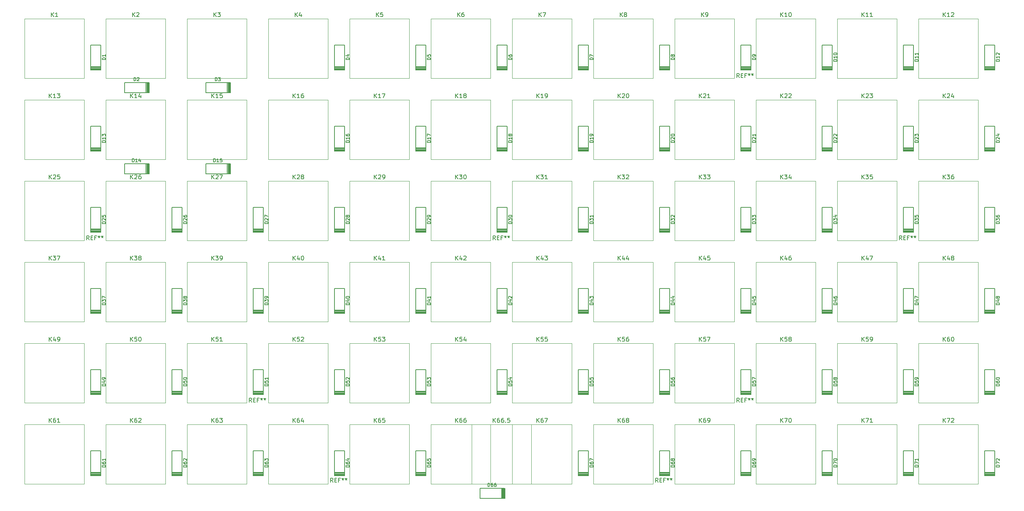
<source format=gto>
G04 #@! TF.FileFunction,Legend,Top*
%FSLAX46Y46*%
G04 Gerber Fmt 4.6, Leading zero omitted, Abs format (unit mm)*
G04 Created by KiCad (PCBNEW 4.0.7) date 09/04/18 16:32:22*
%MOMM*%
%LPD*%
G01*
G04 APERTURE LIST*
%ADD10C,0.100000*%
%ADD11C,0.200000*%
%ADD12C,0.120000*%
%ADD13C,0.150000*%
G04 APERTURE END LIST*
D10*
D11*
X46266200Y-47042500D02*
X48666200Y-47042500D01*
X46266200Y-47217500D02*
X48666200Y-47217500D01*
X46266200Y-47392500D02*
X48666200Y-47392500D01*
X48666200Y-47792500D02*
X46266200Y-47792500D01*
X46266200Y-47567500D02*
X48666200Y-47567500D01*
X46266200Y-47692500D02*
X48666200Y-47692500D01*
X46266200Y-47767500D02*
X46266200Y-41967500D01*
X46266200Y-41967500D02*
X48666200Y-41967500D01*
X48666200Y-41967500D02*
X48666200Y-47767500D01*
X59266200Y-53111200D02*
X59266200Y-50711200D01*
X59441200Y-53111200D02*
X59441200Y-50711200D01*
X59616200Y-53111200D02*
X59616200Y-50711200D01*
X60016200Y-50711200D02*
X60016200Y-53111200D01*
X59791200Y-53111200D02*
X59791200Y-50711200D01*
X59916200Y-53111200D02*
X59916200Y-50711200D01*
X59991200Y-53111200D02*
X54191200Y-53111200D01*
X54191200Y-53111200D02*
X54191200Y-50711200D01*
X54191200Y-50711200D02*
X59991200Y-50711200D01*
X78316200Y-53111200D02*
X78316200Y-50711200D01*
X78491200Y-53111200D02*
X78491200Y-50711200D01*
X78666200Y-53111200D02*
X78666200Y-50711200D01*
X79066200Y-50711200D02*
X79066200Y-53111200D01*
X78841200Y-53111200D02*
X78841200Y-50711200D01*
X78966200Y-53111200D02*
X78966200Y-50711200D01*
X79041200Y-53111200D02*
X73241200Y-53111200D01*
X73241200Y-53111200D02*
X73241200Y-50711200D01*
X73241200Y-50711200D02*
X79041200Y-50711200D01*
X103416000Y-47042500D02*
X105816000Y-47042500D01*
X103416000Y-47217500D02*
X105816000Y-47217500D01*
X103416000Y-47392500D02*
X105816000Y-47392500D01*
X105816000Y-47792500D02*
X103416000Y-47792500D01*
X103416000Y-47567500D02*
X105816000Y-47567500D01*
X103416000Y-47692500D02*
X105816000Y-47692500D01*
X103416000Y-47767500D02*
X103416000Y-41967500D01*
X103416000Y-41967500D02*
X105816000Y-41967500D01*
X105816000Y-41967500D02*
X105816000Y-47767500D01*
X122466000Y-47042500D02*
X124866000Y-47042500D01*
X122466000Y-47217500D02*
X124866000Y-47217500D01*
X122466000Y-47392500D02*
X124866000Y-47392500D01*
X124866000Y-47792500D02*
X122466000Y-47792500D01*
X122466000Y-47567500D02*
X124866000Y-47567500D01*
X122466000Y-47692500D02*
X124866000Y-47692500D01*
X122466000Y-47767500D02*
X122466000Y-41967500D01*
X122466000Y-41967500D02*
X124866000Y-41967500D01*
X124866000Y-41967500D02*
X124866000Y-47767500D01*
X141516000Y-47042500D02*
X143916000Y-47042500D01*
X141516000Y-47217500D02*
X143916000Y-47217500D01*
X141516000Y-47392500D02*
X143916000Y-47392500D01*
X143916000Y-47792500D02*
X141516000Y-47792500D01*
X141516000Y-47567500D02*
X143916000Y-47567500D01*
X141516000Y-47692500D02*
X143916000Y-47692500D01*
X141516000Y-47767500D02*
X141516000Y-41967500D01*
X141516000Y-41967500D02*
X143916000Y-41967500D01*
X143916000Y-41967500D02*
X143916000Y-47767500D01*
X160566000Y-47042500D02*
X162966000Y-47042500D01*
X160566000Y-47217500D02*
X162966000Y-47217500D01*
X160566000Y-47392500D02*
X162966000Y-47392500D01*
X162966000Y-47792500D02*
X160566000Y-47792500D01*
X160566000Y-47567500D02*
X162966000Y-47567500D01*
X160566000Y-47692500D02*
X162966000Y-47692500D01*
X160566000Y-47767500D02*
X160566000Y-41967500D01*
X160566000Y-41967500D02*
X162966000Y-41967500D01*
X162966000Y-41967500D02*
X162966000Y-47767500D01*
X179616000Y-47042500D02*
X182016000Y-47042500D01*
X179616000Y-47217500D02*
X182016000Y-47217500D01*
X179616000Y-47392500D02*
X182016000Y-47392500D01*
X182016000Y-47792500D02*
X179616000Y-47792500D01*
X179616000Y-47567500D02*
X182016000Y-47567500D01*
X179616000Y-47692500D02*
X182016000Y-47692500D01*
X179616000Y-47767500D02*
X179616000Y-41967500D01*
X179616000Y-41967500D02*
X182016000Y-41967500D01*
X182016000Y-41967500D02*
X182016000Y-47767500D01*
X198666000Y-47042500D02*
X201066000Y-47042500D01*
X198666000Y-47217500D02*
X201066000Y-47217500D01*
X198666000Y-47392500D02*
X201066000Y-47392500D01*
X201066000Y-47792500D02*
X198666000Y-47792500D01*
X198666000Y-47567500D02*
X201066000Y-47567500D01*
X198666000Y-47692500D02*
X201066000Y-47692500D01*
X198666000Y-47767500D02*
X198666000Y-41967500D01*
X198666000Y-41967500D02*
X201066000Y-41967500D01*
X201066000Y-41967500D02*
X201066000Y-47767500D01*
X217716000Y-47042500D02*
X220116000Y-47042500D01*
X217716000Y-47217500D02*
X220116000Y-47217500D01*
X217716000Y-47392500D02*
X220116000Y-47392500D01*
X220116000Y-47792500D02*
X217716000Y-47792500D01*
X217716000Y-47567500D02*
X220116000Y-47567500D01*
X217716000Y-47692500D02*
X220116000Y-47692500D01*
X217716000Y-47767500D02*
X217716000Y-41967500D01*
X217716000Y-41967500D02*
X220116000Y-41967500D01*
X220116000Y-41967500D02*
X220116000Y-47767500D01*
X236766000Y-47042500D02*
X239166000Y-47042500D01*
X236766000Y-47217500D02*
X239166000Y-47217500D01*
X236766000Y-47392500D02*
X239166000Y-47392500D01*
X239166000Y-47792500D02*
X236766000Y-47792500D01*
X236766000Y-47567500D02*
X239166000Y-47567500D01*
X236766000Y-47692500D02*
X239166000Y-47692500D01*
X236766000Y-47767500D02*
X236766000Y-41967500D01*
X236766000Y-41967500D02*
X239166000Y-41967500D01*
X239166000Y-41967500D02*
X239166000Y-47767500D01*
X255816000Y-47042500D02*
X258216000Y-47042500D01*
X255816000Y-47217500D02*
X258216000Y-47217500D01*
X255816000Y-47392500D02*
X258216000Y-47392500D01*
X258216000Y-47792500D02*
X255816000Y-47792500D01*
X255816000Y-47567500D02*
X258216000Y-47567500D01*
X255816000Y-47692500D02*
X258216000Y-47692500D01*
X255816000Y-47767500D02*
X255816000Y-41967500D01*
X255816000Y-41967500D02*
X258216000Y-41967500D01*
X258216000Y-41967500D02*
X258216000Y-47767500D01*
X46266200Y-66092500D02*
X48666200Y-66092500D01*
X46266200Y-66267500D02*
X48666200Y-66267500D01*
X46266200Y-66442500D02*
X48666200Y-66442500D01*
X48666200Y-66842500D02*
X46266200Y-66842500D01*
X46266200Y-66617500D02*
X48666200Y-66617500D01*
X46266200Y-66742500D02*
X48666200Y-66742500D01*
X46266200Y-66817500D02*
X46266200Y-61017500D01*
X46266200Y-61017500D02*
X48666200Y-61017500D01*
X48666200Y-61017500D02*
X48666200Y-66817500D01*
X59266200Y-72161200D02*
X59266200Y-69761200D01*
X59441200Y-72161200D02*
X59441200Y-69761200D01*
X59616200Y-72161200D02*
X59616200Y-69761200D01*
X60016200Y-69761200D02*
X60016200Y-72161200D01*
X59791200Y-72161200D02*
X59791200Y-69761200D01*
X59916200Y-72161200D02*
X59916200Y-69761200D01*
X59991200Y-72161200D02*
X54191200Y-72161200D01*
X54191200Y-72161200D02*
X54191200Y-69761200D01*
X54191200Y-69761200D02*
X59991200Y-69761200D01*
X78316200Y-72161200D02*
X78316200Y-69761200D01*
X78491200Y-72161200D02*
X78491200Y-69761200D01*
X78666200Y-72161200D02*
X78666200Y-69761200D01*
X79066200Y-69761200D02*
X79066200Y-72161200D01*
X78841200Y-72161200D02*
X78841200Y-69761200D01*
X78966200Y-72161200D02*
X78966200Y-69761200D01*
X79041200Y-72161200D02*
X73241200Y-72161200D01*
X73241200Y-72161200D02*
X73241200Y-69761200D01*
X73241200Y-69761200D02*
X79041200Y-69761200D01*
X103416000Y-66092500D02*
X105816000Y-66092500D01*
X103416000Y-66267500D02*
X105816000Y-66267500D01*
X103416000Y-66442500D02*
X105816000Y-66442500D01*
X105816000Y-66842500D02*
X103416000Y-66842500D01*
X103416000Y-66617500D02*
X105816000Y-66617500D01*
X103416000Y-66742500D02*
X105816000Y-66742500D01*
X103416000Y-66817500D02*
X103416000Y-61017500D01*
X103416000Y-61017500D02*
X105816000Y-61017500D01*
X105816000Y-61017500D02*
X105816000Y-66817500D01*
X122466000Y-66092500D02*
X124866000Y-66092500D01*
X122466000Y-66267500D02*
X124866000Y-66267500D01*
X122466000Y-66442500D02*
X124866000Y-66442500D01*
X124866000Y-66842500D02*
X122466000Y-66842500D01*
X122466000Y-66617500D02*
X124866000Y-66617500D01*
X122466000Y-66742500D02*
X124866000Y-66742500D01*
X122466000Y-66817500D02*
X122466000Y-61017500D01*
X122466000Y-61017500D02*
X124866000Y-61017500D01*
X124866000Y-61017500D02*
X124866000Y-66817500D01*
X141516000Y-66092500D02*
X143916000Y-66092500D01*
X141516000Y-66267500D02*
X143916000Y-66267500D01*
X141516000Y-66442500D02*
X143916000Y-66442500D01*
X143916000Y-66842500D02*
X141516000Y-66842500D01*
X141516000Y-66617500D02*
X143916000Y-66617500D01*
X141516000Y-66742500D02*
X143916000Y-66742500D01*
X141516000Y-66817500D02*
X141516000Y-61017500D01*
X141516000Y-61017500D02*
X143916000Y-61017500D01*
X143916000Y-61017500D02*
X143916000Y-66817500D01*
X160566000Y-66092500D02*
X162966000Y-66092500D01*
X160566000Y-66267500D02*
X162966000Y-66267500D01*
X160566000Y-66442500D02*
X162966000Y-66442500D01*
X162966000Y-66842500D02*
X160566000Y-66842500D01*
X160566000Y-66617500D02*
X162966000Y-66617500D01*
X160566000Y-66742500D02*
X162966000Y-66742500D01*
X160566000Y-66817500D02*
X160566000Y-61017500D01*
X160566000Y-61017500D02*
X162966000Y-61017500D01*
X162966000Y-61017500D02*
X162966000Y-66817500D01*
X179616000Y-66092500D02*
X182016000Y-66092500D01*
X179616000Y-66267500D02*
X182016000Y-66267500D01*
X179616000Y-66442500D02*
X182016000Y-66442500D01*
X182016000Y-66842500D02*
X179616000Y-66842500D01*
X179616000Y-66617500D02*
X182016000Y-66617500D01*
X179616000Y-66742500D02*
X182016000Y-66742500D01*
X179616000Y-66817500D02*
X179616000Y-61017500D01*
X179616000Y-61017500D02*
X182016000Y-61017500D01*
X182016000Y-61017500D02*
X182016000Y-66817500D01*
X198666000Y-66092500D02*
X201066000Y-66092500D01*
X198666000Y-66267500D02*
X201066000Y-66267500D01*
X198666000Y-66442500D02*
X201066000Y-66442500D01*
X201066000Y-66842500D02*
X198666000Y-66842500D01*
X198666000Y-66617500D02*
X201066000Y-66617500D01*
X198666000Y-66742500D02*
X201066000Y-66742500D01*
X198666000Y-66817500D02*
X198666000Y-61017500D01*
X198666000Y-61017500D02*
X201066000Y-61017500D01*
X201066000Y-61017500D02*
X201066000Y-66817500D01*
X217716000Y-66092500D02*
X220116000Y-66092500D01*
X217716000Y-66267500D02*
X220116000Y-66267500D01*
X217716000Y-66442500D02*
X220116000Y-66442500D01*
X220116000Y-66842500D02*
X217716000Y-66842500D01*
X217716000Y-66617500D02*
X220116000Y-66617500D01*
X217716000Y-66742500D02*
X220116000Y-66742500D01*
X217716000Y-66817500D02*
X217716000Y-61017500D01*
X217716000Y-61017500D02*
X220116000Y-61017500D01*
X220116000Y-61017500D02*
X220116000Y-66817500D01*
X236766000Y-66092500D02*
X239166000Y-66092500D01*
X236766000Y-66267500D02*
X239166000Y-66267500D01*
X236766000Y-66442500D02*
X239166000Y-66442500D01*
X239166000Y-66842500D02*
X236766000Y-66842500D01*
X236766000Y-66617500D02*
X239166000Y-66617500D01*
X236766000Y-66742500D02*
X239166000Y-66742500D01*
X236766000Y-66817500D02*
X236766000Y-61017500D01*
X236766000Y-61017500D02*
X239166000Y-61017500D01*
X239166000Y-61017500D02*
X239166000Y-66817500D01*
X255816000Y-66092500D02*
X258216000Y-66092500D01*
X255816000Y-66267500D02*
X258216000Y-66267500D01*
X255816000Y-66442500D02*
X258216000Y-66442500D01*
X258216000Y-66842500D02*
X255816000Y-66842500D01*
X255816000Y-66617500D02*
X258216000Y-66617500D01*
X255816000Y-66742500D02*
X258216000Y-66742500D01*
X255816000Y-66817500D02*
X255816000Y-61017500D01*
X255816000Y-61017500D02*
X258216000Y-61017500D01*
X258216000Y-61017500D02*
X258216000Y-66817500D01*
X46266200Y-85142500D02*
X48666200Y-85142500D01*
X46266200Y-85317500D02*
X48666200Y-85317500D01*
X46266200Y-85492500D02*
X48666200Y-85492500D01*
X48666200Y-85892500D02*
X46266200Y-85892500D01*
X46266200Y-85667500D02*
X48666200Y-85667500D01*
X46266200Y-85792500D02*
X48666200Y-85792500D01*
X46266200Y-85867500D02*
X46266200Y-80067500D01*
X46266200Y-80067500D02*
X48666200Y-80067500D01*
X48666200Y-80067500D02*
X48666200Y-85867500D01*
X65316200Y-85142500D02*
X67716200Y-85142500D01*
X65316200Y-85317500D02*
X67716200Y-85317500D01*
X65316200Y-85492500D02*
X67716200Y-85492500D01*
X67716200Y-85892500D02*
X65316200Y-85892500D01*
X65316200Y-85667500D02*
X67716200Y-85667500D01*
X65316200Y-85792500D02*
X67716200Y-85792500D01*
X65316200Y-85867500D02*
X65316200Y-80067500D01*
X65316200Y-80067500D02*
X67716200Y-80067500D01*
X67716200Y-80067500D02*
X67716200Y-85867500D01*
X84366200Y-85142500D02*
X86766200Y-85142500D01*
X84366200Y-85317500D02*
X86766200Y-85317500D01*
X84366200Y-85492500D02*
X86766200Y-85492500D01*
X86766200Y-85892500D02*
X84366200Y-85892500D01*
X84366200Y-85667500D02*
X86766200Y-85667500D01*
X84366200Y-85792500D02*
X86766200Y-85792500D01*
X84366200Y-85867500D02*
X84366200Y-80067500D01*
X84366200Y-80067500D02*
X86766200Y-80067500D01*
X86766200Y-80067500D02*
X86766200Y-85867500D01*
X103416000Y-85142500D02*
X105816000Y-85142500D01*
X103416000Y-85317500D02*
X105816000Y-85317500D01*
X103416000Y-85492500D02*
X105816000Y-85492500D01*
X105816000Y-85892500D02*
X103416000Y-85892500D01*
X103416000Y-85667500D02*
X105816000Y-85667500D01*
X103416000Y-85792500D02*
X105816000Y-85792500D01*
X103416000Y-85867500D02*
X103416000Y-80067500D01*
X103416000Y-80067500D02*
X105816000Y-80067500D01*
X105816000Y-80067500D02*
X105816000Y-85867500D01*
X122466000Y-85142500D02*
X124866000Y-85142500D01*
X122466000Y-85317500D02*
X124866000Y-85317500D01*
X122466000Y-85492500D02*
X124866000Y-85492500D01*
X124866000Y-85892500D02*
X122466000Y-85892500D01*
X122466000Y-85667500D02*
X124866000Y-85667500D01*
X122466000Y-85792500D02*
X124866000Y-85792500D01*
X122466000Y-85867500D02*
X122466000Y-80067500D01*
X122466000Y-80067500D02*
X124866000Y-80067500D01*
X124866000Y-80067500D02*
X124866000Y-85867500D01*
X141516000Y-85142500D02*
X143916000Y-85142500D01*
X141516000Y-85317500D02*
X143916000Y-85317500D01*
X141516000Y-85492500D02*
X143916000Y-85492500D01*
X143916000Y-85892500D02*
X141516000Y-85892500D01*
X141516000Y-85667500D02*
X143916000Y-85667500D01*
X141516000Y-85792500D02*
X143916000Y-85792500D01*
X141516000Y-85867500D02*
X141516000Y-80067500D01*
X141516000Y-80067500D02*
X143916000Y-80067500D01*
X143916000Y-80067500D02*
X143916000Y-85867500D01*
X160566000Y-85142500D02*
X162966000Y-85142500D01*
X160566000Y-85317500D02*
X162966000Y-85317500D01*
X160566000Y-85492500D02*
X162966000Y-85492500D01*
X162966000Y-85892500D02*
X160566000Y-85892500D01*
X160566000Y-85667500D02*
X162966000Y-85667500D01*
X160566000Y-85792500D02*
X162966000Y-85792500D01*
X160566000Y-85867500D02*
X160566000Y-80067500D01*
X160566000Y-80067500D02*
X162966000Y-80067500D01*
X162966000Y-80067500D02*
X162966000Y-85867500D01*
X179616000Y-85142500D02*
X182016000Y-85142500D01*
X179616000Y-85317500D02*
X182016000Y-85317500D01*
X179616000Y-85492500D02*
X182016000Y-85492500D01*
X182016000Y-85892500D02*
X179616000Y-85892500D01*
X179616000Y-85667500D02*
X182016000Y-85667500D01*
X179616000Y-85792500D02*
X182016000Y-85792500D01*
X179616000Y-85867500D02*
X179616000Y-80067500D01*
X179616000Y-80067500D02*
X182016000Y-80067500D01*
X182016000Y-80067500D02*
X182016000Y-85867500D01*
X198666000Y-85142500D02*
X201066000Y-85142500D01*
X198666000Y-85317500D02*
X201066000Y-85317500D01*
X198666000Y-85492500D02*
X201066000Y-85492500D01*
X201066000Y-85892500D02*
X198666000Y-85892500D01*
X198666000Y-85667500D02*
X201066000Y-85667500D01*
X198666000Y-85792500D02*
X201066000Y-85792500D01*
X198666000Y-85867500D02*
X198666000Y-80067500D01*
X198666000Y-80067500D02*
X201066000Y-80067500D01*
X201066000Y-80067500D02*
X201066000Y-85867500D01*
X217716000Y-85142500D02*
X220116000Y-85142500D01*
X217716000Y-85317500D02*
X220116000Y-85317500D01*
X217716000Y-85492500D02*
X220116000Y-85492500D01*
X220116000Y-85892500D02*
X217716000Y-85892500D01*
X217716000Y-85667500D02*
X220116000Y-85667500D01*
X217716000Y-85792500D02*
X220116000Y-85792500D01*
X217716000Y-85867500D02*
X217716000Y-80067500D01*
X217716000Y-80067500D02*
X220116000Y-80067500D01*
X220116000Y-80067500D02*
X220116000Y-85867500D01*
X236766000Y-85142500D02*
X239166000Y-85142500D01*
X236766000Y-85317500D02*
X239166000Y-85317500D01*
X236766000Y-85492500D02*
X239166000Y-85492500D01*
X239166000Y-85892500D02*
X236766000Y-85892500D01*
X236766000Y-85667500D02*
X239166000Y-85667500D01*
X236766000Y-85792500D02*
X239166000Y-85792500D01*
X236766000Y-85867500D02*
X236766000Y-80067500D01*
X236766000Y-80067500D02*
X239166000Y-80067500D01*
X239166000Y-80067500D02*
X239166000Y-85867500D01*
X255816000Y-85142500D02*
X258216000Y-85142500D01*
X255816000Y-85317500D02*
X258216000Y-85317500D01*
X255816000Y-85492500D02*
X258216000Y-85492500D01*
X258216000Y-85892500D02*
X255816000Y-85892500D01*
X255816000Y-85667500D02*
X258216000Y-85667500D01*
X255816000Y-85792500D02*
X258216000Y-85792500D01*
X255816000Y-85867500D02*
X255816000Y-80067500D01*
X255816000Y-80067500D02*
X258216000Y-80067500D01*
X258216000Y-80067500D02*
X258216000Y-85867500D01*
X46266200Y-104193000D02*
X48666200Y-104193000D01*
X46266200Y-104368000D02*
X48666200Y-104368000D01*
X46266200Y-104543000D02*
X48666200Y-104543000D01*
X48666200Y-104943000D02*
X46266200Y-104943000D01*
X46266200Y-104718000D02*
X48666200Y-104718000D01*
X46266200Y-104843000D02*
X48666200Y-104843000D01*
X46266200Y-104918000D02*
X46266200Y-99118000D01*
X46266200Y-99118000D02*
X48666200Y-99118000D01*
X48666200Y-99118000D02*
X48666200Y-104918000D01*
X65316200Y-104193000D02*
X67716200Y-104193000D01*
X65316200Y-104368000D02*
X67716200Y-104368000D01*
X65316200Y-104543000D02*
X67716200Y-104543000D01*
X67716200Y-104943000D02*
X65316200Y-104943000D01*
X65316200Y-104718000D02*
X67716200Y-104718000D01*
X65316200Y-104843000D02*
X67716200Y-104843000D01*
X65316200Y-104918000D02*
X65316200Y-99118000D01*
X65316200Y-99118000D02*
X67716200Y-99118000D01*
X67716200Y-99118000D02*
X67716200Y-104918000D01*
X84366200Y-104193000D02*
X86766200Y-104193000D01*
X84366200Y-104368000D02*
X86766200Y-104368000D01*
X84366200Y-104543000D02*
X86766200Y-104543000D01*
X86766200Y-104943000D02*
X84366200Y-104943000D01*
X84366200Y-104718000D02*
X86766200Y-104718000D01*
X84366200Y-104843000D02*
X86766200Y-104843000D01*
X84366200Y-104918000D02*
X84366200Y-99118000D01*
X84366200Y-99118000D02*
X86766200Y-99118000D01*
X86766200Y-99118000D02*
X86766200Y-104918000D01*
X103416000Y-104193000D02*
X105816000Y-104193000D01*
X103416000Y-104368000D02*
X105816000Y-104368000D01*
X103416000Y-104543000D02*
X105816000Y-104543000D01*
X105816000Y-104943000D02*
X103416000Y-104943000D01*
X103416000Y-104718000D02*
X105816000Y-104718000D01*
X103416000Y-104843000D02*
X105816000Y-104843000D01*
X103416000Y-104918000D02*
X103416000Y-99118000D01*
X103416000Y-99118000D02*
X105816000Y-99118000D01*
X105816000Y-99118000D02*
X105816000Y-104918000D01*
X122466000Y-104193000D02*
X124866000Y-104193000D01*
X122466000Y-104368000D02*
X124866000Y-104368000D01*
X122466000Y-104543000D02*
X124866000Y-104543000D01*
X124866000Y-104943000D02*
X122466000Y-104943000D01*
X122466000Y-104718000D02*
X124866000Y-104718000D01*
X122466000Y-104843000D02*
X124866000Y-104843000D01*
X122466000Y-104918000D02*
X122466000Y-99118000D01*
X122466000Y-99118000D02*
X124866000Y-99118000D01*
X124866000Y-99118000D02*
X124866000Y-104918000D01*
X141516000Y-104193000D02*
X143916000Y-104193000D01*
X141516000Y-104368000D02*
X143916000Y-104368000D01*
X141516000Y-104543000D02*
X143916000Y-104543000D01*
X143916000Y-104943000D02*
X141516000Y-104943000D01*
X141516000Y-104718000D02*
X143916000Y-104718000D01*
X141516000Y-104843000D02*
X143916000Y-104843000D01*
X141516000Y-104918000D02*
X141516000Y-99118000D01*
X141516000Y-99118000D02*
X143916000Y-99118000D01*
X143916000Y-99118000D02*
X143916000Y-104918000D01*
X160566000Y-104193000D02*
X162966000Y-104193000D01*
X160566000Y-104368000D02*
X162966000Y-104368000D01*
X160566000Y-104543000D02*
X162966000Y-104543000D01*
X162966000Y-104943000D02*
X160566000Y-104943000D01*
X160566000Y-104718000D02*
X162966000Y-104718000D01*
X160566000Y-104843000D02*
X162966000Y-104843000D01*
X160566000Y-104918000D02*
X160566000Y-99118000D01*
X160566000Y-99118000D02*
X162966000Y-99118000D01*
X162966000Y-99118000D02*
X162966000Y-104918000D01*
X179616000Y-104193000D02*
X182016000Y-104193000D01*
X179616000Y-104368000D02*
X182016000Y-104368000D01*
X179616000Y-104543000D02*
X182016000Y-104543000D01*
X182016000Y-104943000D02*
X179616000Y-104943000D01*
X179616000Y-104718000D02*
X182016000Y-104718000D01*
X179616000Y-104843000D02*
X182016000Y-104843000D01*
X179616000Y-104918000D02*
X179616000Y-99118000D01*
X179616000Y-99118000D02*
X182016000Y-99118000D01*
X182016000Y-99118000D02*
X182016000Y-104918000D01*
X198666000Y-104193000D02*
X201066000Y-104193000D01*
X198666000Y-104368000D02*
X201066000Y-104368000D01*
X198666000Y-104543000D02*
X201066000Y-104543000D01*
X201066000Y-104943000D02*
X198666000Y-104943000D01*
X198666000Y-104718000D02*
X201066000Y-104718000D01*
X198666000Y-104843000D02*
X201066000Y-104843000D01*
X198666000Y-104918000D02*
X198666000Y-99118000D01*
X198666000Y-99118000D02*
X201066000Y-99118000D01*
X201066000Y-99118000D02*
X201066000Y-104918000D01*
X217716000Y-104193000D02*
X220116000Y-104193000D01*
X217716000Y-104368000D02*
X220116000Y-104368000D01*
X217716000Y-104543000D02*
X220116000Y-104543000D01*
X220116000Y-104943000D02*
X217716000Y-104943000D01*
X217716000Y-104718000D02*
X220116000Y-104718000D01*
X217716000Y-104843000D02*
X220116000Y-104843000D01*
X217716000Y-104918000D02*
X217716000Y-99118000D01*
X217716000Y-99118000D02*
X220116000Y-99118000D01*
X220116000Y-99118000D02*
X220116000Y-104918000D01*
X236766000Y-104193000D02*
X239166000Y-104193000D01*
X236766000Y-104368000D02*
X239166000Y-104368000D01*
X236766000Y-104543000D02*
X239166000Y-104543000D01*
X239166000Y-104943000D02*
X236766000Y-104943000D01*
X236766000Y-104718000D02*
X239166000Y-104718000D01*
X236766000Y-104843000D02*
X239166000Y-104843000D01*
X236766000Y-104918000D02*
X236766000Y-99118000D01*
X236766000Y-99118000D02*
X239166000Y-99118000D01*
X239166000Y-99118000D02*
X239166000Y-104918000D01*
X255816000Y-104193000D02*
X258216000Y-104193000D01*
X255816000Y-104368000D02*
X258216000Y-104368000D01*
X255816000Y-104543000D02*
X258216000Y-104543000D01*
X258216000Y-104943000D02*
X255816000Y-104943000D01*
X255816000Y-104718000D02*
X258216000Y-104718000D01*
X255816000Y-104843000D02*
X258216000Y-104843000D01*
X255816000Y-104918000D02*
X255816000Y-99118000D01*
X255816000Y-99118000D02*
X258216000Y-99118000D01*
X258216000Y-99118000D02*
X258216000Y-104918000D01*
X46266200Y-123243000D02*
X48666200Y-123243000D01*
X46266200Y-123418000D02*
X48666200Y-123418000D01*
X46266200Y-123593000D02*
X48666200Y-123593000D01*
X48666200Y-123993000D02*
X46266200Y-123993000D01*
X46266200Y-123768000D02*
X48666200Y-123768000D01*
X46266200Y-123893000D02*
X48666200Y-123893000D01*
X46266200Y-123968000D02*
X46266200Y-118168000D01*
X46266200Y-118168000D02*
X48666200Y-118168000D01*
X48666200Y-118168000D02*
X48666200Y-123968000D01*
X65316200Y-123243000D02*
X67716200Y-123243000D01*
X65316200Y-123418000D02*
X67716200Y-123418000D01*
X65316200Y-123593000D02*
X67716200Y-123593000D01*
X67716200Y-123993000D02*
X65316200Y-123993000D01*
X65316200Y-123768000D02*
X67716200Y-123768000D01*
X65316200Y-123893000D02*
X67716200Y-123893000D01*
X65316200Y-123968000D02*
X65316200Y-118168000D01*
X65316200Y-118168000D02*
X67716200Y-118168000D01*
X67716200Y-118168000D02*
X67716200Y-123968000D01*
X84366200Y-123243000D02*
X86766200Y-123243000D01*
X84366200Y-123418000D02*
X86766200Y-123418000D01*
X84366200Y-123593000D02*
X86766200Y-123593000D01*
X86766200Y-123993000D02*
X84366200Y-123993000D01*
X84366200Y-123768000D02*
X86766200Y-123768000D01*
X84366200Y-123893000D02*
X86766200Y-123893000D01*
X84366200Y-123968000D02*
X84366200Y-118168000D01*
X84366200Y-118168000D02*
X86766200Y-118168000D01*
X86766200Y-118168000D02*
X86766200Y-123968000D01*
X103416000Y-123243000D02*
X105816000Y-123243000D01*
X103416000Y-123418000D02*
X105816000Y-123418000D01*
X103416000Y-123593000D02*
X105816000Y-123593000D01*
X105816000Y-123993000D02*
X103416000Y-123993000D01*
X103416000Y-123768000D02*
X105816000Y-123768000D01*
X103416000Y-123893000D02*
X105816000Y-123893000D01*
X103416000Y-123968000D02*
X103416000Y-118168000D01*
X103416000Y-118168000D02*
X105816000Y-118168000D01*
X105816000Y-118168000D02*
X105816000Y-123968000D01*
X122466000Y-123243000D02*
X124866000Y-123243000D01*
X122466000Y-123418000D02*
X124866000Y-123418000D01*
X122466000Y-123593000D02*
X124866000Y-123593000D01*
X124866000Y-123993000D02*
X122466000Y-123993000D01*
X122466000Y-123768000D02*
X124866000Y-123768000D01*
X122466000Y-123893000D02*
X124866000Y-123893000D01*
X122466000Y-123968000D02*
X122466000Y-118168000D01*
X122466000Y-118168000D02*
X124866000Y-118168000D01*
X124866000Y-118168000D02*
X124866000Y-123968000D01*
X141516000Y-123243000D02*
X143916000Y-123243000D01*
X141516000Y-123418000D02*
X143916000Y-123418000D01*
X141516000Y-123593000D02*
X143916000Y-123593000D01*
X143916000Y-123993000D02*
X141516000Y-123993000D01*
X141516000Y-123768000D02*
X143916000Y-123768000D01*
X141516000Y-123893000D02*
X143916000Y-123893000D01*
X141516000Y-123968000D02*
X141516000Y-118168000D01*
X141516000Y-118168000D02*
X143916000Y-118168000D01*
X143916000Y-118168000D02*
X143916000Y-123968000D01*
X160566000Y-123243000D02*
X162966000Y-123243000D01*
X160566000Y-123418000D02*
X162966000Y-123418000D01*
X160566000Y-123593000D02*
X162966000Y-123593000D01*
X162966000Y-123993000D02*
X160566000Y-123993000D01*
X160566000Y-123768000D02*
X162966000Y-123768000D01*
X160566000Y-123893000D02*
X162966000Y-123893000D01*
X160566000Y-123968000D02*
X160566000Y-118168000D01*
X160566000Y-118168000D02*
X162966000Y-118168000D01*
X162966000Y-118168000D02*
X162966000Y-123968000D01*
X179616000Y-123243000D02*
X182016000Y-123243000D01*
X179616000Y-123418000D02*
X182016000Y-123418000D01*
X179616000Y-123593000D02*
X182016000Y-123593000D01*
X182016000Y-123993000D02*
X179616000Y-123993000D01*
X179616000Y-123768000D02*
X182016000Y-123768000D01*
X179616000Y-123893000D02*
X182016000Y-123893000D01*
X179616000Y-123968000D02*
X179616000Y-118168000D01*
X179616000Y-118168000D02*
X182016000Y-118168000D01*
X182016000Y-118168000D02*
X182016000Y-123968000D01*
X198666000Y-123243000D02*
X201066000Y-123243000D01*
X198666000Y-123418000D02*
X201066000Y-123418000D01*
X198666000Y-123593000D02*
X201066000Y-123593000D01*
X201066000Y-123993000D02*
X198666000Y-123993000D01*
X198666000Y-123768000D02*
X201066000Y-123768000D01*
X198666000Y-123893000D02*
X201066000Y-123893000D01*
X198666000Y-123968000D02*
X198666000Y-118168000D01*
X198666000Y-118168000D02*
X201066000Y-118168000D01*
X201066000Y-118168000D02*
X201066000Y-123968000D01*
X217716000Y-123243000D02*
X220116000Y-123243000D01*
X217716000Y-123418000D02*
X220116000Y-123418000D01*
X217716000Y-123593000D02*
X220116000Y-123593000D01*
X220116000Y-123993000D02*
X217716000Y-123993000D01*
X217716000Y-123768000D02*
X220116000Y-123768000D01*
X217716000Y-123893000D02*
X220116000Y-123893000D01*
X217716000Y-123968000D02*
X217716000Y-118168000D01*
X217716000Y-118168000D02*
X220116000Y-118168000D01*
X220116000Y-118168000D02*
X220116000Y-123968000D01*
X236766000Y-123243000D02*
X239166000Y-123243000D01*
X236766000Y-123418000D02*
X239166000Y-123418000D01*
X236766000Y-123593000D02*
X239166000Y-123593000D01*
X239166000Y-123993000D02*
X236766000Y-123993000D01*
X236766000Y-123768000D02*
X239166000Y-123768000D01*
X236766000Y-123893000D02*
X239166000Y-123893000D01*
X236766000Y-123968000D02*
X236766000Y-118168000D01*
X236766000Y-118168000D02*
X239166000Y-118168000D01*
X239166000Y-118168000D02*
X239166000Y-123968000D01*
X255816000Y-123243000D02*
X258216000Y-123243000D01*
X255816000Y-123418000D02*
X258216000Y-123418000D01*
X255816000Y-123593000D02*
X258216000Y-123593000D01*
X258216000Y-123993000D02*
X255816000Y-123993000D01*
X255816000Y-123768000D02*
X258216000Y-123768000D01*
X255816000Y-123893000D02*
X258216000Y-123893000D01*
X255816000Y-123968000D02*
X255816000Y-118168000D01*
X255816000Y-118168000D02*
X258216000Y-118168000D01*
X258216000Y-118168000D02*
X258216000Y-123968000D01*
X46266200Y-142293000D02*
X48666200Y-142293000D01*
X46266200Y-142468000D02*
X48666200Y-142468000D01*
X46266200Y-142643000D02*
X48666200Y-142643000D01*
X48666200Y-143043000D02*
X46266200Y-143043000D01*
X46266200Y-142818000D02*
X48666200Y-142818000D01*
X46266200Y-142943000D02*
X48666200Y-142943000D01*
X46266200Y-143018000D02*
X46266200Y-137218000D01*
X46266200Y-137218000D02*
X48666200Y-137218000D01*
X48666200Y-137218000D02*
X48666200Y-143018000D01*
X65316200Y-142293000D02*
X67716200Y-142293000D01*
X65316200Y-142468000D02*
X67716200Y-142468000D01*
X65316200Y-142643000D02*
X67716200Y-142643000D01*
X67716200Y-143043000D02*
X65316200Y-143043000D01*
X65316200Y-142818000D02*
X67716200Y-142818000D01*
X65316200Y-142943000D02*
X67716200Y-142943000D01*
X65316200Y-143018000D02*
X65316200Y-137218000D01*
X65316200Y-137218000D02*
X67716200Y-137218000D01*
X67716200Y-137218000D02*
X67716200Y-143018000D01*
X84366200Y-142293000D02*
X86766200Y-142293000D01*
X84366200Y-142468000D02*
X86766200Y-142468000D01*
X84366200Y-142643000D02*
X86766200Y-142643000D01*
X86766200Y-143043000D02*
X84366200Y-143043000D01*
X84366200Y-142818000D02*
X86766200Y-142818000D01*
X84366200Y-142943000D02*
X86766200Y-142943000D01*
X84366200Y-143018000D02*
X84366200Y-137218000D01*
X84366200Y-137218000D02*
X86766200Y-137218000D01*
X86766200Y-137218000D02*
X86766200Y-143018000D01*
X103416000Y-142293000D02*
X105816000Y-142293000D01*
X103416000Y-142468000D02*
X105816000Y-142468000D01*
X103416000Y-142643000D02*
X105816000Y-142643000D01*
X105816000Y-143043000D02*
X103416000Y-143043000D01*
X103416000Y-142818000D02*
X105816000Y-142818000D01*
X103416000Y-142943000D02*
X105816000Y-142943000D01*
X103416000Y-143018000D02*
X103416000Y-137218000D01*
X103416000Y-137218000D02*
X105816000Y-137218000D01*
X105816000Y-137218000D02*
X105816000Y-143018000D01*
X122466000Y-142293000D02*
X124866000Y-142293000D01*
X122466000Y-142468000D02*
X124866000Y-142468000D01*
X122466000Y-142643000D02*
X124866000Y-142643000D01*
X124866000Y-143043000D02*
X122466000Y-143043000D01*
X122466000Y-142818000D02*
X124866000Y-142818000D01*
X122466000Y-142943000D02*
X124866000Y-142943000D01*
X122466000Y-143018000D02*
X122466000Y-137218000D01*
X122466000Y-137218000D02*
X124866000Y-137218000D01*
X124866000Y-137218000D02*
X124866000Y-143018000D01*
X142610000Y-148361000D02*
X142610000Y-145961000D01*
X142785000Y-148361000D02*
X142785000Y-145961000D01*
X142960000Y-148361000D02*
X142960000Y-145961000D01*
X143360000Y-145961000D02*
X143360000Y-148361000D01*
X143135000Y-148361000D02*
X143135000Y-145961000D01*
X143260000Y-148361000D02*
X143260000Y-145961000D01*
X143335000Y-148361000D02*
X137535000Y-148361000D01*
X137535000Y-148361000D02*
X137535000Y-145961000D01*
X137535000Y-145961000D02*
X143335000Y-145961000D01*
X160566000Y-142293000D02*
X162966000Y-142293000D01*
X160566000Y-142468000D02*
X162966000Y-142468000D01*
X160566000Y-142643000D02*
X162966000Y-142643000D01*
X162966000Y-143043000D02*
X160566000Y-143043000D01*
X160566000Y-142818000D02*
X162966000Y-142818000D01*
X160566000Y-142943000D02*
X162966000Y-142943000D01*
X160566000Y-143018000D02*
X160566000Y-137218000D01*
X160566000Y-137218000D02*
X162966000Y-137218000D01*
X162966000Y-137218000D02*
X162966000Y-143018000D01*
X179616000Y-142293000D02*
X182016000Y-142293000D01*
X179616000Y-142468000D02*
X182016000Y-142468000D01*
X179616000Y-142643000D02*
X182016000Y-142643000D01*
X182016000Y-143043000D02*
X179616000Y-143043000D01*
X179616000Y-142818000D02*
X182016000Y-142818000D01*
X179616000Y-142943000D02*
X182016000Y-142943000D01*
X179616000Y-143018000D02*
X179616000Y-137218000D01*
X179616000Y-137218000D02*
X182016000Y-137218000D01*
X182016000Y-137218000D02*
X182016000Y-143018000D01*
X198666000Y-142293000D02*
X201066000Y-142293000D01*
X198666000Y-142468000D02*
X201066000Y-142468000D01*
X198666000Y-142643000D02*
X201066000Y-142643000D01*
X201066000Y-143043000D02*
X198666000Y-143043000D01*
X198666000Y-142818000D02*
X201066000Y-142818000D01*
X198666000Y-142943000D02*
X201066000Y-142943000D01*
X198666000Y-143018000D02*
X198666000Y-137218000D01*
X198666000Y-137218000D02*
X201066000Y-137218000D01*
X201066000Y-137218000D02*
X201066000Y-143018000D01*
X217716000Y-142293000D02*
X220116000Y-142293000D01*
X217716000Y-142468000D02*
X220116000Y-142468000D01*
X217716000Y-142643000D02*
X220116000Y-142643000D01*
X220116000Y-143043000D02*
X217716000Y-143043000D01*
X217716000Y-142818000D02*
X220116000Y-142818000D01*
X217716000Y-142943000D02*
X220116000Y-142943000D01*
X217716000Y-143018000D02*
X217716000Y-137218000D01*
X217716000Y-137218000D02*
X220116000Y-137218000D01*
X220116000Y-137218000D02*
X220116000Y-143018000D01*
X236766000Y-142293000D02*
X239166000Y-142293000D01*
X236766000Y-142468000D02*
X239166000Y-142468000D01*
X236766000Y-142643000D02*
X239166000Y-142643000D01*
X239166000Y-143043000D02*
X236766000Y-143043000D01*
X236766000Y-142818000D02*
X239166000Y-142818000D01*
X236766000Y-142943000D02*
X239166000Y-142943000D01*
X236766000Y-143018000D02*
X236766000Y-137218000D01*
X236766000Y-137218000D02*
X239166000Y-137218000D01*
X239166000Y-137218000D02*
X239166000Y-143018000D01*
X255816000Y-142293000D02*
X258216000Y-142293000D01*
X255816000Y-142468000D02*
X258216000Y-142468000D01*
X255816000Y-142643000D02*
X258216000Y-142643000D01*
X258216000Y-143043000D02*
X255816000Y-143043000D01*
X255816000Y-142818000D02*
X258216000Y-142818000D01*
X255816000Y-142943000D02*
X258216000Y-142943000D01*
X255816000Y-143018000D02*
X255816000Y-137218000D01*
X255816000Y-137218000D02*
X258216000Y-137218000D01*
X258216000Y-137218000D02*
X258216000Y-143018000D01*
D12*
X30797500Y-35718800D02*
X44767500Y-35718800D01*
X44767500Y-35718800D02*
X44767500Y-49688800D01*
X44767500Y-49688800D02*
X30797500Y-49688800D01*
X30797500Y-49688800D02*
X30797500Y-35718800D01*
X49847500Y-35718800D02*
X63817500Y-35718800D01*
X63817500Y-35718800D02*
X63817500Y-49688800D01*
X63817500Y-49688800D02*
X49847500Y-49688800D01*
X49847500Y-49688800D02*
X49847500Y-35718800D01*
X68897500Y-35718800D02*
X82867500Y-35718800D01*
X82867500Y-35718800D02*
X82867500Y-49688800D01*
X82867500Y-49688800D02*
X68897500Y-49688800D01*
X68897500Y-49688800D02*
X68897500Y-35718800D01*
X87947500Y-35718800D02*
X101917500Y-35718800D01*
X101917500Y-35718800D02*
X101917500Y-49688800D01*
X101917500Y-49688800D02*
X87947500Y-49688800D01*
X87947500Y-49688800D02*
X87947500Y-35718800D01*
X106997000Y-35718800D02*
X120967000Y-35718800D01*
X120967000Y-35718800D02*
X120967000Y-49688800D01*
X120967000Y-49688800D02*
X106997000Y-49688800D01*
X106997000Y-49688800D02*
X106997000Y-35718800D01*
X126047000Y-35718800D02*
X140017000Y-35718800D01*
X140017000Y-35718800D02*
X140017000Y-49688800D01*
X140017000Y-49688800D02*
X126047000Y-49688800D01*
X126047000Y-49688800D02*
X126047000Y-35718800D01*
X145097000Y-35718800D02*
X159067000Y-35718800D01*
X159067000Y-35718800D02*
X159067000Y-49688800D01*
X159067000Y-49688800D02*
X145097000Y-49688800D01*
X145097000Y-49688800D02*
X145097000Y-35718800D01*
X164147000Y-35718800D02*
X178117000Y-35718800D01*
X178117000Y-35718800D02*
X178117000Y-49688800D01*
X178117000Y-49688800D02*
X164147000Y-49688800D01*
X164147000Y-49688800D02*
X164147000Y-35718800D01*
X183197000Y-35718800D02*
X197167000Y-35718800D01*
X197167000Y-35718800D02*
X197167000Y-49688800D01*
X197167000Y-49688800D02*
X183197000Y-49688800D01*
X183197000Y-49688800D02*
X183197000Y-35718800D01*
X202247000Y-35718800D02*
X216217000Y-35718800D01*
X216217000Y-35718800D02*
X216217000Y-49688800D01*
X216217000Y-49688800D02*
X202247000Y-49688800D01*
X202247000Y-49688800D02*
X202247000Y-35718800D01*
X221297000Y-35718800D02*
X235267000Y-35718800D01*
X235267000Y-35718800D02*
X235267000Y-49688800D01*
X235267000Y-49688800D02*
X221297000Y-49688800D01*
X221297000Y-49688800D02*
X221297000Y-35718800D01*
X240347000Y-35718800D02*
X254317000Y-35718800D01*
X254317000Y-35718800D02*
X254317000Y-49688800D01*
X254317000Y-49688800D02*
X240347000Y-49688800D01*
X240347000Y-49688800D02*
X240347000Y-35718800D01*
X30797500Y-54768800D02*
X44767500Y-54768800D01*
X44767500Y-54768800D02*
X44767500Y-68738800D01*
X44767500Y-68738800D02*
X30797500Y-68738800D01*
X30797500Y-68738800D02*
X30797500Y-54768800D01*
X49847500Y-54768800D02*
X63817500Y-54768800D01*
X63817500Y-54768800D02*
X63817500Y-68738800D01*
X63817500Y-68738800D02*
X49847500Y-68738800D01*
X49847500Y-68738800D02*
X49847500Y-54768800D01*
X68897500Y-54768800D02*
X82867500Y-54768800D01*
X82867500Y-54768800D02*
X82867500Y-68738800D01*
X82867500Y-68738800D02*
X68897500Y-68738800D01*
X68897500Y-68738800D02*
X68897500Y-54768800D01*
X87947500Y-54768800D02*
X101917500Y-54768800D01*
X101917500Y-54768800D02*
X101917500Y-68738800D01*
X101917500Y-68738800D02*
X87947500Y-68738800D01*
X87947500Y-68738800D02*
X87947500Y-54768800D01*
X106997000Y-54768800D02*
X120967000Y-54768800D01*
X120967000Y-54768800D02*
X120967000Y-68738800D01*
X120967000Y-68738800D02*
X106997000Y-68738800D01*
X106997000Y-68738800D02*
X106997000Y-54768800D01*
X126047000Y-54768800D02*
X140017000Y-54768800D01*
X140017000Y-54768800D02*
X140017000Y-68738800D01*
X140017000Y-68738800D02*
X126047000Y-68738800D01*
X126047000Y-68738800D02*
X126047000Y-54768800D01*
X145097000Y-54768800D02*
X159067000Y-54768800D01*
X159067000Y-54768800D02*
X159067000Y-68738800D01*
X159067000Y-68738800D02*
X145097000Y-68738800D01*
X145097000Y-68738800D02*
X145097000Y-54768800D01*
X164147000Y-54768800D02*
X178117000Y-54768800D01*
X178117000Y-54768800D02*
X178117000Y-68738800D01*
X178117000Y-68738800D02*
X164147000Y-68738800D01*
X164147000Y-68738800D02*
X164147000Y-54768800D01*
X183197000Y-54768800D02*
X197167000Y-54768800D01*
X197167000Y-54768800D02*
X197167000Y-68738800D01*
X197167000Y-68738800D02*
X183197000Y-68738800D01*
X183197000Y-68738800D02*
X183197000Y-54768800D01*
X202247000Y-54768800D02*
X216217000Y-54768800D01*
X216217000Y-54768800D02*
X216217000Y-68738800D01*
X216217000Y-68738800D02*
X202247000Y-68738800D01*
X202247000Y-68738800D02*
X202247000Y-54768800D01*
X221297000Y-54768800D02*
X235267000Y-54768800D01*
X235267000Y-54768800D02*
X235267000Y-68738800D01*
X235267000Y-68738800D02*
X221297000Y-68738800D01*
X221297000Y-68738800D02*
X221297000Y-54768800D01*
X240347000Y-54768800D02*
X254317000Y-54768800D01*
X254317000Y-54768800D02*
X254317000Y-68738800D01*
X254317000Y-68738800D02*
X240347000Y-68738800D01*
X240347000Y-68738800D02*
X240347000Y-54768800D01*
X30797500Y-73818800D02*
X44767500Y-73818800D01*
X44767500Y-73818800D02*
X44767500Y-87788800D01*
X44767500Y-87788800D02*
X30797500Y-87788800D01*
X30797500Y-87788800D02*
X30797500Y-73818800D01*
X49847500Y-73818800D02*
X63817500Y-73818800D01*
X63817500Y-73818800D02*
X63817500Y-87788800D01*
X63817500Y-87788800D02*
X49847500Y-87788800D01*
X49847500Y-87788800D02*
X49847500Y-73818800D01*
X68897500Y-73818800D02*
X82867500Y-73818800D01*
X82867500Y-73818800D02*
X82867500Y-87788800D01*
X82867500Y-87788800D02*
X68897500Y-87788800D01*
X68897500Y-87788800D02*
X68897500Y-73818800D01*
X87947500Y-73818800D02*
X101917500Y-73818800D01*
X101917500Y-73818800D02*
X101917500Y-87788800D01*
X101917500Y-87788800D02*
X87947500Y-87788800D01*
X87947500Y-87788800D02*
X87947500Y-73818800D01*
X106997000Y-73818800D02*
X120967000Y-73818800D01*
X120967000Y-73818800D02*
X120967000Y-87788800D01*
X120967000Y-87788800D02*
X106997000Y-87788800D01*
X106997000Y-87788800D02*
X106997000Y-73818800D01*
X126047000Y-73818800D02*
X140017000Y-73818800D01*
X140017000Y-73818800D02*
X140017000Y-87788800D01*
X140017000Y-87788800D02*
X126047000Y-87788800D01*
X126047000Y-87788800D02*
X126047000Y-73818800D01*
X145097000Y-73818800D02*
X159067000Y-73818800D01*
X159067000Y-73818800D02*
X159067000Y-87788800D01*
X159067000Y-87788800D02*
X145097000Y-87788800D01*
X145097000Y-87788800D02*
X145097000Y-73818800D01*
X164147000Y-73818800D02*
X178117000Y-73818800D01*
X178117000Y-73818800D02*
X178117000Y-87788800D01*
X178117000Y-87788800D02*
X164147000Y-87788800D01*
X164147000Y-87788800D02*
X164147000Y-73818800D01*
X183197000Y-73818800D02*
X197167000Y-73818800D01*
X197167000Y-73818800D02*
X197167000Y-87788800D01*
X197167000Y-87788800D02*
X183197000Y-87788800D01*
X183197000Y-87788800D02*
X183197000Y-73818800D01*
X202247000Y-73818800D02*
X216217000Y-73818800D01*
X216217000Y-73818800D02*
X216217000Y-87788800D01*
X216217000Y-87788800D02*
X202247000Y-87788800D01*
X202247000Y-87788800D02*
X202247000Y-73818800D01*
X221297000Y-73818800D02*
X235267000Y-73818800D01*
X235267000Y-73818800D02*
X235267000Y-87788800D01*
X235267000Y-87788800D02*
X221297000Y-87788800D01*
X221297000Y-87788800D02*
X221297000Y-73818800D01*
X240347000Y-73818800D02*
X254317000Y-73818800D01*
X254317000Y-73818800D02*
X254317000Y-87788800D01*
X254317000Y-87788800D02*
X240347000Y-87788800D01*
X240347000Y-87788800D02*
X240347000Y-73818800D01*
X30797500Y-92868800D02*
X44767500Y-92868800D01*
X44767500Y-92868800D02*
X44767500Y-106838800D01*
X44767500Y-106838800D02*
X30797500Y-106838800D01*
X30797500Y-106838800D02*
X30797500Y-92868800D01*
X49847500Y-92868800D02*
X63817500Y-92868800D01*
X63817500Y-92868800D02*
X63817500Y-106838800D01*
X63817500Y-106838800D02*
X49847500Y-106838800D01*
X49847500Y-106838800D02*
X49847500Y-92868800D01*
X68897500Y-92868800D02*
X82867500Y-92868800D01*
X82867500Y-92868800D02*
X82867500Y-106838800D01*
X82867500Y-106838800D02*
X68897500Y-106838800D01*
X68897500Y-106838800D02*
X68897500Y-92868800D01*
X87947500Y-92868800D02*
X101917500Y-92868800D01*
X101917500Y-92868800D02*
X101917500Y-106838800D01*
X101917500Y-106838800D02*
X87947500Y-106838800D01*
X87947500Y-106838800D02*
X87947500Y-92868800D01*
X106997000Y-92868800D02*
X120967000Y-92868800D01*
X120967000Y-92868800D02*
X120967000Y-106838800D01*
X120967000Y-106838800D02*
X106997000Y-106838800D01*
X106997000Y-106838800D02*
X106997000Y-92868800D01*
X126047000Y-92868800D02*
X140017000Y-92868800D01*
X140017000Y-92868800D02*
X140017000Y-106838800D01*
X140017000Y-106838800D02*
X126047000Y-106838800D01*
X126047000Y-106838800D02*
X126047000Y-92868800D01*
X145097000Y-92868800D02*
X159067000Y-92868800D01*
X159067000Y-92868800D02*
X159067000Y-106838800D01*
X159067000Y-106838800D02*
X145097000Y-106838800D01*
X145097000Y-106838800D02*
X145097000Y-92868800D01*
X164147000Y-92868800D02*
X178117000Y-92868800D01*
X178117000Y-92868800D02*
X178117000Y-106838800D01*
X178117000Y-106838800D02*
X164147000Y-106838800D01*
X164147000Y-106838800D02*
X164147000Y-92868800D01*
X183197000Y-92868800D02*
X197167000Y-92868800D01*
X197167000Y-92868800D02*
X197167000Y-106838800D01*
X197167000Y-106838800D02*
X183197000Y-106838800D01*
X183197000Y-106838800D02*
X183197000Y-92868800D01*
X202247000Y-92868800D02*
X216217000Y-92868800D01*
X216217000Y-92868800D02*
X216217000Y-106838800D01*
X216217000Y-106838800D02*
X202247000Y-106838800D01*
X202247000Y-106838800D02*
X202247000Y-92868800D01*
X221297000Y-92868800D02*
X235267000Y-92868800D01*
X235267000Y-92868800D02*
X235267000Y-106838800D01*
X235267000Y-106838800D02*
X221297000Y-106838800D01*
X221297000Y-106838800D02*
X221297000Y-92868800D01*
X240347000Y-92868800D02*
X254317000Y-92868800D01*
X254317000Y-92868800D02*
X254317000Y-106838800D01*
X254317000Y-106838800D02*
X240347000Y-106838800D01*
X240347000Y-106838800D02*
X240347000Y-92868800D01*
X30797500Y-111919000D02*
X44767500Y-111919000D01*
X44767500Y-111919000D02*
X44767500Y-125889000D01*
X44767500Y-125889000D02*
X30797500Y-125889000D01*
X30797500Y-125889000D02*
X30797500Y-111919000D01*
X49847500Y-111919000D02*
X63817500Y-111919000D01*
X63817500Y-111919000D02*
X63817500Y-125889000D01*
X63817500Y-125889000D02*
X49847500Y-125889000D01*
X49847500Y-125889000D02*
X49847500Y-111919000D01*
X68897500Y-111919000D02*
X82867500Y-111919000D01*
X82867500Y-111919000D02*
X82867500Y-125889000D01*
X82867500Y-125889000D02*
X68897500Y-125889000D01*
X68897500Y-125889000D02*
X68897500Y-111919000D01*
X87947500Y-111919000D02*
X101917500Y-111919000D01*
X101917500Y-111919000D02*
X101917500Y-125889000D01*
X101917500Y-125889000D02*
X87947500Y-125889000D01*
X87947500Y-125889000D02*
X87947500Y-111919000D01*
X106997000Y-111919000D02*
X120967000Y-111919000D01*
X120967000Y-111919000D02*
X120967000Y-125889000D01*
X120967000Y-125889000D02*
X106997000Y-125889000D01*
X106997000Y-125889000D02*
X106997000Y-111919000D01*
X126047000Y-111919000D02*
X140017000Y-111919000D01*
X140017000Y-111919000D02*
X140017000Y-125889000D01*
X140017000Y-125889000D02*
X126047000Y-125889000D01*
X126047000Y-125889000D02*
X126047000Y-111919000D01*
X145097000Y-111919000D02*
X159067000Y-111919000D01*
X159067000Y-111919000D02*
X159067000Y-125889000D01*
X159067000Y-125889000D02*
X145097000Y-125889000D01*
X145097000Y-125889000D02*
X145097000Y-111919000D01*
X164147000Y-111919000D02*
X178117000Y-111919000D01*
X178117000Y-111919000D02*
X178117000Y-125889000D01*
X178117000Y-125889000D02*
X164147000Y-125889000D01*
X164147000Y-125889000D02*
X164147000Y-111919000D01*
X183197000Y-111919000D02*
X197167000Y-111919000D01*
X197167000Y-111919000D02*
X197167000Y-125889000D01*
X197167000Y-125889000D02*
X183197000Y-125889000D01*
X183197000Y-125889000D02*
X183197000Y-111919000D01*
X202247000Y-111919000D02*
X216217000Y-111919000D01*
X216217000Y-111919000D02*
X216217000Y-125889000D01*
X216217000Y-125889000D02*
X202247000Y-125889000D01*
X202247000Y-125889000D02*
X202247000Y-111919000D01*
X221297000Y-111919000D02*
X235267000Y-111919000D01*
X235267000Y-111919000D02*
X235267000Y-125889000D01*
X235267000Y-125889000D02*
X221297000Y-125889000D01*
X221297000Y-125889000D02*
X221297000Y-111919000D01*
X240347000Y-111919000D02*
X254317000Y-111919000D01*
X254317000Y-111919000D02*
X254317000Y-125889000D01*
X254317000Y-125889000D02*
X240347000Y-125889000D01*
X240347000Y-125889000D02*
X240347000Y-111919000D01*
X30797500Y-130969000D02*
X44767500Y-130969000D01*
X44767500Y-130969000D02*
X44767500Y-144939000D01*
X44767500Y-144939000D02*
X30797500Y-144939000D01*
X30797500Y-144939000D02*
X30797500Y-130969000D01*
X49847500Y-130969000D02*
X63817500Y-130969000D01*
X63817500Y-130969000D02*
X63817500Y-144939000D01*
X63817500Y-144939000D02*
X49847500Y-144939000D01*
X49847500Y-144939000D02*
X49847500Y-130969000D01*
X68897500Y-130969000D02*
X82867500Y-130969000D01*
X82867500Y-130969000D02*
X82867500Y-144939000D01*
X82867500Y-144939000D02*
X68897500Y-144939000D01*
X68897500Y-144939000D02*
X68897500Y-130969000D01*
X87947500Y-130969000D02*
X101917500Y-130969000D01*
X101917500Y-130969000D02*
X101917500Y-144939000D01*
X101917500Y-144939000D02*
X87947500Y-144939000D01*
X87947500Y-144939000D02*
X87947500Y-130969000D01*
X106997000Y-130969000D02*
X120967000Y-130969000D01*
X120967000Y-130969000D02*
X120967000Y-144939000D01*
X120967000Y-144939000D02*
X106997000Y-144939000D01*
X106997000Y-144939000D02*
X106997000Y-130969000D01*
X126047000Y-130969000D02*
X140017000Y-130969000D01*
X140017000Y-130969000D02*
X140017000Y-144939000D01*
X140017000Y-144939000D02*
X126047000Y-144939000D01*
X126047000Y-144939000D02*
X126047000Y-130969000D01*
X145097000Y-130969000D02*
X159067000Y-130969000D01*
X159067000Y-130969000D02*
X159067000Y-144939000D01*
X159067000Y-144939000D02*
X145097000Y-144939000D01*
X145097000Y-144939000D02*
X145097000Y-130969000D01*
X164147000Y-130969000D02*
X178117000Y-130969000D01*
X178117000Y-130969000D02*
X178117000Y-144939000D01*
X178117000Y-144939000D02*
X164147000Y-144939000D01*
X164147000Y-144939000D02*
X164147000Y-130969000D01*
X183197000Y-130969000D02*
X197167000Y-130969000D01*
X197167000Y-130969000D02*
X197167000Y-144939000D01*
X197167000Y-144939000D02*
X183197000Y-144939000D01*
X183197000Y-144939000D02*
X183197000Y-130969000D01*
X202247000Y-130969000D02*
X216217000Y-130969000D01*
X216217000Y-130969000D02*
X216217000Y-144939000D01*
X216217000Y-144939000D02*
X202247000Y-144939000D01*
X202247000Y-144939000D02*
X202247000Y-130969000D01*
X221297000Y-130969000D02*
X235267000Y-130969000D01*
X235267000Y-130969000D02*
X235267000Y-144939000D01*
X235267000Y-144939000D02*
X221297000Y-144939000D01*
X221297000Y-144939000D02*
X221297000Y-130969000D01*
X240347000Y-130969000D02*
X254317000Y-130969000D01*
X254317000Y-130969000D02*
X254317000Y-144939000D01*
X254317000Y-144939000D02*
X240347000Y-144939000D01*
X240347000Y-144939000D02*
X240347000Y-130969000D01*
X135573000Y-130969000D02*
X149543000Y-130969000D01*
X149543000Y-130969000D02*
X149543000Y-144939000D01*
X149543000Y-144939000D02*
X135573000Y-144939000D01*
X135573000Y-144939000D02*
X135573000Y-130969000D01*
D13*
X49753105Y-45357976D02*
X48953105Y-45357976D01*
X48953105Y-45167500D01*
X48991200Y-45053214D01*
X49067390Y-44977023D01*
X49143581Y-44938928D01*
X49295962Y-44900833D01*
X49410248Y-44900833D01*
X49562629Y-44938928D01*
X49638819Y-44977023D01*
X49715010Y-45053214D01*
X49753105Y-45167500D01*
X49753105Y-45357976D01*
X49753105Y-44138928D02*
X49753105Y-44596071D01*
X49753105Y-44367500D02*
X48953105Y-44367500D01*
X49067390Y-44443690D01*
X49143581Y-44519881D01*
X49181676Y-44596071D01*
X56400724Y-50348105D02*
X56400724Y-49548105D01*
X56591200Y-49548105D01*
X56705486Y-49586200D01*
X56781677Y-49662390D01*
X56819772Y-49738581D01*
X56857867Y-49890962D01*
X56857867Y-50005248D01*
X56819772Y-50157629D01*
X56781677Y-50233819D01*
X56705486Y-50310010D01*
X56591200Y-50348105D01*
X56400724Y-50348105D01*
X57162629Y-49624295D02*
X57200724Y-49586200D01*
X57276915Y-49548105D01*
X57467391Y-49548105D01*
X57543581Y-49586200D01*
X57581677Y-49624295D01*
X57619772Y-49700486D01*
X57619772Y-49776676D01*
X57581677Y-49890962D01*
X57124534Y-50348105D01*
X57619772Y-50348105D01*
X75450724Y-50348105D02*
X75450724Y-49548105D01*
X75641200Y-49548105D01*
X75755486Y-49586200D01*
X75831677Y-49662390D01*
X75869772Y-49738581D01*
X75907867Y-49890962D01*
X75907867Y-50005248D01*
X75869772Y-50157629D01*
X75831677Y-50233819D01*
X75755486Y-50310010D01*
X75641200Y-50348105D01*
X75450724Y-50348105D01*
X76174534Y-49548105D02*
X76669772Y-49548105D01*
X76403105Y-49852867D01*
X76517391Y-49852867D01*
X76593581Y-49890962D01*
X76631677Y-49929057D01*
X76669772Y-50005248D01*
X76669772Y-50195724D01*
X76631677Y-50271914D01*
X76593581Y-50310010D01*
X76517391Y-50348105D01*
X76288819Y-50348105D01*
X76212629Y-50310010D01*
X76174534Y-50271914D01*
X106902905Y-45357976D02*
X106102905Y-45357976D01*
X106102905Y-45167500D01*
X106141000Y-45053214D01*
X106217190Y-44977023D01*
X106293381Y-44938928D01*
X106445762Y-44900833D01*
X106560048Y-44900833D01*
X106712429Y-44938928D01*
X106788619Y-44977023D01*
X106864810Y-45053214D01*
X106902905Y-45167500D01*
X106902905Y-45357976D01*
X106369571Y-44215119D02*
X106902905Y-44215119D01*
X106064810Y-44405595D02*
X106636238Y-44596071D01*
X106636238Y-44100833D01*
X125952905Y-45357976D02*
X125152905Y-45357976D01*
X125152905Y-45167500D01*
X125191000Y-45053214D01*
X125267190Y-44977023D01*
X125343381Y-44938928D01*
X125495762Y-44900833D01*
X125610048Y-44900833D01*
X125762429Y-44938928D01*
X125838619Y-44977023D01*
X125914810Y-45053214D01*
X125952905Y-45167500D01*
X125952905Y-45357976D01*
X125152905Y-44177023D02*
X125152905Y-44557976D01*
X125533857Y-44596071D01*
X125495762Y-44557976D01*
X125457667Y-44481785D01*
X125457667Y-44291309D01*
X125495762Y-44215119D01*
X125533857Y-44177023D01*
X125610048Y-44138928D01*
X125800524Y-44138928D01*
X125876714Y-44177023D01*
X125914810Y-44215119D01*
X125952905Y-44291309D01*
X125952905Y-44481785D01*
X125914810Y-44557976D01*
X125876714Y-44596071D01*
X145002905Y-45357976D02*
X144202905Y-45357976D01*
X144202905Y-45167500D01*
X144241000Y-45053214D01*
X144317190Y-44977023D01*
X144393381Y-44938928D01*
X144545762Y-44900833D01*
X144660048Y-44900833D01*
X144812429Y-44938928D01*
X144888619Y-44977023D01*
X144964810Y-45053214D01*
X145002905Y-45167500D01*
X145002905Y-45357976D01*
X144202905Y-44215119D02*
X144202905Y-44367500D01*
X144241000Y-44443690D01*
X144279095Y-44481785D01*
X144393381Y-44557976D01*
X144545762Y-44596071D01*
X144850524Y-44596071D01*
X144926714Y-44557976D01*
X144964810Y-44519881D01*
X145002905Y-44443690D01*
X145002905Y-44291309D01*
X144964810Y-44215119D01*
X144926714Y-44177023D01*
X144850524Y-44138928D01*
X144660048Y-44138928D01*
X144583857Y-44177023D01*
X144545762Y-44215119D01*
X144507667Y-44291309D01*
X144507667Y-44443690D01*
X144545762Y-44519881D01*
X144583857Y-44557976D01*
X144660048Y-44596071D01*
X164052905Y-45357976D02*
X163252905Y-45357976D01*
X163252905Y-45167500D01*
X163291000Y-45053214D01*
X163367190Y-44977023D01*
X163443381Y-44938928D01*
X163595762Y-44900833D01*
X163710048Y-44900833D01*
X163862429Y-44938928D01*
X163938619Y-44977023D01*
X164014810Y-45053214D01*
X164052905Y-45167500D01*
X164052905Y-45357976D01*
X163252905Y-44634166D02*
X163252905Y-44100833D01*
X164052905Y-44443690D01*
X183102905Y-45357976D02*
X182302905Y-45357976D01*
X182302905Y-45167500D01*
X182341000Y-45053214D01*
X182417190Y-44977023D01*
X182493381Y-44938928D01*
X182645762Y-44900833D01*
X182760048Y-44900833D01*
X182912429Y-44938928D01*
X182988619Y-44977023D01*
X183064810Y-45053214D01*
X183102905Y-45167500D01*
X183102905Y-45357976D01*
X182645762Y-44443690D02*
X182607667Y-44519881D01*
X182569571Y-44557976D01*
X182493381Y-44596071D01*
X182455286Y-44596071D01*
X182379095Y-44557976D01*
X182341000Y-44519881D01*
X182302905Y-44443690D01*
X182302905Y-44291309D01*
X182341000Y-44215119D01*
X182379095Y-44177023D01*
X182455286Y-44138928D01*
X182493381Y-44138928D01*
X182569571Y-44177023D01*
X182607667Y-44215119D01*
X182645762Y-44291309D01*
X182645762Y-44443690D01*
X182683857Y-44519881D01*
X182721952Y-44557976D01*
X182798143Y-44596071D01*
X182950524Y-44596071D01*
X183026714Y-44557976D01*
X183064810Y-44519881D01*
X183102905Y-44443690D01*
X183102905Y-44291309D01*
X183064810Y-44215119D01*
X183026714Y-44177023D01*
X182950524Y-44138928D01*
X182798143Y-44138928D01*
X182721952Y-44177023D01*
X182683857Y-44215119D01*
X182645762Y-44291309D01*
X202152905Y-45357976D02*
X201352905Y-45357976D01*
X201352905Y-45167500D01*
X201391000Y-45053214D01*
X201467190Y-44977023D01*
X201543381Y-44938928D01*
X201695762Y-44900833D01*
X201810048Y-44900833D01*
X201962429Y-44938928D01*
X202038619Y-44977023D01*
X202114810Y-45053214D01*
X202152905Y-45167500D01*
X202152905Y-45357976D01*
X202152905Y-44519881D02*
X202152905Y-44367500D01*
X202114810Y-44291309D01*
X202076714Y-44253214D01*
X201962429Y-44177023D01*
X201810048Y-44138928D01*
X201505286Y-44138928D01*
X201429095Y-44177023D01*
X201391000Y-44215119D01*
X201352905Y-44291309D01*
X201352905Y-44443690D01*
X201391000Y-44519881D01*
X201429095Y-44557976D01*
X201505286Y-44596071D01*
X201695762Y-44596071D01*
X201771952Y-44557976D01*
X201810048Y-44519881D01*
X201848143Y-44443690D01*
X201848143Y-44291309D01*
X201810048Y-44215119D01*
X201771952Y-44177023D01*
X201695762Y-44138928D01*
X221202905Y-45738929D02*
X220402905Y-45738929D01*
X220402905Y-45548453D01*
X220441000Y-45434167D01*
X220517190Y-45357976D01*
X220593381Y-45319881D01*
X220745762Y-45281786D01*
X220860048Y-45281786D01*
X221012429Y-45319881D01*
X221088619Y-45357976D01*
X221164810Y-45434167D01*
X221202905Y-45548453D01*
X221202905Y-45738929D01*
X221202905Y-44519881D02*
X221202905Y-44977024D01*
X221202905Y-44748453D02*
X220402905Y-44748453D01*
X220517190Y-44824643D01*
X220593381Y-44900834D01*
X220631476Y-44977024D01*
X220402905Y-44024643D02*
X220402905Y-43948452D01*
X220441000Y-43872262D01*
X220479095Y-43834167D01*
X220555286Y-43796071D01*
X220707667Y-43757976D01*
X220898143Y-43757976D01*
X221050524Y-43796071D01*
X221126714Y-43834167D01*
X221164810Y-43872262D01*
X221202905Y-43948452D01*
X221202905Y-44024643D01*
X221164810Y-44100833D01*
X221126714Y-44138929D01*
X221050524Y-44177024D01*
X220898143Y-44215119D01*
X220707667Y-44215119D01*
X220555286Y-44177024D01*
X220479095Y-44138929D01*
X220441000Y-44100833D01*
X220402905Y-44024643D01*
X240252905Y-45738929D02*
X239452905Y-45738929D01*
X239452905Y-45548453D01*
X239491000Y-45434167D01*
X239567190Y-45357976D01*
X239643381Y-45319881D01*
X239795762Y-45281786D01*
X239910048Y-45281786D01*
X240062429Y-45319881D01*
X240138619Y-45357976D01*
X240214810Y-45434167D01*
X240252905Y-45548453D01*
X240252905Y-45738929D01*
X240252905Y-44519881D02*
X240252905Y-44977024D01*
X240252905Y-44748453D02*
X239452905Y-44748453D01*
X239567190Y-44824643D01*
X239643381Y-44900834D01*
X239681476Y-44977024D01*
X240252905Y-43757976D02*
X240252905Y-44215119D01*
X240252905Y-43986548D02*
X239452905Y-43986548D01*
X239567190Y-44062738D01*
X239643381Y-44138929D01*
X239681476Y-44215119D01*
X259302905Y-45738929D02*
X258502905Y-45738929D01*
X258502905Y-45548453D01*
X258541000Y-45434167D01*
X258617190Y-45357976D01*
X258693381Y-45319881D01*
X258845762Y-45281786D01*
X258960048Y-45281786D01*
X259112429Y-45319881D01*
X259188619Y-45357976D01*
X259264810Y-45434167D01*
X259302905Y-45548453D01*
X259302905Y-45738929D01*
X259302905Y-44519881D02*
X259302905Y-44977024D01*
X259302905Y-44748453D02*
X258502905Y-44748453D01*
X258617190Y-44824643D01*
X258693381Y-44900834D01*
X258731476Y-44977024D01*
X258579095Y-44215119D02*
X258541000Y-44177024D01*
X258502905Y-44100833D01*
X258502905Y-43910357D01*
X258541000Y-43834167D01*
X258579095Y-43796071D01*
X258655286Y-43757976D01*
X258731476Y-43757976D01*
X258845762Y-43796071D01*
X259302905Y-44253214D01*
X259302905Y-43757976D01*
X49753105Y-64788929D02*
X48953105Y-64788929D01*
X48953105Y-64598453D01*
X48991200Y-64484167D01*
X49067390Y-64407976D01*
X49143581Y-64369881D01*
X49295962Y-64331786D01*
X49410248Y-64331786D01*
X49562629Y-64369881D01*
X49638819Y-64407976D01*
X49715010Y-64484167D01*
X49753105Y-64598453D01*
X49753105Y-64788929D01*
X49753105Y-63569881D02*
X49753105Y-64027024D01*
X49753105Y-63798453D02*
X48953105Y-63798453D01*
X49067390Y-63874643D01*
X49143581Y-63950834D01*
X49181676Y-64027024D01*
X48953105Y-63303214D02*
X48953105Y-62807976D01*
X49257867Y-63074643D01*
X49257867Y-62960357D01*
X49295962Y-62884167D01*
X49334057Y-62846071D01*
X49410248Y-62807976D01*
X49600724Y-62807976D01*
X49676914Y-62846071D01*
X49715010Y-62884167D01*
X49753105Y-62960357D01*
X49753105Y-63188929D01*
X49715010Y-63265119D01*
X49676914Y-63303214D01*
X56019771Y-69398105D02*
X56019771Y-68598105D01*
X56210247Y-68598105D01*
X56324533Y-68636200D01*
X56400724Y-68712390D01*
X56438819Y-68788581D01*
X56476914Y-68940962D01*
X56476914Y-69055248D01*
X56438819Y-69207629D01*
X56400724Y-69283819D01*
X56324533Y-69360010D01*
X56210247Y-69398105D01*
X56019771Y-69398105D01*
X57238819Y-69398105D02*
X56781676Y-69398105D01*
X57010247Y-69398105D02*
X57010247Y-68598105D01*
X56934057Y-68712390D01*
X56857866Y-68788581D01*
X56781676Y-68826676D01*
X57924533Y-68864771D02*
X57924533Y-69398105D01*
X57734057Y-68560010D02*
X57543581Y-69131438D01*
X58038819Y-69131438D01*
X75069771Y-69398105D02*
X75069771Y-68598105D01*
X75260247Y-68598105D01*
X75374533Y-68636200D01*
X75450724Y-68712390D01*
X75488819Y-68788581D01*
X75526914Y-68940962D01*
X75526914Y-69055248D01*
X75488819Y-69207629D01*
X75450724Y-69283819D01*
X75374533Y-69360010D01*
X75260247Y-69398105D01*
X75069771Y-69398105D01*
X76288819Y-69398105D02*
X75831676Y-69398105D01*
X76060247Y-69398105D02*
X76060247Y-68598105D01*
X75984057Y-68712390D01*
X75907866Y-68788581D01*
X75831676Y-68826676D01*
X77012629Y-68598105D02*
X76631676Y-68598105D01*
X76593581Y-68979057D01*
X76631676Y-68940962D01*
X76707867Y-68902867D01*
X76898343Y-68902867D01*
X76974533Y-68940962D01*
X77012629Y-68979057D01*
X77050724Y-69055248D01*
X77050724Y-69245724D01*
X77012629Y-69321914D01*
X76974533Y-69360010D01*
X76898343Y-69398105D01*
X76707867Y-69398105D01*
X76631676Y-69360010D01*
X76593581Y-69321914D01*
X106902905Y-64788929D02*
X106102905Y-64788929D01*
X106102905Y-64598453D01*
X106141000Y-64484167D01*
X106217190Y-64407976D01*
X106293381Y-64369881D01*
X106445762Y-64331786D01*
X106560048Y-64331786D01*
X106712429Y-64369881D01*
X106788619Y-64407976D01*
X106864810Y-64484167D01*
X106902905Y-64598453D01*
X106902905Y-64788929D01*
X106902905Y-63569881D02*
X106902905Y-64027024D01*
X106902905Y-63798453D02*
X106102905Y-63798453D01*
X106217190Y-63874643D01*
X106293381Y-63950834D01*
X106331476Y-64027024D01*
X106102905Y-62884167D02*
X106102905Y-63036548D01*
X106141000Y-63112738D01*
X106179095Y-63150833D01*
X106293381Y-63227024D01*
X106445762Y-63265119D01*
X106750524Y-63265119D01*
X106826714Y-63227024D01*
X106864810Y-63188929D01*
X106902905Y-63112738D01*
X106902905Y-62960357D01*
X106864810Y-62884167D01*
X106826714Y-62846071D01*
X106750524Y-62807976D01*
X106560048Y-62807976D01*
X106483857Y-62846071D01*
X106445762Y-62884167D01*
X106407667Y-62960357D01*
X106407667Y-63112738D01*
X106445762Y-63188929D01*
X106483857Y-63227024D01*
X106560048Y-63265119D01*
X125952905Y-64788929D02*
X125152905Y-64788929D01*
X125152905Y-64598453D01*
X125191000Y-64484167D01*
X125267190Y-64407976D01*
X125343381Y-64369881D01*
X125495762Y-64331786D01*
X125610048Y-64331786D01*
X125762429Y-64369881D01*
X125838619Y-64407976D01*
X125914810Y-64484167D01*
X125952905Y-64598453D01*
X125952905Y-64788929D01*
X125952905Y-63569881D02*
X125952905Y-64027024D01*
X125952905Y-63798453D02*
X125152905Y-63798453D01*
X125267190Y-63874643D01*
X125343381Y-63950834D01*
X125381476Y-64027024D01*
X125152905Y-63303214D02*
X125152905Y-62769881D01*
X125952905Y-63112738D01*
X145002905Y-64788929D02*
X144202905Y-64788929D01*
X144202905Y-64598453D01*
X144241000Y-64484167D01*
X144317190Y-64407976D01*
X144393381Y-64369881D01*
X144545762Y-64331786D01*
X144660048Y-64331786D01*
X144812429Y-64369881D01*
X144888619Y-64407976D01*
X144964810Y-64484167D01*
X145002905Y-64598453D01*
X145002905Y-64788929D01*
X145002905Y-63569881D02*
X145002905Y-64027024D01*
X145002905Y-63798453D02*
X144202905Y-63798453D01*
X144317190Y-63874643D01*
X144393381Y-63950834D01*
X144431476Y-64027024D01*
X144545762Y-63112738D02*
X144507667Y-63188929D01*
X144469571Y-63227024D01*
X144393381Y-63265119D01*
X144355286Y-63265119D01*
X144279095Y-63227024D01*
X144241000Y-63188929D01*
X144202905Y-63112738D01*
X144202905Y-62960357D01*
X144241000Y-62884167D01*
X144279095Y-62846071D01*
X144355286Y-62807976D01*
X144393381Y-62807976D01*
X144469571Y-62846071D01*
X144507667Y-62884167D01*
X144545762Y-62960357D01*
X144545762Y-63112738D01*
X144583857Y-63188929D01*
X144621952Y-63227024D01*
X144698143Y-63265119D01*
X144850524Y-63265119D01*
X144926714Y-63227024D01*
X144964810Y-63188929D01*
X145002905Y-63112738D01*
X145002905Y-62960357D01*
X144964810Y-62884167D01*
X144926714Y-62846071D01*
X144850524Y-62807976D01*
X144698143Y-62807976D01*
X144621952Y-62846071D01*
X144583857Y-62884167D01*
X144545762Y-62960357D01*
X164052905Y-64788929D02*
X163252905Y-64788929D01*
X163252905Y-64598453D01*
X163291000Y-64484167D01*
X163367190Y-64407976D01*
X163443381Y-64369881D01*
X163595762Y-64331786D01*
X163710048Y-64331786D01*
X163862429Y-64369881D01*
X163938619Y-64407976D01*
X164014810Y-64484167D01*
X164052905Y-64598453D01*
X164052905Y-64788929D01*
X164052905Y-63569881D02*
X164052905Y-64027024D01*
X164052905Y-63798453D02*
X163252905Y-63798453D01*
X163367190Y-63874643D01*
X163443381Y-63950834D01*
X163481476Y-64027024D01*
X164052905Y-63188929D02*
X164052905Y-63036548D01*
X164014810Y-62960357D01*
X163976714Y-62922262D01*
X163862429Y-62846071D01*
X163710048Y-62807976D01*
X163405286Y-62807976D01*
X163329095Y-62846071D01*
X163291000Y-62884167D01*
X163252905Y-62960357D01*
X163252905Y-63112738D01*
X163291000Y-63188929D01*
X163329095Y-63227024D01*
X163405286Y-63265119D01*
X163595762Y-63265119D01*
X163671952Y-63227024D01*
X163710048Y-63188929D01*
X163748143Y-63112738D01*
X163748143Y-62960357D01*
X163710048Y-62884167D01*
X163671952Y-62846071D01*
X163595762Y-62807976D01*
X183102905Y-64788929D02*
X182302905Y-64788929D01*
X182302905Y-64598453D01*
X182341000Y-64484167D01*
X182417190Y-64407976D01*
X182493381Y-64369881D01*
X182645762Y-64331786D01*
X182760048Y-64331786D01*
X182912429Y-64369881D01*
X182988619Y-64407976D01*
X183064810Y-64484167D01*
X183102905Y-64598453D01*
X183102905Y-64788929D01*
X182379095Y-64027024D02*
X182341000Y-63988929D01*
X182302905Y-63912738D01*
X182302905Y-63722262D01*
X182341000Y-63646072D01*
X182379095Y-63607976D01*
X182455286Y-63569881D01*
X182531476Y-63569881D01*
X182645762Y-63607976D01*
X183102905Y-64065119D01*
X183102905Y-63569881D01*
X182302905Y-63074643D02*
X182302905Y-62998452D01*
X182341000Y-62922262D01*
X182379095Y-62884167D01*
X182455286Y-62846071D01*
X182607667Y-62807976D01*
X182798143Y-62807976D01*
X182950524Y-62846071D01*
X183026714Y-62884167D01*
X183064810Y-62922262D01*
X183102905Y-62998452D01*
X183102905Y-63074643D01*
X183064810Y-63150833D01*
X183026714Y-63188929D01*
X182950524Y-63227024D01*
X182798143Y-63265119D01*
X182607667Y-63265119D01*
X182455286Y-63227024D01*
X182379095Y-63188929D01*
X182341000Y-63150833D01*
X182302905Y-63074643D01*
X202152905Y-64788929D02*
X201352905Y-64788929D01*
X201352905Y-64598453D01*
X201391000Y-64484167D01*
X201467190Y-64407976D01*
X201543381Y-64369881D01*
X201695762Y-64331786D01*
X201810048Y-64331786D01*
X201962429Y-64369881D01*
X202038619Y-64407976D01*
X202114810Y-64484167D01*
X202152905Y-64598453D01*
X202152905Y-64788929D01*
X201429095Y-64027024D02*
X201391000Y-63988929D01*
X201352905Y-63912738D01*
X201352905Y-63722262D01*
X201391000Y-63646072D01*
X201429095Y-63607976D01*
X201505286Y-63569881D01*
X201581476Y-63569881D01*
X201695762Y-63607976D01*
X202152905Y-64065119D01*
X202152905Y-63569881D01*
X202152905Y-62807976D02*
X202152905Y-63265119D01*
X202152905Y-63036548D02*
X201352905Y-63036548D01*
X201467190Y-63112738D01*
X201543381Y-63188929D01*
X201581476Y-63265119D01*
X221202905Y-64788929D02*
X220402905Y-64788929D01*
X220402905Y-64598453D01*
X220441000Y-64484167D01*
X220517190Y-64407976D01*
X220593381Y-64369881D01*
X220745762Y-64331786D01*
X220860048Y-64331786D01*
X221012429Y-64369881D01*
X221088619Y-64407976D01*
X221164810Y-64484167D01*
X221202905Y-64598453D01*
X221202905Y-64788929D01*
X220479095Y-64027024D02*
X220441000Y-63988929D01*
X220402905Y-63912738D01*
X220402905Y-63722262D01*
X220441000Y-63646072D01*
X220479095Y-63607976D01*
X220555286Y-63569881D01*
X220631476Y-63569881D01*
X220745762Y-63607976D01*
X221202905Y-64065119D01*
X221202905Y-63569881D01*
X220479095Y-63265119D02*
X220441000Y-63227024D01*
X220402905Y-63150833D01*
X220402905Y-62960357D01*
X220441000Y-62884167D01*
X220479095Y-62846071D01*
X220555286Y-62807976D01*
X220631476Y-62807976D01*
X220745762Y-62846071D01*
X221202905Y-63303214D01*
X221202905Y-62807976D01*
X240252905Y-64788929D02*
X239452905Y-64788929D01*
X239452905Y-64598453D01*
X239491000Y-64484167D01*
X239567190Y-64407976D01*
X239643381Y-64369881D01*
X239795762Y-64331786D01*
X239910048Y-64331786D01*
X240062429Y-64369881D01*
X240138619Y-64407976D01*
X240214810Y-64484167D01*
X240252905Y-64598453D01*
X240252905Y-64788929D01*
X239529095Y-64027024D02*
X239491000Y-63988929D01*
X239452905Y-63912738D01*
X239452905Y-63722262D01*
X239491000Y-63646072D01*
X239529095Y-63607976D01*
X239605286Y-63569881D01*
X239681476Y-63569881D01*
X239795762Y-63607976D01*
X240252905Y-64065119D01*
X240252905Y-63569881D01*
X239452905Y-63303214D02*
X239452905Y-62807976D01*
X239757667Y-63074643D01*
X239757667Y-62960357D01*
X239795762Y-62884167D01*
X239833857Y-62846071D01*
X239910048Y-62807976D01*
X240100524Y-62807976D01*
X240176714Y-62846071D01*
X240214810Y-62884167D01*
X240252905Y-62960357D01*
X240252905Y-63188929D01*
X240214810Y-63265119D01*
X240176714Y-63303214D01*
X259302905Y-64788929D02*
X258502905Y-64788929D01*
X258502905Y-64598453D01*
X258541000Y-64484167D01*
X258617190Y-64407976D01*
X258693381Y-64369881D01*
X258845762Y-64331786D01*
X258960048Y-64331786D01*
X259112429Y-64369881D01*
X259188619Y-64407976D01*
X259264810Y-64484167D01*
X259302905Y-64598453D01*
X259302905Y-64788929D01*
X258579095Y-64027024D02*
X258541000Y-63988929D01*
X258502905Y-63912738D01*
X258502905Y-63722262D01*
X258541000Y-63646072D01*
X258579095Y-63607976D01*
X258655286Y-63569881D01*
X258731476Y-63569881D01*
X258845762Y-63607976D01*
X259302905Y-64065119D01*
X259302905Y-63569881D01*
X258769571Y-62884167D02*
X259302905Y-62884167D01*
X258464810Y-63074643D02*
X259036238Y-63265119D01*
X259036238Y-62769881D01*
X49753105Y-83838929D02*
X48953105Y-83838929D01*
X48953105Y-83648453D01*
X48991200Y-83534167D01*
X49067390Y-83457976D01*
X49143581Y-83419881D01*
X49295962Y-83381786D01*
X49410248Y-83381786D01*
X49562629Y-83419881D01*
X49638819Y-83457976D01*
X49715010Y-83534167D01*
X49753105Y-83648453D01*
X49753105Y-83838929D01*
X49029295Y-83077024D02*
X48991200Y-83038929D01*
X48953105Y-82962738D01*
X48953105Y-82772262D01*
X48991200Y-82696072D01*
X49029295Y-82657976D01*
X49105486Y-82619881D01*
X49181676Y-82619881D01*
X49295962Y-82657976D01*
X49753105Y-83115119D01*
X49753105Y-82619881D01*
X48953105Y-81896071D02*
X48953105Y-82277024D01*
X49334057Y-82315119D01*
X49295962Y-82277024D01*
X49257867Y-82200833D01*
X49257867Y-82010357D01*
X49295962Y-81934167D01*
X49334057Y-81896071D01*
X49410248Y-81857976D01*
X49600724Y-81857976D01*
X49676914Y-81896071D01*
X49715010Y-81934167D01*
X49753105Y-82010357D01*
X49753105Y-82200833D01*
X49715010Y-82277024D01*
X49676914Y-82315119D01*
X68803105Y-83838929D02*
X68003105Y-83838929D01*
X68003105Y-83648453D01*
X68041200Y-83534167D01*
X68117390Y-83457976D01*
X68193581Y-83419881D01*
X68345962Y-83381786D01*
X68460248Y-83381786D01*
X68612629Y-83419881D01*
X68688819Y-83457976D01*
X68765010Y-83534167D01*
X68803105Y-83648453D01*
X68803105Y-83838929D01*
X68079295Y-83077024D02*
X68041200Y-83038929D01*
X68003105Y-82962738D01*
X68003105Y-82772262D01*
X68041200Y-82696072D01*
X68079295Y-82657976D01*
X68155486Y-82619881D01*
X68231676Y-82619881D01*
X68345962Y-82657976D01*
X68803105Y-83115119D01*
X68803105Y-82619881D01*
X68003105Y-81934167D02*
X68003105Y-82086548D01*
X68041200Y-82162738D01*
X68079295Y-82200833D01*
X68193581Y-82277024D01*
X68345962Y-82315119D01*
X68650724Y-82315119D01*
X68726914Y-82277024D01*
X68765010Y-82238929D01*
X68803105Y-82162738D01*
X68803105Y-82010357D01*
X68765010Y-81934167D01*
X68726914Y-81896071D01*
X68650724Y-81857976D01*
X68460248Y-81857976D01*
X68384057Y-81896071D01*
X68345962Y-81934167D01*
X68307867Y-82010357D01*
X68307867Y-82162738D01*
X68345962Y-82238929D01*
X68384057Y-82277024D01*
X68460248Y-82315119D01*
X87853105Y-83838929D02*
X87053105Y-83838929D01*
X87053105Y-83648453D01*
X87091200Y-83534167D01*
X87167390Y-83457976D01*
X87243581Y-83419881D01*
X87395962Y-83381786D01*
X87510248Y-83381786D01*
X87662629Y-83419881D01*
X87738819Y-83457976D01*
X87815010Y-83534167D01*
X87853105Y-83648453D01*
X87853105Y-83838929D01*
X87129295Y-83077024D02*
X87091200Y-83038929D01*
X87053105Y-82962738D01*
X87053105Y-82772262D01*
X87091200Y-82696072D01*
X87129295Y-82657976D01*
X87205486Y-82619881D01*
X87281676Y-82619881D01*
X87395962Y-82657976D01*
X87853105Y-83115119D01*
X87853105Y-82619881D01*
X87053105Y-82353214D02*
X87053105Y-81819881D01*
X87853105Y-82162738D01*
X106902905Y-83838929D02*
X106102905Y-83838929D01*
X106102905Y-83648453D01*
X106141000Y-83534167D01*
X106217190Y-83457976D01*
X106293381Y-83419881D01*
X106445762Y-83381786D01*
X106560048Y-83381786D01*
X106712429Y-83419881D01*
X106788619Y-83457976D01*
X106864810Y-83534167D01*
X106902905Y-83648453D01*
X106902905Y-83838929D01*
X106179095Y-83077024D02*
X106141000Y-83038929D01*
X106102905Y-82962738D01*
X106102905Y-82772262D01*
X106141000Y-82696072D01*
X106179095Y-82657976D01*
X106255286Y-82619881D01*
X106331476Y-82619881D01*
X106445762Y-82657976D01*
X106902905Y-83115119D01*
X106902905Y-82619881D01*
X106445762Y-82162738D02*
X106407667Y-82238929D01*
X106369571Y-82277024D01*
X106293381Y-82315119D01*
X106255286Y-82315119D01*
X106179095Y-82277024D01*
X106141000Y-82238929D01*
X106102905Y-82162738D01*
X106102905Y-82010357D01*
X106141000Y-81934167D01*
X106179095Y-81896071D01*
X106255286Y-81857976D01*
X106293381Y-81857976D01*
X106369571Y-81896071D01*
X106407667Y-81934167D01*
X106445762Y-82010357D01*
X106445762Y-82162738D01*
X106483857Y-82238929D01*
X106521952Y-82277024D01*
X106598143Y-82315119D01*
X106750524Y-82315119D01*
X106826714Y-82277024D01*
X106864810Y-82238929D01*
X106902905Y-82162738D01*
X106902905Y-82010357D01*
X106864810Y-81934167D01*
X106826714Y-81896071D01*
X106750524Y-81857976D01*
X106598143Y-81857976D01*
X106521952Y-81896071D01*
X106483857Y-81934167D01*
X106445762Y-82010357D01*
X125952905Y-83838929D02*
X125152905Y-83838929D01*
X125152905Y-83648453D01*
X125191000Y-83534167D01*
X125267190Y-83457976D01*
X125343381Y-83419881D01*
X125495762Y-83381786D01*
X125610048Y-83381786D01*
X125762429Y-83419881D01*
X125838619Y-83457976D01*
X125914810Y-83534167D01*
X125952905Y-83648453D01*
X125952905Y-83838929D01*
X125229095Y-83077024D02*
X125191000Y-83038929D01*
X125152905Y-82962738D01*
X125152905Y-82772262D01*
X125191000Y-82696072D01*
X125229095Y-82657976D01*
X125305286Y-82619881D01*
X125381476Y-82619881D01*
X125495762Y-82657976D01*
X125952905Y-83115119D01*
X125952905Y-82619881D01*
X125952905Y-82238929D02*
X125952905Y-82086548D01*
X125914810Y-82010357D01*
X125876714Y-81972262D01*
X125762429Y-81896071D01*
X125610048Y-81857976D01*
X125305286Y-81857976D01*
X125229095Y-81896071D01*
X125191000Y-81934167D01*
X125152905Y-82010357D01*
X125152905Y-82162738D01*
X125191000Y-82238929D01*
X125229095Y-82277024D01*
X125305286Y-82315119D01*
X125495762Y-82315119D01*
X125571952Y-82277024D01*
X125610048Y-82238929D01*
X125648143Y-82162738D01*
X125648143Y-82010357D01*
X125610048Y-81934167D01*
X125571952Y-81896071D01*
X125495762Y-81857976D01*
X145002905Y-83838929D02*
X144202905Y-83838929D01*
X144202905Y-83648453D01*
X144241000Y-83534167D01*
X144317190Y-83457976D01*
X144393381Y-83419881D01*
X144545762Y-83381786D01*
X144660048Y-83381786D01*
X144812429Y-83419881D01*
X144888619Y-83457976D01*
X144964810Y-83534167D01*
X145002905Y-83648453D01*
X145002905Y-83838929D01*
X144202905Y-83115119D02*
X144202905Y-82619881D01*
X144507667Y-82886548D01*
X144507667Y-82772262D01*
X144545762Y-82696072D01*
X144583857Y-82657976D01*
X144660048Y-82619881D01*
X144850524Y-82619881D01*
X144926714Y-82657976D01*
X144964810Y-82696072D01*
X145002905Y-82772262D01*
X145002905Y-83000834D01*
X144964810Y-83077024D01*
X144926714Y-83115119D01*
X144202905Y-82124643D02*
X144202905Y-82048452D01*
X144241000Y-81972262D01*
X144279095Y-81934167D01*
X144355286Y-81896071D01*
X144507667Y-81857976D01*
X144698143Y-81857976D01*
X144850524Y-81896071D01*
X144926714Y-81934167D01*
X144964810Y-81972262D01*
X145002905Y-82048452D01*
X145002905Y-82124643D01*
X144964810Y-82200833D01*
X144926714Y-82238929D01*
X144850524Y-82277024D01*
X144698143Y-82315119D01*
X144507667Y-82315119D01*
X144355286Y-82277024D01*
X144279095Y-82238929D01*
X144241000Y-82200833D01*
X144202905Y-82124643D01*
X164052905Y-83838929D02*
X163252905Y-83838929D01*
X163252905Y-83648453D01*
X163291000Y-83534167D01*
X163367190Y-83457976D01*
X163443381Y-83419881D01*
X163595762Y-83381786D01*
X163710048Y-83381786D01*
X163862429Y-83419881D01*
X163938619Y-83457976D01*
X164014810Y-83534167D01*
X164052905Y-83648453D01*
X164052905Y-83838929D01*
X163252905Y-83115119D02*
X163252905Y-82619881D01*
X163557667Y-82886548D01*
X163557667Y-82772262D01*
X163595762Y-82696072D01*
X163633857Y-82657976D01*
X163710048Y-82619881D01*
X163900524Y-82619881D01*
X163976714Y-82657976D01*
X164014810Y-82696072D01*
X164052905Y-82772262D01*
X164052905Y-83000834D01*
X164014810Y-83077024D01*
X163976714Y-83115119D01*
X164052905Y-81857976D02*
X164052905Y-82315119D01*
X164052905Y-82086548D02*
X163252905Y-82086548D01*
X163367190Y-82162738D01*
X163443381Y-82238929D01*
X163481476Y-82315119D01*
X183102905Y-83838929D02*
X182302905Y-83838929D01*
X182302905Y-83648453D01*
X182341000Y-83534167D01*
X182417190Y-83457976D01*
X182493381Y-83419881D01*
X182645762Y-83381786D01*
X182760048Y-83381786D01*
X182912429Y-83419881D01*
X182988619Y-83457976D01*
X183064810Y-83534167D01*
X183102905Y-83648453D01*
X183102905Y-83838929D01*
X182302905Y-83115119D02*
X182302905Y-82619881D01*
X182607667Y-82886548D01*
X182607667Y-82772262D01*
X182645762Y-82696072D01*
X182683857Y-82657976D01*
X182760048Y-82619881D01*
X182950524Y-82619881D01*
X183026714Y-82657976D01*
X183064810Y-82696072D01*
X183102905Y-82772262D01*
X183102905Y-83000834D01*
X183064810Y-83077024D01*
X183026714Y-83115119D01*
X182379095Y-82315119D02*
X182341000Y-82277024D01*
X182302905Y-82200833D01*
X182302905Y-82010357D01*
X182341000Y-81934167D01*
X182379095Y-81896071D01*
X182455286Y-81857976D01*
X182531476Y-81857976D01*
X182645762Y-81896071D01*
X183102905Y-82353214D01*
X183102905Y-81857976D01*
X202152905Y-83838929D02*
X201352905Y-83838929D01*
X201352905Y-83648453D01*
X201391000Y-83534167D01*
X201467190Y-83457976D01*
X201543381Y-83419881D01*
X201695762Y-83381786D01*
X201810048Y-83381786D01*
X201962429Y-83419881D01*
X202038619Y-83457976D01*
X202114810Y-83534167D01*
X202152905Y-83648453D01*
X202152905Y-83838929D01*
X201352905Y-83115119D02*
X201352905Y-82619881D01*
X201657667Y-82886548D01*
X201657667Y-82772262D01*
X201695762Y-82696072D01*
X201733857Y-82657976D01*
X201810048Y-82619881D01*
X202000524Y-82619881D01*
X202076714Y-82657976D01*
X202114810Y-82696072D01*
X202152905Y-82772262D01*
X202152905Y-83000834D01*
X202114810Y-83077024D01*
X202076714Y-83115119D01*
X201352905Y-82353214D02*
X201352905Y-81857976D01*
X201657667Y-82124643D01*
X201657667Y-82010357D01*
X201695762Y-81934167D01*
X201733857Y-81896071D01*
X201810048Y-81857976D01*
X202000524Y-81857976D01*
X202076714Y-81896071D01*
X202114810Y-81934167D01*
X202152905Y-82010357D01*
X202152905Y-82238929D01*
X202114810Y-82315119D01*
X202076714Y-82353214D01*
X221202905Y-83838929D02*
X220402905Y-83838929D01*
X220402905Y-83648453D01*
X220441000Y-83534167D01*
X220517190Y-83457976D01*
X220593381Y-83419881D01*
X220745762Y-83381786D01*
X220860048Y-83381786D01*
X221012429Y-83419881D01*
X221088619Y-83457976D01*
X221164810Y-83534167D01*
X221202905Y-83648453D01*
X221202905Y-83838929D01*
X220402905Y-83115119D02*
X220402905Y-82619881D01*
X220707667Y-82886548D01*
X220707667Y-82772262D01*
X220745762Y-82696072D01*
X220783857Y-82657976D01*
X220860048Y-82619881D01*
X221050524Y-82619881D01*
X221126714Y-82657976D01*
X221164810Y-82696072D01*
X221202905Y-82772262D01*
X221202905Y-83000834D01*
X221164810Y-83077024D01*
X221126714Y-83115119D01*
X220669571Y-81934167D02*
X221202905Y-81934167D01*
X220364810Y-82124643D02*
X220936238Y-82315119D01*
X220936238Y-81819881D01*
X240252905Y-83838929D02*
X239452905Y-83838929D01*
X239452905Y-83648453D01*
X239491000Y-83534167D01*
X239567190Y-83457976D01*
X239643381Y-83419881D01*
X239795762Y-83381786D01*
X239910048Y-83381786D01*
X240062429Y-83419881D01*
X240138619Y-83457976D01*
X240214810Y-83534167D01*
X240252905Y-83648453D01*
X240252905Y-83838929D01*
X239452905Y-83115119D02*
X239452905Y-82619881D01*
X239757667Y-82886548D01*
X239757667Y-82772262D01*
X239795762Y-82696072D01*
X239833857Y-82657976D01*
X239910048Y-82619881D01*
X240100524Y-82619881D01*
X240176714Y-82657976D01*
X240214810Y-82696072D01*
X240252905Y-82772262D01*
X240252905Y-83000834D01*
X240214810Y-83077024D01*
X240176714Y-83115119D01*
X239452905Y-81896071D02*
X239452905Y-82277024D01*
X239833857Y-82315119D01*
X239795762Y-82277024D01*
X239757667Y-82200833D01*
X239757667Y-82010357D01*
X239795762Y-81934167D01*
X239833857Y-81896071D01*
X239910048Y-81857976D01*
X240100524Y-81857976D01*
X240176714Y-81896071D01*
X240214810Y-81934167D01*
X240252905Y-82010357D01*
X240252905Y-82200833D01*
X240214810Y-82277024D01*
X240176714Y-82315119D01*
X259302905Y-83838929D02*
X258502905Y-83838929D01*
X258502905Y-83648453D01*
X258541000Y-83534167D01*
X258617190Y-83457976D01*
X258693381Y-83419881D01*
X258845762Y-83381786D01*
X258960048Y-83381786D01*
X259112429Y-83419881D01*
X259188619Y-83457976D01*
X259264810Y-83534167D01*
X259302905Y-83648453D01*
X259302905Y-83838929D01*
X258502905Y-83115119D02*
X258502905Y-82619881D01*
X258807667Y-82886548D01*
X258807667Y-82772262D01*
X258845762Y-82696072D01*
X258883857Y-82657976D01*
X258960048Y-82619881D01*
X259150524Y-82619881D01*
X259226714Y-82657976D01*
X259264810Y-82696072D01*
X259302905Y-82772262D01*
X259302905Y-83000834D01*
X259264810Y-83077024D01*
X259226714Y-83115119D01*
X258502905Y-81934167D02*
X258502905Y-82086548D01*
X258541000Y-82162738D01*
X258579095Y-82200833D01*
X258693381Y-82277024D01*
X258845762Y-82315119D01*
X259150524Y-82315119D01*
X259226714Y-82277024D01*
X259264810Y-82238929D01*
X259302905Y-82162738D01*
X259302905Y-82010357D01*
X259264810Y-81934167D01*
X259226714Y-81896071D01*
X259150524Y-81857976D01*
X258960048Y-81857976D01*
X258883857Y-81896071D01*
X258845762Y-81934167D01*
X258807667Y-82010357D01*
X258807667Y-82162738D01*
X258845762Y-82238929D01*
X258883857Y-82277024D01*
X258960048Y-82315119D01*
X49753105Y-102889429D02*
X48953105Y-102889429D01*
X48953105Y-102698953D01*
X48991200Y-102584667D01*
X49067390Y-102508476D01*
X49143581Y-102470381D01*
X49295962Y-102432286D01*
X49410248Y-102432286D01*
X49562629Y-102470381D01*
X49638819Y-102508476D01*
X49715010Y-102584667D01*
X49753105Y-102698953D01*
X49753105Y-102889429D01*
X48953105Y-102165619D02*
X48953105Y-101670381D01*
X49257867Y-101937048D01*
X49257867Y-101822762D01*
X49295962Y-101746572D01*
X49334057Y-101708476D01*
X49410248Y-101670381D01*
X49600724Y-101670381D01*
X49676914Y-101708476D01*
X49715010Y-101746572D01*
X49753105Y-101822762D01*
X49753105Y-102051334D01*
X49715010Y-102127524D01*
X49676914Y-102165619D01*
X48953105Y-101403714D02*
X48953105Y-100870381D01*
X49753105Y-101213238D01*
X68803105Y-102889429D02*
X68003105Y-102889429D01*
X68003105Y-102698953D01*
X68041200Y-102584667D01*
X68117390Y-102508476D01*
X68193581Y-102470381D01*
X68345962Y-102432286D01*
X68460248Y-102432286D01*
X68612629Y-102470381D01*
X68688819Y-102508476D01*
X68765010Y-102584667D01*
X68803105Y-102698953D01*
X68803105Y-102889429D01*
X68003105Y-102165619D02*
X68003105Y-101670381D01*
X68307867Y-101937048D01*
X68307867Y-101822762D01*
X68345962Y-101746572D01*
X68384057Y-101708476D01*
X68460248Y-101670381D01*
X68650724Y-101670381D01*
X68726914Y-101708476D01*
X68765010Y-101746572D01*
X68803105Y-101822762D01*
X68803105Y-102051334D01*
X68765010Y-102127524D01*
X68726914Y-102165619D01*
X68345962Y-101213238D02*
X68307867Y-101289429D01*
X68269771Y-101327524D01*
X68193581Y-101365619D01*
X68155486Y-101365619D01*
X68079295Y-101327524D01*
X68041200Y-101289429D01*
X68003105Y-101213238D01*
X68003105Y-101060857D01*
X68041200Y-100984667D01*
X68079295Y-100946571D01*
X68155486Y-100908476D01*
X68193581Y-100908476D01*
X68269771Y-100946571D01*
X68307867Y-100984667D01*
X68345962Y-101060857D01*
X68345962Y-101213238D01*
X68384057Y-101289429D01*
X68422152Y-101327524D01*
X68498343Y-101365619D01*
X68650724Y-101365619D01*
X68726914Y-101327524D01*
X68765010Y-101289429D01*
X68803105Y-101213238D01*
X68803105Y-101060857D01*
X68765010Y-100984667D01*
X68726914Y-100946571D01*
X68650724Y-100908476D01*
X68498343Y-100908476D01*
X68422152Y-100946571D01*
X68384057Y-100984667D01*
X68345962Y-101060857D01*
X87853105Y-102889429D02*
X87053105Y-102889429D01*
X87053105Y-102698953D01*
X87091200Y-102584667D01*
X87167390Y-102508476D01*
X87243581Y-102470381D01*
X87395962Y-102432286D01*
X87510248Y-102432286D01*
X87662629Y-102470381D01*
X87738819Y-102508476D01*
X87815010Y-102584667D01*
X87853105Y-102698953D01*
X87853105Y-102889429D01*
X87053105Y-102165619D02*
X87053105Y-101670381D01*
X87357867Y-101937048D01*
X87357867Y-101822762D01*
X87395962Y-101746572D01*
X87434057Y-101708476D01*
X87510248Y-101670381D01*
X87700724Y-101670381D01*
X87776914Y-101708476D01*
X87815010Y-101746572D01*
X87853105Y-101822762D01*
X87853105Y-102051334D01*
X87815010Y-102127524D01*
X87776914Y-102165619D01*
X87853105Y-101289429D02*
X87853105Y-101137048D01*
X87815010Y-101060857D01*
X87776914Y-101022762D01*
X87662629Y-100946571D01*
X87510248Y-100908476D01*
X87205486Y-100908476D01*
X87129295Y-100946571D01*
X87091200Y-100984667D01*
X87053105Y-101060857D01*
X87053105Y-101213238D01*
X87091200Y-101289429D01*
X87129295Y-101327524D01*
X87205486Y-101365619D01*
X87395962Y-101365619D01*
X87472152Y-101327524D01*
X87510248Y-101289429D01*
X87548343Y-101213238D01*
X87548343Y-101060857D01*
X87510248Y-100984667D01*
X87472152Y-100946571D01*
X87395962Y-100908476D01*
X106902905Y-102889429D02*
X106102905Y-102889429D01*
X106102905Y-102698953D01*
X106141000Y-102584667D01*
X106217190Y-102508476D01*
X106293381Y-102470381D01*
X106445762Y-102432286D01*
X106560048Y-102432286D01*
X106712429Y-102470381D01*
X106788619Y-102508476D01*
X106864810Y-102584667D01*
X106902905Y-102698953D01*
X106902905Y-102889429D01*
X106369571Y-101746572D02*
X106902905Y-101746572D01*
X106064810Y-101937048D02*
X106636238Y-102127524D01*
X106636238Y-101632286D01*
X106102905Y-101175143D02*
X106102905Y-101098952D01*
X106141000Y-101022762D01*
X106179095Y-100984667D01*
X106255286Y-100946571D01*
X106407667Y-100908476D01*
X106598143Y-100908476D01*
X106750524Y-100946571D01*
X106826714Y-100984667D01*
X106864810Y-101022762D01*
X106902905Y-101098952D01*
X106902905Y-101175143D01*
X106864810Y-101251333D01*
X106826714Y-101289429D01*
X106750524Y-101327524D01*
X106598143Y-101365619D01*
X106407667Y-101365619D01*
X106255286Y-101327524D01*
X106179095Y-101289429D01*
X106141000Y-101251333D01*
X106102905Y-101175143D01*
X125952905Y-102889429D02*
X125152905Y-102889429D01*
X125152905Y-102698953D01*
X125191000Y-102584667D01*
X125267190Y-102508476D01*
X125343381Y-102470381D01*
X125495762Y-102432286D01*
X125610048Y-102432286D01*
X125762429Y-102470381D01*
X125838619Y-102508476D01*
X125914810Y-102584667D01*
X125952905Y-102698953D01*
X125952905Y-102889429D01*
X125419571Y-101746572D02*
X125952905Y-101746572D01*
X125114810Y-101937048D02*
X125686238Y-102127524D01*
X125686238Y-101632286D01*
X125952905Y-100908476D02*
X125952905Y-101365619D01*
X125952905Y-101137048D02*
X125152905Y-101137048D01*
X125267190Y-101213238D01*
X125343381Y-101289429D01*
X125381476Y-101365619D01*
X145002905Y-102889429D02*
X144202905Y-102889429D01*
X144202905Y-102698953D01*
X144241000Y-102584667D01*
X144317190Y-102508476D01*
X144393381Y-102470381D01*
X144545762Y-102432286D01*
X144660048Y-102432286D01*
X144812429Y-102470381D01*
X144888619Y-102508476D01*
X144964810Y-102584667D01*
X145002905Y-102698953D01*
X145002905Y-102889429D01*
X144469571Y-101746572D02*
X145002905Y-101746572D01*
X144164810Y-101937048D02*
X144736238Y-102127524D01*
X144736238Y-101632286D01*
X144279095Y-101365619D02*
X144241000Y-101327524D01*
X144202905Y-101251333D01*
X144202905Y-101060857D01*
X144241000Y-100984667D01*
X144279095Y-100946571D01*
X144355286Y-100908476D01*
X144431476Y-100908476D01*
X144545762Y-100946571D01*
X145002905Y-101403714D01*
X145002905Y-100908476D01*
X164052905Y-102889429D02*
X163252905Y-102889429D01*
X163252905Y-102698953D01*
X163291000Y-102584667D01*
X163367190Y-102508476D01*
X163443381Y-102470381D01*
X163595762Y-102432286D01*
X163710048Y-102432286D01*
X163862429Y-102470381D01*
X163938619Y-102508476D01*
X164014810Y-102584667D01*
X164052905Y-102698953D01*
X164052905Y-102889429D01*
X163519571Y-101746572D02*
X164052905Y-101746572D01*
X163214810Y-101937048D02*
X163786238Y-102127524D01*
X163786238Y-101632286D01*
X163252905Y-101403714D02*
X163252905Y-100908476D01*
X163557667Y-101175143D01*
X163557667Y-101060857D01*
X163595762Y-100984667D01*
X163633857Y-100946571D01*
X163710048Y-100908476D01*
X163900524Y-100908476D01*
X163976714Y-100946571D01*
X164014810Y-100984667D01*
X164052905Y-101060857D01*
X164052905Y-101289429D01*
X164014810Y-101365619D01*
X163976714Y-101403714D01*
X183102905Y-102889429D02*
X182302905Y-102889429D01*
X182302905Y-102698953D01*
X182341000Y-102584667D01*
X182417190Y-102508476D01*
X182493381Y-102470381D01*
X182645762Y-102432286D01*
X182760048Y-102432286D01*
X182912429Y-102470381D01*
X182988619Y-102508476D01*
X183064810Y-102584667D01*
X183102905Y-102698953D01*
X183102905Y-102889429D01*
X182569571Y-101746572D02*
X183102905Y-101746572D01*
X182264810Y-101937048D02*
X182836238Y-102127524D01*
X182836238Y-101632286D01*
X182569571Y-100984667D02*
X183102905Y-100984667D01*
X182264810Y-101175143D02*
X182836238Y-101365619D01*
X182836238Y-100870381D01*
X202152905Y-102889429D02*
X201352905Y-102889429D01*
X201352905Y-102698953D01*
X201391000Y-102584667D01*
X201467190Y-102508476D01*
X201543381Y-102470381D01*
X201695762Y-102432286D01*
X201810048Y-102432286D01*
X201962429Y-102470381D01*
X202038619Y-102508476D01*
X202114810Y-102584667D01*
X202152905Y-102698953D01*
X202152905Y-102889429D01*
X201619571Y-101746572D02*
X202152905Y-101746572D01*
X201314810Y-101937048D02*
X201886238Y-102127524D01*
X201886238Y-101632286D01*
X201352905Y-100946571D02*
X201352905Y-101327524D01*
X201733857Y-101365619D01*
X201695762Y-101327524D01*
X201657667Y-101251333D01*
X201657667Y-101060857D01*
X201695762Y-100984667D01*
X201733857Y-100946571D01*
X201810048Y-100908476D01*
X202000524Y-100908476D01*
X202076714Y-100946571D01*
X202114810Y-100984667D01*
X202152905Y-101060857D01*
X202152905Y-101251333D01*
X202114810Y-101327524D01*
X202076714Y-101365619D01*
X221202905Y-102889429D02*
X220402905Y-102889429D01*
X220402905Y-102698953D01*
X220441000Y-102584667D01*
X220517190Y-102508476D01*
X220593381Y-102470381D01*
X220745762Y-102432286D01*
X220860048Y-102432286D01*
X221012429Y-102470381D01*
X221088619Y-102508476D01*
X221164810Y-102584667D01*
X221202905Y-102698953D01*
X221202905Y-102889429D01*
X220669571Y-101746572D02*
X221202905Y-101746572D01*
X220364810Y-101937048D02*
X220936238Y-102127524D01*
X220936238Y-101632286D01*
X220402905Y-100984667D02*
X220402905Y-101137048D01*
X220441000Y-101213238D01*
X220479095Y-101251333D01*
X220593381Y-101327524D01*
X220745762Y-101365619D01*
X221050524Y-101365619D01*
X221126714Y-101327524D01*
X221164810Y-101289429D01*
X221202905Y-101213238D01*
X221202905Y-101060857D01*
X221164810Y-100984667D01*
X221126714Y-100946571D01*
X221050524Y-100908476D01*
X220860048Y-100908476D01*
X220783857Y-100946571D01*
X220745762Y-100984667D01*
X220707667Y-101060857D01*
X220707667Y-101213238D01*
X220745762Y-101289429D01*
X220783857Y-101327524D01*
X220860048Y-101365619D01*
X240252905Y-102889429D02*
X239452905Y-102889429D01*
X239452905Y-102698953D01*
X239491000Y-102584667D01*
X239567190Y-102508476D01*
X239643381Y-102470381D01*
X239795762Y-102432286D01*
X239910048Y-102432286D01*
X240062429Y-102470381D01*
X240138619Y-102508476D01*
X240214810Y-102584667D01*
X240252905Y-102698953D01*
X240252905Y-102889429D01*
X239719571Y-101746572D02*
X240252905Y-101746572D01*
X239414810Y-101937048D02*
X239986238Y-102127524D01*
X239986238Y-101632286D01*
X239452905Y-101403714D02*
X239452905Y-100870381D01*
X240252905Y-101213238D01*
X259302905Y-102889429D02*
X258502905Y-102889429D01*
X258502905Y-102698953D01*
X258541000Y-102584667D01*
X258617190Y-102508476D01*
X258693381Y-102470381D01*
X258845762Y-102432286D01*
X258960048Y-102432286D01*
X259112429Y-102470381D01*
X259188619Y-102508476D01*
X259264810Y-102584667D01*
X259302905Y-102698953D01*
X259302905Y-102889429D01*
X258769571Y-101746572D02*
X259302905Y-101746572D01*
X258464810Y-101937048D02*
X259036238Y-102127524D01*
X259036238Y-101632286D01*
X258845762Y-101213238D02*
X258807667Y-101289429D01*
X258769571Y-101327524D01*
X258693381Y-101365619D01*
X258655286Y-101365619D01*
X258579095Y-101327524D01*
X258541000Y-101289429D01*
X258502905Y-101213238D01*
X258502905Y-101060857D01*
X258541000Y-100984667D01*
X258579095Y-100946571D01*
X258655286Y-100908476D01*
X258693381Y-100908476D01*
X258769571Y-100946571D01*
X258807667Y-100984667D01*
X258845762Y-101060857D01*
X258845762Y-101213238D01*
X258883857Y-101289429D01*
X258921952Y-101327524D01*
X258998143Y-101365619D01*
X259150524Y-101365619D01*
X259226714Y-101327524D01*
X259264810Y-101289429D01*
X259302905Y-101213238D01*
X259302905Y-101060857D01*
X259264810Y-100984667D01*
X259226714Y-100946571D01*
X259150524Y-100908476D01*
X258998143Y-100908476D01*
X258921952Y-100946571D01*
X258883857Y-100984667D01*
X258845762Y-101060857D01*
X49753105Y-121939429D02*
X48953105Y-121939429D01*
X48953105Y-121748953D01*
X48991200Y-121634667D01*
X49067390Y-121558476D01*
X49143581Y-121520381D01*
X49295962Y-121482286D01*
X49410248Y-121482286D01*
X49562629Y-121520381D01*
X49638819Y-121558476D01*
X49715010Y-121634667D01*
X49753105Y-121748953D01*
X49753105Y-121939429D01*
X49219771Y-120796572D02*
X49753105Y-120796572D01*
X48915010Y-120987048D02*
X49486438Y-121177524D01*
X49486438Y-120682286D01*
X49753105Y-120339429D02*
X49753105Y-120187048D01*
X49715010Y-120110857D01*
X49676914Y-120072762D01*
X49562629Y-119996571D01*
X49410248Y-119958476D01*
X49105486Y-119958476D01*
X49029295Y-119996571D01*
X48991200Y-120034667D01*
X48953105Y-120110857D01*
X48953105Y-120263238D01*
X48991200Y-120339429D01*
X49029295Y-120377524D01*
X49105486Y-120415619D01*
X49295962Y-120415619D01*
X49372152Y-120377524D01*
X49410248Y-120339429D01*
X49448343Y-120263238D01*
X49448343Y-120110857D01*
X49410248Y-120034667D01*
X49372152Y-119996571D01*
X49295962Y-119958476D01*
X68803105Y-121939429D02*
X68003105Y-121939429D01*
X68003105Y-121748953D01*
X68041200Y-121634667D01*
X68117390Y-121558476D01*
X68193581Y-121520381D01*
X68345962Y-121482286D01*
X68460248Y-121482286D01*
X68612629Y-121520381D01*
X68688819Y-121558476D01*
X68765010Y-121634667D01*
X68803105Y-121748953D01*
X68803105Y-121939429D01*
X68003105Y-120758476D02*
X68003105Y-121139429D01*
X68384057Y-121177524D01*
X68345962Y-121139429D01*
X68307867Y-121063238D01*
X68307867Y-120872762D01*
X68345962Y-120796572D01*
X68384057Y-120758476D01*
X68460248Y-120720381D01*
X68650724Y-120720381D01*
X68726914Y-120758476D01*
X68765010Y-120796572D01*
X68803105Y-120872762D01*
X68803105Y-121063238D01*
X68765010Y-121139429D01*
X68726914Y-121177524D01*
X68003105Y-120225143D02*
X68003105Y-120148952D01*
X68041200Y-120072762D01*
X68079295Y-120034667D01*
X68155486Y-119996571D01*
X68307867Y-119958476D01*
X68498343Y-119958476D01*
X68650724Y-119996571D01*
X68726914Y-120034667D01*
X68765010Y-120072762D01*
X68803105Y-120148952D01*
X68803105Y-120225143D01*
X68765010Y-120301333D01*
X68726914Y-120339429D01*
X68650724Y-120377524D01*
X68498343Y-120415619D01*
X68307867Y-120415619D01*
X68155486Y-120377524D01*
X68079295Y-120339429D01*
X68041200Y-120301333D01*
X68003105Y-120225143D01*
X87853105Y-121939429D02*
X87053105Y-121939429D01*
X87053105Y-121748953D01*
X87091200Y-121634667D01*
X87167390Y-121558476D01*
X87243581Y-121520381D01*
X87395962Y-121482286D01*
X87510248Y-121482286D01*
X87662629Y-121520381D01*
X87738819Y-121558476D01*
X87815010Y-121634667D01*
X87853105Y-121748953D01*
X87853105Y-121939429D01*
X87053105Y-120758476D02*
X87053105Y-121139429D01*
X87434057Y-121177524D01*
X87395962Y-121139429D01*
X87357867Y-121063238D01*
X87357867Y-120872762D01*
X87395962Y-120796572D01*
X87434057Y-120758476D01*
X87510248Y-120720381D01*
X87700724Y-120720381D01*
X87776914Y-120758476D01*
X87815010Y-120796572D01*
X87853105Y-120872762D01*
X87853105Y-121063238D01*
X87815010Y-121139429D01*
X87776914Y-121177524D01*
X87853105Y-119958476D02*
X87853105Y-120415619D01*
X87853105Y-120187048D02*
X87053105Y-120187048D01*
X87167390Y-120263238D01*
X87243581Y-120339429D01*
X87281676Y-120415619D01*
X106902905Y-121939429D02*
X106102905Y-121939429D01*
X106102905Y-121748953D01*
X106141000Y-121634667D01*
X106217190Y-121558476D01*
X106293381Y-121520381D01*
X106445762Y-121482286D01*
X106560048Y-121482286D01*
X106712429Y-121520381D01*
X106788619Y-121558476D01*
X106864810Y-121634667D01*
X106902905Y-121748953D01*
X106902905Y-121939429D01*
X106102905Y-120758476D02*
X106102905Y-121139429D01*
X106483857Y-121177524D01*
X106445762Y-121139429D01*
X106407667Y-121063238D01*
X106407667Y-120872762D01*
X106445762Y-120796572D01*
X106483857Y-120758476D01*
X106560048Y-120720381D01*
X106750524Y-120720381D01*
X106826714Y-120758476D01*
X106864810Y-120796572D01*
X106902905Y-120872762D01*
X106902905Y-121063238D01*
X106864810Y-121139429D01*
X106826714Y-121177524D01*
X106179095Y-120415619D02*
X106141000Y-120377524D01*
X106102905Y-120301333D01*
X106102905Y-120110857D01*
X106141000Y-120034667D01*
X106179095Y-119996571D01*
X106255286Y-119958476D01*
X106331476Y-119958476D01*
X106445762Y-119996571D01*
X106902905Y-120453714D01*
X106902905Y-119958476D01*
X125952905Y-121939429D02*
X125152905Y-121939429D01*
X125152905Y-121748953D01*
X125191000Y-121634667D01*
X125267190Y-121558476D01*
X125343381Y-121520381D01*
X125495762Y-121482286D01*
X125610048Y-121482286D01*
X125762429Y-121520381D01*
X125838619Y-121558476D01*
X125914810Y-121634667D01*
X125952905Y-121748953D01*
X125952905Y-121939429D01*
X125152905Y-120758476D02*
X125152905Y-121139429D01*
X125533857Y-121177524D01*
X125495762Y-121139429D01*
X125457667Y-121063238D01*
X125457667Y-120872762D01*
X125495762Y-120796572D01*
X125533857Y-120758476D01*
X125610048Y-120720381D01*
X125800524Y-120720381D01*
X125876714Y-120758476D01*
X125914810Y-120796572D01*
X125952905Y-120872762D01*
X125952905Y-121063238D01*
X125914810Y-121139429D01*
X125876714Y-121177524D01*
X125152905Y-120453714D02*
X125152905Y-119958476D01*
X125457667Y-120225143D01*
X125457667Y-120110857D01*
X125495762Y-120034667D01*
X125533857Y-119996571D01*
X125610048Y-119958476D01*
X125800524Y-119958476D01*
X125876714Y-119996571D01*
X125914810Y-120034667D01*
X125952905Y-120110857D01*
X125952905Y-120339429D01*
X125914810Y-120415619D01*
X125876714Y-120453714D01*
X145002905Y-121939429D02*
X144202905Y-121939429D01*
X144202905Y-121748953D01*
X144241000Y-121634667D01*
X144317190Y-121558476D01*
X144393381Y-121520381D01*
X144545762Y-121482286D01*
X144660048Y-121482286D01*
X144812429Y-121520381D01*
X144888619Y-121558476D01*
X144964810Y-121634667D01*
X145002905Y-121748953D01*
X145002905Y-121939429D01*
X144202905Y-120758476D02*
X144202905Y-121139429D01*
X144583857Y-121177524D01*
X144545762Y-121139429D01*
X144507667Y-121063238D01*
X144507667Y-120872762D01*
X144545762Y-120796572D01*
X144583857Y-120758476D01*
X144660048Y-120720381D01*
X144850524Y-120720381D01*
X144926714Y-120758476D01*
X144964810Y-120796572D01*
X145002905Y-120872762D01*
X145002905Y-121063238D01*
X144964810Y-121139429D01*
X144926714Y-121177524D01*
X144469571Y-120034667D02*
X145002905Y-120034667D01*
X144164810Y-120225143D02*
X144736238Y-120415619D01*
X144736238Y-119920381D01*
X164052905Y-121939429D02*
X163252905Y-121939429D01*
X163252905Y-121748953D01*
X163291000Y-121634667D01*
X163367190Y-121558476D01*
X163443381Y-121520381D01*
X163595762Y-121482286D01*
X163710048Y-121482286D01*
X163862429Y-121520381D01*
X163938619Y-121558476D01*
X164014810Y-121634667D01*
X164052905Y-121748953D01*
X164052905Y-121939429D01*
X163252905Y-120758476D02*
X163252905Y-121139429D01*
X163633857Y-121177524D01*
X163595762Y-121139429D01*
X163557667Y-121063238D01*
X163557667Y-120872762D01*
X163595762Y-120796572D01*
X163633857Y-120758476D01*
X163710048Y-120720381D01*
X163900524Y-120720381D01*
X163976714Y-120758476D01*
X164014810Y-120796572D01*
X164052905Y-120872762D01*
X164052905Y-121063238D01*
X164014810Y-121139429D01*
X163976714Y-121177524D01*
X163252905Y-119996571D02*
X163252905Y-120377524D01*
X163633857Y-120415619D01*
X163595762Y-120377524D01*
X163557667Y-120301333D01*
X163557667Y-120110857D01*
X163595762Y-120034667D01*
X163633857Y-119996571D01*
X163710048Y-119958476D01*
X163900524Y-119958476D01*
X163976714Y-119996571D01*
X164014810Y-120034667D01*
X164052905Y-120110857D01*
X164052905Y-120301333D01*
X164014810Y-120377524D01*
X163976714Y-120415619D01*
X183102905Y-121939429D02*
X182302905Y-121939429D01*
X182302905Y-121748953D01*
X182341000Y-121634667D01*
X182417190Y-121558476D01*
X182493381Y-121520381D01*
X182645762Y-121482286D01*
X182760048Y-121482286D01*
X182912429Y-121520381D01*
X182988619Y-121558476D01*
X183064810Y-121634667D01*
X183102905Y-121748953D01*
X183102905Y-121939429D01*
X182302905Y-120758476D02*
X182302905Y-121139429D01*
X182683857Y-121177524D01*
X182645762Y-121139429D01*
X182607667Y-121063238D01*
X182607667Y-120872762D01*
X182645762Y-120796572D01*
X182683857Y-120758476D01*
X182760048Y-120720381D01*
X182950524Y-120720381D01*
X183026714Y-120758476D01*
X183064810Y-120796572D01*
X183102905Y-120872762D01*
X183102905Y-121063238D01*
X183064810Y-121139429D01*
X183026714Y-121177524D01*
X182302905Y-120034667D02*
X182302905Y-120187048D01*
X182341000Y-120263238D01*
X182379095Y-120301333D01*
X182493381Y-120377524D01*
X182645762Y-120415619D01*
X182950524Y-120415619D01*
X183026714Y-120377524D01*
X183064810Y-120339429D01*
X183102905Y-120263238D01*
X183102905Y-120110857D01*
X183064810Y-120034667D01*
X183026714Y-119996571D01*
X182950524Y-119958476D01*
X182760048Y-119958476D01*
X182683857Y-119996571D01*
X182645762Y-120034667D01*
X182607667Y-120110857D01*
X182607667Y-120263238D01*
X182645762Y-120339429D01*
X182683857Y-120377524D01*
X182760048Y-120415619D01*
X202152905Y-121939429D02*
X201352905Y-121939429D01*
X201352905Y-121748953D01*
X201391000Y-121634667D01*
X201467190Y-121558476D01*
X201543381Y-121520381D01*
X201695762Y-121482286D01*
X201810048Y-121482286D01*
X201962429Y-121520381D01*
X202038619Y-121558476D01*
X202114810Y-121634667D01*
X202152905Y-121748953D01*
X202152905Y-121939429D01*
X201352905Y-120758476D02*
X201352905Y-121139429D01*
X201733857Y-121177524D01*
X201695762Y-121139429D01*
X201657667Y-121063238D01*
X201657667Y-120872762D01*
X201695762Y-120796572D01*
X201733857Y-120758476D01*
X201810048Y-120720381D01*
X202000524Y-120720381D01*
X202076714Y-120758476D01*
X202114810Y-120796572D01*
X202152905Y-120872762D01*
X202152905Y-121063238D01*
X202114810Y-121139429D01*
X202076714Y-121177524D01*
X201352905Y-120453714D02*
X201352905Y-119920381D01*
X202152905Y-120263238D01*
X221202905Y-121939429D02*
X220402905Y-121939429D01*
X220402905Y-121748953D01*
X220441000Y-121634667D01*
X220517190Y-121558476D01*
X220593381Y-121520381D01*
X220745762Y-121482286D01*
X220860048Y-121482286D01*
X221012429Y-121520381D01*
X221088619Y-121558476D01*
X221164810Y-121634667D01*
X221202905Y-121748953D01*
X221202905Y-121939429D01*
X220402905Y-120758476D02*
X220402905Y-121139429D01*
X220783857Y-121177524D01*
X220745762Y-121139429D01*
X220707667Y-121063238D01*
X220707667Y-120872762D01*
X220745762Y-120796572D01*
X220783857Y-120758476D01*
X220860048Y-120720381D01*
X221050524Y-120720381D01*
X221126714Y-120758476D01*
X221164810Y-120796572D01*
X221202905Y-120872762D01*
X221202905Y-121063238D01*
X221164810Y-121139429D01*
X221126714Y-121177524D01*
X220745762Y-120263238D02*
X220707667Y-120339429D01*
X220669571Y-120377524D01*
X220593381Y-120415619D01*
X220555286Y-120415619D01*
X220479095Y-120377524D01*
X220441000Y-120339429D01*
X220402905Y-120263238D01*
X220402905Y-120110857D01*
X220441000Y-120034667D01*
X220479095Y-119996571D01*
X220555286Y-119958476D01*
X220593381Y-119958476D01*
X220669571Y-119996571D01*
X220707667Y-120034667D01*
X220745762Y-120110857D01*
X220745762Y-120263238D01*
X220783857Y-120339429D01*
X220821952Y-120377524D01*
X220898143Y-120415619D01*
X221050524Y-120415619D01*
X221126714Y-120377524D01*
X221164810Y-120339429D01*
X221202905Y-120263238D01*
X221202905Y-120110857D01*
X221164810Y-120034667D01*
X221126714Y-119996571D01*
X221050524Y-119958476D01*
X220898143Y-119958476D01*
X220821952Y-119996571D01*
X220783857Y-120034667D01*
X220745762Y-120110857D01*
X240252905Y-121939429D02*
X239452905Y-121939429D01*
X239452905Y-121748953D01*
X239491000Y-121634667D01*
X239567190Y-121558476D01*
X239643381Y-121520381D01*
X239795762Y-121482286D01*
X239910048Y-121482286D01*
X240062429Y-121520381D01*
X240138619Y-121558476D01*
X240214810Y-121634667D01*
X240252905Y-121748953D01*
X240252905Y-121939429D01*
X239452905Y-120758476D02*
X239452905Y-121139429D01*
X239833857Y-121177524D01*
X239795762Y-121139429D01*
X239757667Y-121063238D01*
X239757667Y-120872762D01*
X239795762Y-120796572D01*
X239833857Y-120758476D01*
X239910048Y-120720381D01*
X240100524Y-120720381D01*
X240176714Y-120758476D01*
X240214810Y-120796572D01*
X240252905Y-120872762D01*
X240252905Y-121063238D01*
X240214810Y-121139429D01*
X240176714Y-121177524D01*
X240252905Y-120339429D02*
X240252905Y-120187048D01*
X240214810Y-120110857D01*
X240176714Y-120072762D01*
X240062429Y-119996571D01*
X239910048Y-119958476D01*
X239605286Y-119958476D01*
X239529095Y-119996571D01*
X239491000Y-120034667D01*
X239452905Y-120110857D01*
X239452905Y-120263238D01*
X239491000Y-120339429D01*
X239529095Y-120377524D01*
X239605286Y-120415619D01*
X239795762Y-120415619D01*
X239871952Y-120377524D01*
X239910048Y-120339429D01*
X239948143Y-120263238D01*
X239948143Y-120110857D01*
X239910048Y-120034667D01*
X239871952Y-119996571D01*
X239795762Y-119958476D01*
X259302905Y-121939429D02*
X258502905Y-121939429D01*
X258502905Y-121748953D01*
X258541000Y-121634667D01*
X258617190Y-121558476D01*
X258693381Y-121520381D01*
X258845762Y-121482286D01*
X258960048Y-121482286D01*
X259112429Y-121520381D01*
X259188619Y-121558476D01*
X259264810Y-121634667D01*
X259302905Y-121748953D01*
X259302905Y-121939429D01*
X258502905Y-120796572D02*
X258502905Y-120948953D01*
X258541000Y-121025143D01*
X258579095Y-121063238D01*
X258693381Y-121139429D01*
X258845762Y-121177524D01*
X259150524Y-121177524D01*
X259226714Y-121139429D01*
X259264810Y-121101334D01*
X259302905Y-121025143D01*
X259302905Y-120872762D01*
X259264810Y-120796572D01*
X259226714Y-120758476D01*
X259150524Y-120720381D01*
X258960048Y-120720381D01*
X258883857Y-120758476D01*
X258845762Y-120796572D01*
X258807667Y-120872762D01*
X258807667Y-121025143D01*
X258845762Y-121101334D01*
X258883857Y-121139429D01*
X258960048Y-121177524D01*
X258502905Y-120225143D02*
X258502905Y-120148952D01*
X258541000Y-120072762D01*
X258579095Y-120034667D01*
X258655286Y-119996571D01*
X258807667Y-119958476D01*
X258998143Y-119958476D01*
X259150524Y-119996571D01*
X259226714Y-120034667D01*
X259264810Y-120072762D01*
X259302905Y-120148952D01*
X259302905Y-120225143D01*
X259264810Y-120301333D01*
X259226714Y-120339429D01*
X259150524Y-120377524D01*
X258998143Y-120415619D01*
X258807667Y-120415619D01*
X258655286Y-120377524D01*
X258579095Y-120339429D01*
X258541000Y-120301333D01*
X258502905Y-120225143D01*
X49753105Y-140989429D02*
X48953105Y-140989429D01*
X48953105Y-140798953D01*
X48991200Y-140684667D01*
X49067390Y-140608476D01*
X49143581Y-140570381D01*
X49295962Y-140532286D01*
X49410248Y-140532286D01*
X49562629Y-140570381D01*
X49638819Y-140608476D01*
X49715010Y-140684667D01*
X49753105Y-140798953D01*
X49753105Y-140989429D01*
X48953105Y-139846572D02*
X48953105Y-139998953D01*
X48991200Y-140075143D01*
X49029295Y-140113238D01*
X49143581Y-140189429D01*
X49295962Y-140227524D01*
X49600724Y-140227524D01*
X49676914Y-140189429D01*
X49715010Y-140151334D01*
X49753105Y-140075143D01*
X49753105Y-139922762D01*
X49715010Y-139846572D01*
X49676914Y-139808476D01*
X49600724Y-139770381D01*
X49410248Y-139770381D01*
X49334057Y-139808476D01*
X49295962Y-139846572D01*
X49257867Y-139922762D01*
X49257867Y-140075143D01*
X49295962Y-140151334D01*
X49334057Y-140189429D01*
X49410248Y-140227524D01*
X49753105Y-139008476D02*
X49753105Y-139465619D01*
X49753105Y-139237048D02*
X48953105Y-139237048D01*
X49067390Y-139313238D01*
X49143581Y-139389429D01*
X49181676Y-139465619D01*
X68803105Y-140989429D02*
X68003105Y-140989429D01*
X68003105Y-140798953D01*
X68041200Y-140684667D01*
X68117390Y-140608476D01*
X68193581Y-140570381D01*
X68345962Y-140532286D01*
X68460248Y-140532286D01*
X68612629Y-140570381D01*
X68688819Y-140608476D01*
X68765010Y-140684667D01*
X68803105Y-140798953D01*
X68803105Y-140989429D01*
X68003105Y-139846572D02*
X68003105Y-139998953D01*
X68041200Y-140075143D01*
X68079295Y-140113238D01*
X68193581Y-140189429D01*
X68345962Y-140227524D01*
X68650724Y-140227524D01*
X68726914Y-140189429D01*
X68765010Y-140151334D01*
X68803105Y-140075143D01*
X68803105Y-139922762D01*
X68765010Y-139846572D01*
X68726914Y-139808476D01*
X68650724Y-139770381D01*
X68460248Y-139770381D01*
X68384057Y-139808476D01*
X68345962Y-139846572D01*
X68307867Y-139922762D01*
X68307867Y-140075143D01*
X68345962Y-140151334D01*
X68384057Y-140189429D01*
X68460248Y-140227524D01*
X68079295Y-139465619D02*
X68041200Y-139427524D01*
X68003105Y-139351333D01*
X68003105Y-139160857D01*
X68041200Y-139084667D01*
X68079295Y-139046571D01*
X68155486Y-139008476D01*
X68231676Y-139008476D01*
X68345962Y-139046571D01*
X68803105Y-139503714D01*
X68803105Y-139008476D01*
X87853105Y-140989429D02*
X87053105Y-140989429D01*
X87053105Y-140798953D01*
X87091200Y-140684667D01*
X87167390Y-140608476D01*
X87243581Y-140570381D01*
X87395962Y-140532286D01*
X87510248Y-140532286D01*
X87662629Y-140570381D01*
X87738819Y-140608476D01*
X87815010Y-140684667D01*
X87853105Y-140798953D01*
X87853105Y-140989429D01*
X87053105Y-139846572D02*
X87053105Y-139998953D01*
X87091200Y-140075143D01*
X87129295Y-140113238D01*
X87243581Y-140189429D01*
X87395962Y-140227524D01*
X87700724Y-140227524D01*
X87776914Y-140189429D01*
X87815010Y-140151334D01*
X87853105Y-140075143D01*
X87853105Y-139922762D01*
X87815010Y-139846572D01*
X87776914Y-139808476D01*
X87700724Y-139770381D01*
X87510248Y-139770381D01*
X87434057Y-139808476D01*
X87395962Y-139846572D01*
X87357867Y-139922762D01*
X87357867Y-140075143D01*
X87395962Y-140151334D01*
X87434057Y-140189429D01*
X87510248Y-140227524D01*
X87053105Y-139503714D02*
X87053105Y-139008476D01*
X87357867Y-139275143D01*
X87357867Y-139160857D01*
X87395962Y-139084667D01*
X87434057Y-139046571D01*
X87510248Y-139008476D01*
X87700724Y-139008476D01*
X87776914Y-139046571D01*
X87815010Y-139084667D01*
X87853105Y-139160857D01*
X87853105Y-139389429D01*
X87815010Y-139465619D01*
X87776914Y-139503714D01*
X106902905Y-140989429D02*
X106102905Y-140989429D01*
X106102905Y-140798953D01*
X106141000Y-140684667D01*
X106217190Y-140608476D01*
X106293381Y-140570381D01*
X106445762Y-140532286D01*
X106560048Y-140532286D01*
X106712429Y-140570381D01*
X106788619Y-140608476D01*
X106864810Y-140684667D01*
X106902905Y-140798953D01*
X106902905Y-140989429D01*
X106102905Y-139846572D02*
X106102905Y-139998953D01*
X106141000Y-140075143D01*
X106179095Y-140113238D01*
X106293381Y-140189429D01*
X106445762Y-140227524D01*
X106750524Y-140227524D01*
X106826714Y-140189429D01*
X106864810Y-140151334D01*
X106902905Y-140075143D01*
X106902905Y-139922762D01*
X106864810Y-139846572D01*
X106826714Y-139808476D01*
X106750524Y-139770381D01*
X106560048Y-139770381D01*
X106483857Y-139808476D01*
X106445762Y-139846572D01*
X106407667Y-139922762D01*
X106407667Y-140075143D01*
X106445762Y-140151334D01*
X106483857Y-140189429D01*
X106560048Y-140227524D01*
X106369571Y-139084667D02*
X106902905Y-139084667D01*
X106064810Y-139275143D02*
X106636238Y-139465619D01*
X106636238Y-138970381D01*
X125952905Y-140989429D02*
X125152905Y-140989429D01*
X125152905Y-140798953D01*
X125191000Y-140684667D01*
X125267190Y-140608476D01*
X125343381Y-140570381D01*
X125495762Y-140532286D01*
X125610048Y-140532286D01*
X125762429Y-140570381D01*
X125838619Y-140608476D01*
X125914810Y-140684667D01*
X125952905Y-140798953D01*
X125952905Y-140989429D01*
X125152905Y-139846572D02*
X125152905Y-139998953D01*
X125191000Y-140075143D01*
X125229095Y-140113238D01*
X125343381Y-140189429D01*
X125495762Y-140227524D01*
X125800524Y-140227524D01*
X125876714Y-140189429D01*
X125914810Y-140151334D01*
X125952905Y-140075143D01*
X125952905Y-139922762D01*
X125914810Y-139846572D01*
X125876714Y-139808476D01*
X125800524Y-139770381D01*
X125610048Y-139770381D01*
X125533857Y-139808476D01*
X125495762Y-139846572D01*
X125457667Y-139922762D01*
X125457667Y-140075143D01*
X125495762Y-140151334D01*
X125533857Y-140189429D01*
X125610048Y-140227524D01*
X125152905Y-139046571D02*
X125152905Y-139427524D01*
X125533857Y-139465619D01*
X125495762Y-139427524D01*
X125457667Y-139351333D01*
X125457667Y-139160857D01*
X125495762Y-139084667D01*
X125533857Y-139046571D01*
X125610048Y-139008476D01*
X125800524Y-139008476D01*
X125876714Y-139046571D01*
X125914810Y-139084667D01*
X125952905Y-139160857D01*
X125952905Y-139351333D01*
X125914810Y-139427524D01*
X125876714Y-139465619D01*
X139363571Y-145597905D02*
X139363571Y-144797905D01*
X139554047Y-144797905D01*
X139668333Y-144836000D01*
X139744524Y-144912190D01*
X139782619Y-144988381D01*
X139820714Y-145140762D01*
X139820714Y-145255048D01*
X139782619Y-145407429D01*
X139744524Y-145483619D01*
X139668333Y-145559810D01*
X139554047Y-145597905D01*
X139363571Y-145597905D01*
X140506428Y-144797905D02*
X140354047Y-144797905D01*
X140277857Y-144836000D01*
X140239762Y-144874095D01*
X140163571Y-144988381D01*
X140125476Y-145140762D01*
X140125476Y-145445524D01*
X140163571Y-145521714D01*
X140201666Y-145559810D01*
X140277857Y-145597905D01*
X140430238Y-145597905D01*
X140506428Y-145559810D01*
X140544524Y-145521714D01*
X140582619Y-145445524D01*
X140582619Y-145255048D01*
X140544524Y-145178857D01*
X140506428Y-145140762D01*
X140430238Y-145102667D01*
X140277857Y-145102667D01*
X140201666Y-145140762D01*
X140163571Y-145178857D01*
X140125476Y-145255048D01*
X141268333Y-144797905D02*
X141115952Y-144797905D01*
X141039762Y-144836000D01*
X141001667Y-144874095D01*
X140925476Y-144988381D01*
X140887381Y-145140762D01*
X140887381Y-145445524D01*
X140925476Y-145521714D01*
X140963571Y-145559810D01*
X141039762Y-145597905D01*
X141192143Y-145597905D01*
X141268333Y-145559810D01*
X141306429Y-145521714D01*
X141344524Y-145445524D01*
X141344524Y-145255048D01*
X141306429Y-145178857D01*
X141268333Y-145140762D01*
X141192143Y-145102667D01*
X141039762Y-145102667D01*
X140963571Y-145140762D01*
X140925476Y-145178857D01*
X140887381Y-145255048D01*
X164052905Y-140989429D02*
X163252905Y-140989429D01*
X163252905Y-140798953D01*
X163291000Y-140684667D01*
X163367190Y-140608476D01*
X163443381Y-140570381D01*
X163595762Y-140532286D01*
X163710048Y-140532286D01*
X163862429Y-140570381D01*
X163938619Y-140608476D01*
X164014810Y-140684667D01*
X164052905Y-140798953D01*
X164052905Y-140989429D01*
X163252905Y-139846572D02*
X163252905Y-139998953D01*
X163291000Y-140075143D01*
X163329095Y-140113238D01*
X163443381Y-140189429D01*
X163595762Y-140227524D01*
X163900524Y-140227524D01*
X163976714Y-140189429D01*
X164014810Y-140151334D01*
X164052905Y-140075143D01*
X164052905Y-139922762D01*
X164014810Y-139846572D01*
X163976714Y-139808476D01*
X163900524Y-139770381D01*
X163710048Y-139770381D01*
X163633857Y-139808476D01*
X163595762Y-139846572D01*
X163557667Y-139922762D01*
X163557667Y-140075143D01*
X163595762Y-140151334D01*
X163633857Y-140189429D01*
X163710048Y-140227524D01*
X163252905Y-139503714D02*
X163252905Y-138970381D01*
X164052905Y-139313238D01*
X183102905Y-140989429D02*
X182302905Y-140989429D01*
X182302905Y-140798953D01*
X182341000Y-140684667D01*
X182417190Y-140608476D01*
X182493381Y-140570381D01*
X182645762Y-140532286D01*
X182760048Y-140532286D01*
X182912429Y-140570381D01*
X182988619Y-140608476D01*
X183064810Y-140684667D01*
X183102905Y-140798953D01*
X183102905Y-140989429D01*
X182302905Y-139846572D02*
X182302905Y-139998953D01*
X182341000Y-140075143D01*
X182379095Y-140113238D01*
X182493381Y-140189429D01*
X182645762Y-140227524D01*
X182950524Y-140227524D01*
X183026714Y-140189429D01*
X183064810Y-140151334D01*
X183102905Y-140075143D01*
X183102905Y-139922762D01*
X183064810Y-139846572D01*
X183026714Y-139808476D01*
X182950524Y-139770381D01*
X182760048Y-139770381D01*
X182683857Y-139808476D01*
X182645762Y-139846572D01*
X182607667Y-139922762D01*
X182607667Y-140075143D01*
X182645762Y-140151334D01*
X182683857Y-140189429D01*
X182760048Y-140227524D01*
X182645762Y-139313238D02*
X182607667Y-139389429D01*
X182569571Y-139427524D01*
X182493381Y-139465619D01*
X182455286Y-139465619D01*
X182379095Y-139427524D01*
X182341000Y-139389429D01*
X182302905Y-139313238D01*
X182302905Y-139160857D01*
X182341000Y-139084667D01*
X182379095Y-139046571D01*
X182455286Y-139008476D01*
X182493381Y-139008476D01*
X182569571Y-139046571D01*
X182607667Y-139084667D01*
X182645762Y-139160857D01*
X182645762Y-139313238D01*
X182683857Y-139389429D01*
X182721952Y-139427524D01*
X182798143Y-139465619D01*
X182950524Y-139465619D01*
X183026714Y-139427524D01*
X183064810Y-139389429D01*
X183102905Y-139313238D01*
X183102905Y-139160857D01*
X183064810Y-139084667D01*
X183026714Y-139046571D01*
X182950524Y-139008476D01*
X182798143Y-139008476D01*
X182721952Y-139046571D01*
X182683857Y-139084667D01*
X182645762Y-139160857D01*
X202152905Y-140989429D02*
X201352905Y-140989429D01*
X201352905Y-140798953D01*
X201391000Y-140684667D01*
X201467190Y-140608476D01*
X201543381Y-140570381D01*
X201695762Y-140532286D01*
X201810048Y-140532286D01*
X201962429Y-140570381D01*
X202038619Y-140608476D01*
X202114810Y-140684667D01*
X202152905Y-140798953D01*
X202152905Y-140989429D01*
X201352905Y-139846572D02*
X201352905Y-139998953D01*
X201391000Y-140075143D01*
X201429095Y-140113238D01*
X201543381Y-140189429D01*
X201695762Y-140227524D01*
X202000524Y-140227524D01*
X202076714Y-140189429D01*
X202114810Y-140151334D01*
X202152905Y-140075143D01*
X202152905Y-139922762D01*
X202114810Y-139846572D01*
X202076714Y-139808476D01*
X202000524Y-139770381D01*
X201810048Y-139770381D01*
X201733857Y-139808476D01*
X201695762Y-139846572D01*
X201657667Y-139922762D01*
X201657667Y-140075143D01*
X201695762Y-140151334D01*
X201733857Y-140189429D01*
X201810048Y-140227524D01*
X202152905Y-139389429D02*
X202152905Y-139237048D01*
X202114810Y-139160857D01*
X202076714Y-139122762D01*
X201962429Y-139046571D01*
X201810048Y-139008476D01*
X201505286Y-139008476D01*
X201429095Y-139046571D01*
X201391000Y-139084667D01*
X201352905Y-139160857D01*
X201352905Y-139313238D01*
X201391000Y-139389429D01*
X201429095Y-139427524D01*
X201505286Y-139465619D01*
X201695762Y-139465619D01*
X201771952Y-139427524D01*
X201810048Y-139389429D01*
X201848143Y-139313238D01*
X201848143Y-139160857D01*
X201810048Y-139084667D01*
X201771952Y-139046571D01*
X201695762Y-139008476D01*
X221202905Y-140989429D02*
X220402905Y-140989429D01*
X220402905Y-140798953D01*
X220441000Y-140684667D01*
X220517190Y-140608476D01*
X220593381Y-140570381D01*
X220745762Y-140532286D01*
X220860048Y-140532286D01*
X221012429Y-140570381D01*
X221088619Y-140608476D01*
X221164810Y-140684667D01*
X221202905Y-140798953D01*
X221202905Y-140989429D01*
X220402905Y-140265619D02*
X220402905Y-139732286D01*
X221202905Y-140075143D01*
X220402905Y-139275143D02*
X220402905Y-139198952D01*
X220441000Y-139122762D01*
X220479095Y-139084667D01*
X220555286Y-139046571D01*
X220707667Y-139008476D01*
X220898143Y-139008476D01*
X221050524Y-139046571D01*
X221126714Y-139084667D01*
X221164810Y-139122762D01*
X221202905Y-139198952D01*
X221202905Y-139275143D01*
X221164810Y-139351333D01*
X221126714Y-139389429D01*
X221050524Y-139427524D01*
X220898143Y-139465619D01*
X220707667Y-139465619D01*
X220555286Y-139427524D01*
X220479095Y-139389429D01*
X220441000Y-139351333D01*
X220402905Y-139275143D01*
X240252905Y-140989429D02*
X239452905Y-140989429D01*
X239452905Y-140798953D01*
X239491000Y-140684667D01*
X239567190Y-140608476D01*
X239643381Y-140570381D01*
X239795762Y-140532286D01*
X239910048Y-140532286D01*
X240062429Y-140570381D01*
X240138619Y-140608476D01*
X240214810Y-140684667D01*
X240252905Y-140798953D01*
X240252905Y-140989429D01*
X239452905Y-140265619D02*
X239452905Y-139732286D01*
X240252905Y-140075143D01*
X240252905Y-139008476D02*
X240252905Y-139465619D01*
X240252905Y-139237048D02*
X239452905Y-139237048D01*
X239567190Y-139313238D01*
X239643381Y-139389429D01*
X239681476Y-139465619D01*
X259302905Y-140989429D02*
X258502905Y-140989429D01*
X258502905Y-140798953D01*
X258541000Y-140684667D01*
X258617190Y-140608476D01*
X258693381Y-140570381D01*
X258845762Y-140532286D01*
X258960048Y-140532286D01*
X259112429Y-140570381D01*
X259188619Y-140608476D01*
X259264810Y-140684667D01*
X259302905Y-140798953D01*
X259302905Y-140989429D01*
X258502905Y-140265619D02*
X258502905Y-139732286D01*
X259302905Y-140075143D01*
X258579095Y-139465619D02*
X258541000Y-139427524D01*
X258502905Y-139351333D01*
X258502905Y-139160857D01*
X258541000Y-139084667D01*
X258579095Y-139046571D01*
X258655286Y-139008476D01*
X258731476Y-139008476D01*
X258845762Y-139046571D01*
X259302905Y-139503714D01*
X259302905Y-139008476D01*
X37044405Y-35282181D02*
X37044405Y-34282181D01*
X37615834Y-35282181D02*
X37187262Y-34710752D01*
X37615834Y-34282181D02*
X37044405Y-34853610D01*
X38568215Y-35282181D02*
X37996786Y-35282181D01*
X38282500Y-35282181D02*
X38282500Y-34282181D01*
X38187262Y-34425038D01*
X38092024Y-34520276D01*
X37996786Y-34567895D01*
X56094405Y-35282181D02*
X56094405Y-34282181D01*
X56665834Y-35282181D02*
X56237262Y-34710752D01*
X56665834Y-34282181D02*
X56094405Y-34853610D01*
X57046786Y-34377419D02*
X57094405Y-34329800D01*
X57189643Y-34282181D01*
X57427739Y-34282181D01*
X57522977Y-34329800D01*
X57570596Y-34377419D01*
X57618215Y-34472657D01*
X57618215Y-34567895D01*
X57570596Y-34710752D01*
X56999167Y-35282181D01*
X57618215Y-35282181D01*
X75144405Y-35282181D02*
X75144405Y-34282181D01*
X75715834Y-35282181D02*
X75287262Y-34710752D01*
X75715834Y-34282181D02*
X75144405Y-34853610D01*
X76049167Y-34282181D02*
X76668215Y-34282181D01*
X76334881Y-34663133D01*
X76477739Y-34663133D01*
X76572977Y-34710752D01*
X76620596Y-34758371D01*
X76668215Y-34853610D01*
X76668215Y-35091705D01*
X76620596Y-35186943D01*
X76572977Y-35234562D01*
X76477739Y-35282181D01*
X76192024Y-35282181D01*
X76096786Y-35234562D01*
X76049167Y-35186943D01*
X94194405Y-35282181D02*
X94194405Y-34282181D01*
X94765834Y-35282181D02*
X94337262Y-34710752D01*
X94765834Y-34282181D02*
X94194405Y-34853610D01*
X95622977Y-34615514D02*
X95622977Y-35282181D01*
X95384881Y-34234562D02*
X95146786Y-34948848D01*
X95765834Y-34948848D01*
X113243905Y-35282181D02*
X113243905Y-34282181D01*
X113815334Y-35282181D02*
X113386762Y-34710752D01*
X113815334Y-34282181D02*
X113243905Y-34853610D01*
X114720096Y-34282181D02*
X114243905Y-34282181D01*
X114196286Y-34758371D01*
X114243905Y-34710752D01*
X114339143Y-34663133D01*
X114577239Y-34663133D01*
X114672477Y-34710752D01*
X114720096Y-34758371D01*
X114767715Y-34853610D01*
X114767715Y-35091705D01*
X114720096Y-35186943D01*
X114672477Y-35234562D01*
X114577239Y-35282181D01*
X114339143Y-35282181D01*
X114243905Y-35234562D01*
X114196286Y-35186943D01*
X132293905Y-35282181D02*
X132293905Y-34282181D01*
X132865334Y-35282181D02*
X132436762Y-34710752D01*
X132865334Y-34282181D02*
X132293905Y-34853610D01*
X133722477Y-34282181D02*
X133532000Y-34282181D01*
X133436762Y-34329800D01*
X133389143Y-34377419D01*
X133293905Y-34520276D01*
X133246286Y-34710752D01*
X133246286Y-35091705D01*
X133293905Y-35186943D01*
X133341524Y-35234562D01*
X133436762Y-35282181D01*
X133627239Y-35282181D01*
X133722477Y-35234562D01*
X133770096Y-35186943D01*
X133817715Y-35091705D01*
X133817715Y-34853610D01*
X133770096Y-34758371D01*
X133722477Y-34710752D01*
X133627239Y-34663133D01*
X133436762Y-34663133D01*
X133341524Y-34710752D01*
X133293905Y-34758371D01*
X133246286Y-34853610D01*
X151343905Y-35282181D02*
X151343905Y-34282181D01*
X151915334Y-35282181D02*
X151486762Y-34710752D01*
X151915334Y-34282181D02*
X151343905Y-34853610D01*
X152248667Y-34282181D02*
X152915334Y-34282181D01*
X152486762Y-35282181D01*
X170393905Y-35282181D02*
X170393905Y-34282181D01*
X170965334Y-35282181D02*
X170536762Y-34710752D01*
X170965334Y-34282181D02*
X170393905Y-34853610D01*
X171536762Y-34710752D02*
X171441524Y-34663133D01*
X171393905Y-34615514D01*
X171346286Y-34520276D01*
X171346286Y-34472657D01*
X171393905Y-34377419D01*
X171441524Y-34329800D01*
X171536762Y-34282181D01*
X171727239Y-34282181D01*
X171822477Y-34329800D01*
X171870096Y-34377419D01*
X171917715Y-34472657D01*
X171917715Y-34520276D01*
X171870096Y-34615514D01*
X171822477Y-34663133D01*
X171727239Y-34710752D01*
X171536762Y-34710752D01*
X171441524Y-34758371D01*
X171393905Y-34805990D01*
X171346286Y-34901229D01*
X171346286Y-35091705D01*
X171393905Y-35186943D01*
X171441524Y-35234562D01*
X171536762Y-35282181D01*
X171727239Y-35282181D01*
X171822477Y-35234562D01*
X171870096Y-35186943D01*
X171917715Y-35091705D01*
X171917715Y-34901229D01*
X171870096Y-34805990D01*
X171822477Y-34758371D01*
X171727239Y-34710752D01*
X189443905Y-35282181D02*
X189443905Y-34282181D01*
X190015334Y-35282181D02*
X189586762Y-34710752D01*
X190015334Y-34282181D02*
X189443905Y-34853610D01*
X190491524Y-35282181D02*
X190682000Y-35282181D01*
X190777239Y-35234562D01*
X190824858Y-35186943D01*
X190920096Y-35044086D01*
X190967715Y-34853610D01*
X190967715Y-34472657D01*
X190920096Y-34377419D01*
X190872477Y-34329800D01*
X190777239Y-34282181D01*
X190586762Y-34282181D01*
X190491524Y-34329800D01*
X190443905Y-34377419D01*
X190396286Y-34472657D01*
X190396286Y-34710752D01*
X190443905Y-34805990D01*
X190491524Y-34853610D01*
X190586762Y-34901229D01*
X190777239Y-34901229D01*
X190872477Y-34853610D01*
X190920096Y-34805990D01*
X190967715Y-34710752D01*
X208017714Y-35282181D02*
X208017714Y-34282181D01*
X208589143Y-35282181D02*
X208160571Y-34710752D01*
X208589143Y-34282181D02*
X208017714Y-34853610D01*
X209541524Y-35282181D02*
X208970095Y-35282181D01*
X209255809Y-35282181D02*
X209255809Y-34282181D01*
X209160571Y-34425038D01*
X209065333Y-34520276D01*
X208970095Y-34567895D01*
X210160571Y-34282181D02*
X210255810Y-34282181D01*
X210351048Y-34329800D01*
X210398667Y-34377419D01*
X210446286Y-34472657D01*
X210493905Y-34663133D01*
X210493905Y-34901229D01*
X210446286Y-35091705D01*
X210398667Y-35186943D01*
X210351048Y-35234562D01*
X210255810Y-35282181D01*
X210160571Y-35282181D01*
X210065333Y-35234562D01*
X210017714Y-35186943D01*
X209970095Y-35091705D01*
X209922476Y-34901229D01*
X209922476Y-34663133D01*
X209970095Y-34472657D01*
X210017714Y-34377419D01*
X210065333Y-34329800D01*
X210160571Y-34282181D01*
X227067714Y-35282181D02*
X227067714Y-34282181D01*
X227639143Y-35282181D02*
X227210571Y-34710752D01*
X227639143Y-34282181D02*
X227067714Y-34853610D01*
X228591524Y-35282181D02*
X228020095Y-35282181D01*
X228305809Y-35282181D02*
X228305809Y-34282181D01*
X228210571Y-34425038D01*
X228115333Y-34520276D01*
X228020095Y-34567895D01*
X229543905Y-35282181D02*
X228972476Y-35282181D01*
X229258190Y-35282181D02*
X229258190Y-34282181D01*
X229162952Y-34425038D01*
X229067714Y-34520276D01*
X228972476Y-34567895D01*
X246117714Y-35282181D02*
X246117714Y-34282181D01*
X246689143Y-35282181D02*
X246260571Y-34710752D01*
X246689143Y-34282181D02*
X246117714Y-34853610D01*
X247641524Y-35282181D02*
X247070095Y-35282181D01*
X247355809Y-35282181D02*
X247355809Y-34282181D01*
X247260571Y-34425038D01*
X247165333Y-34520276D01*
X247070095Y-34567895D01*
X248022476Y-34377419D02*
X248070095Y-34329800D01*
X248165333Y-34282181D01*
X248403429Y-34282181D01*
X248498667Y-34329800D01*
X248546286Y-34377419D01*
X248593905Y-34472657D01*
X248593905Y-34567895D01*
X248546286Y-34710752D01*
X247974857Y-35282181D01*
X248593905Y-35282181D01*
X36568214Y-54332181D02*
X36568214Y-53332181D01*
X37139643Y-54332181D02*
X36711071Y-53760752D01*
X37139643Y-53332181D02*
X36568214Y-53903610D01*
X38092024Y-54332181D02*
X37520595Y-54332181D01*
X37806309Y-54332181D02*
X37806309Y-53332181D01*
X37711071Y-53475038D01*
X37615833Y-53570276D01*
X37520595Y-53617895D01*
X38425357Y-53332181D02*
X39044405Y-53332181D01*
X38711071Y-53713133D01*
X38853929Y-53713133D01*
X38949167Y-53760752D01*
X38996786Y-53808371D01*
X39044405Y-53903610D01*
X39044405Y-54141705D01*
X38996786Y-54236943D01*
X38949167Y-54284562D01*
X38853929Y-54332181D01*
X38568214Y-54332181D01*
X38472976Y-54284562D01*
X38425357Y-54236943D01*
X55618214Y-54332181D02*
X55618214Y-53332181D01*
X56189643Y-54332181D02*
X55761071Y-53760752D01*
X56189643Y-53332181D02*
X55618214Y-53903610D01*
X57142024Y-54332181D02*
X56570595Y-54332181D01*
X56856309Y-54332181D02*
X56856309Y-53332181D01*
X56761071Y-53475038D01*
X56665833Y-53570276D01*
X56570595Y-53617895D01*
X57999167Y-53665514D02*
X57999167Y-54332181D01*
X57761071Y-53284562D02*
X57522976Y-53998848D01*
X58142024Y-53998848D01*
X74668214Y-54332181D02*
X74668214Y-53332181D01*
X75239643Y-54332181D02*
X74811071Y-53760752D01*
X75239643Y-53332181D02*
X74668214Y-53903610D01*
X76192024Y-54332181D02*
X75620595Y-54332181D01*
X75906309Y-54332181D02*
X75906309Y-53332181D01*
X75811071Y-53475038D01*
X75715833Y-53570276D01*
X75620595Y-53617895D01*
X77096786Y-53332181D02*
X76620595Y-53332181D01*
X76572976Y-53808371D01*
X76620595Y-53760752D01*
X76715833Y-53713133D01*
X76953929Y-53713133D01*
X77049167Y-53760752D01*
X77096786Y-53808371D01*
X77144405Y-53903610D01*
X77144405Y-54141705D01*
X77096786Y-54236943D01*
X77049167Y-54284562D01*
X76953929Y-54332181D01*
X76715833Y-54332181D01*
X76620595Y-54284562D01*
X76572976Y-54236943D01*
X93718214Y-54332181D02*
X93718214Y-53332181D01*
X94289643Y-54332181D02*
X93861071Y-53760752D01*
X94289643Y-53332181D02*
X93718214Y-53903610D01*
X95242024Y-54332181D02*
X94670595Y-54332181D01*
X94956309Y-54332181D02*
X94956309Y-53332181D01*
X94861071Y-53475038D01*
X94765833Y-53570276D01*
X94670595Y-53617895D01*
X96099167Y-53332181D02*
X95908690Y-53332181D01*
X95813452Y-53379800D01*
X95765833Y-53427419D01*
X95670595Y-53570276D01*
X95622976Y-53760752D01*
X95622976Y-54141705D01*
X95670595Y-54236943D01*
X95718214Y-54284562D01*
X95813452Y-54332181D01*
X96003929Y-54332181D01*
X96099167Y-54284562D01*
X96146786Y-54236943D01*
X96194405Y-54141705D01*
X96194405Y-53903610D01*
X96146786Y-53808371D01*
X96099167Y-53760752D01*
X96003929Y-53713133D01*
X95813452Y-53713133D01*
X95718214Y-53760752D01*
X95670595Y-53808371D01*
X95622976Y-53903610D01*
X112767714Y-54332181D02*
X112767714Y-53332181D01*
X113339143Y-54332181D02*
X112910571Y-53760752D01*
X113339143Y-53332181D02*
X112767714Y-53903610D01*
X114291524Y-54332181D02*
X113720095Y-54332181D01*
X114005809Y-54332181D02*
X114005809Y-53332181D01*
X113910571Y-53475038D01*
X113815333Y-53570276D01*
X113720095Y-53617895D01*
X114624857Y-53332181D02*
X115291524Y-53332181D01*
X114862952Y-54332181D01*
X131817714Y-54332181D02*
X131817714Y-53332181D01*
X132389143Y-54332181D02*
X131960571Y-53760752D01*
X132389143Y-53332181D02*
X131817714Y-53903610D01*
X133341524Y-54332181D02*
X132770095Y-54332181D01*
X133055809Y-54332181D02*
X133055809Y-53332181D01*
X132960571Y-53475038D01*
X132865333Y-53570276D01*
X132770095Y-53617895D01*
X133912952Y-53760752D02*
X133817714Y-53713133D01*
X133770095Y-53665514D01*
X133722476Y-53570276D01*
X133722476Y-53522657D01*
X133770095Y-53427419D01*
X133817714Y-53379800D01*
X133912952Y-53332181D01*
X134103429Y-53332181D01*
X134198667Y-53379800D01*
X134246286Y-53427419D01*
X134293905Y-53522657D01*
X134293905Y-53570276D01*
X134246286Y-53665514D01*
X134198667Y-53713133D01*
X134103429Y-53760752D01*
X133912952Y-53760752D01*
X133817714Y-53808371D01*
X133770095Y-53855990D01*
X133722476Y-53951229D01*
X133722476Y-54141705D01*
X133770095Y-54236943D01*
X133817714Y-54284562D01*
X133912952Y-54332181D01*
X134103429Y-54332181D01*
X134198667Y-54284562D01*
X134246286Y-54236943D01*
X134293905Y-54141705D01*
X134293905Y-53951229D01*
X134246286Y-53855990D01*
X134198667Y-53808371D01*
X134103429Y-53760752D01*
X150867714Y-54332181D02*
X150867714Y-53332181D01*
X151439143Y-54332181D02*
X151010571Y-53760752D01*
X151439143Y-53332181D02*
X150867714Y-53903610D01*
X152391524Y-54332181D02*
X151820095Y-54332181D01*
X152105809Y-54332181D02*
X152105809Y-53332181D01*
X152010571Y-53475038D01*
X151915333Y-53570276D01*
X151820095Y-53617895D01*
X152867714Y-54332181D02*
X153058190Y-54332181D01*
X153153429Y-54284562D01*
X153201048Y-54236943D01*
X153296286Y-54094086D01*
X153343905Y-53903610D01*
X153343905Y-53522657D01*
X153296286Y-53427419D01*
X153248667Y-53379800D01*
X153153429Y-53332181D01*
X152962952Y-53332181D01*
X152867714Y-53379800D01*
X152820095Y-53427419D01*
X152772476Y-53522657D01*
X152772476Y-53760752D01*
X152820095Y-53855990D01*
X152867714Y-53903610D01*
X152962952Y-53951229D01*
X153153429Y-53951229D01*
X153248667Y-53903610D01*
X153296286Y-53855990D01*
X153343905Y-53760752D01*
X169917714Y-54332181D02*
X169917714Y-53332181D01*
X170489143Y-54332181D02*
X170060571Y-53760752D01*
X170489143Y-53332181D02*
X169917714Y-53903610D01*
X170870095Y-53427419D02*
X170917714Y-53379800D01*
X171012952Y-53332181D01*
X171251048Y-53332181D01*
X171346286Y-53379800D01*
X171393905Y-53427419D01*
X171441524Y-53522657D01*
X171441524Y-53617895D01*
X171393905Y-53760752D01*
X170822476Y-54332181D01*
X171441524Y-54332181D01*
X172060571Y-53332181D02*
X172155810Y-53332181D01*
X172251048Y-53379800D01*
X172298667Y-53427419D01*
X172346286Y-53522657D01*
X172393905Y-53713133D01*
X172393905Y-53951229D01*
X172346286Y-54141705D01*
X172298667Y-54236943D01*
X172251048Y-54284562D01*
X172155810Y-54332181D01*
X172060571Y-54332181D01*
X171965333Y-54284562D01*
X171917714Y-54236943D01*
X171870095Y-54141705D01*
X171822476Y-53951229D01*
X171822476Y-53713133D01*
X171870095Y-53522657D01*
X171917714Y-53427419D01*
X171965333Y-53379800D01*
X172060571Y-53332181D01*
X188967714Y-54332181D02*
X188967714Y-53332181D01*
X189539143Y-54332181D02*
X189110571Y-53760752D01*
X189539143Y-53332181D02*
X188967714Y-53903610D01*
X189920095Y-53427419D02*
X189967714Y-53379800D01*
X190062952Y-53332181D01*
X190301048Y-53332181D01*
X190396286Y-53379800D01*
X190443905Y-53427419D01*
X190491524Y-53522657D01*
X190491524Y-53617895D01*
X190443905Y-53760752D01*
X189872476Y-54332181D01*
X190491524Y-54332181D01*
X191443905Y-54332181D02*
X190872476Y-54332181D01*
X191158190Y-54332181D02*
X191158190Y-53332181D01*
X191062952Y-53475038D01*
X190967714Y-53570276D01*
X190872476Y-53617895D01*
X208017714Y-54332181D02*
X208017714Y-53332181D01*
X208589143Y-54332181D02*
X208160571Y-53760752D01*
X208589143Y-53332181D02*
X208017714Y-53903610D01*
X208970095Y-53427419D02*
X209017714Y-53379800D01*
X209112952Y-53332181D01*
X209351048Y-53332181D01*
X209446286Y-53379800D01*
X209493905Y-53427419D01*
X209541524Y-53522657D01*
X209541524Y-53617895D01*
X209493905Y-53760752D01*
X208922476Y-54332181D01*
X209541524Y-54332181D01*
X209922476Y-53427419D02*
X209970095Y-53379800D01*
X210065333Y-53332181D01*
X210303429Y-53332181D01*
X210398667Y-53379800D01*
X210446286Y-53427419D01*
X210493905Y-53522657D01*
X210493905Y-53617895D01*
X210446286Y-53760752D01*
X209874857Y-54332181D01*
X210493905Y-54332181D01*
X227067714Y-54332181D02*
X227067714Y-53332181D01*
X227639143Y-54332181D02*
X227210571Y-53760752D01*
X227639143Y-53332181D02*
X227067714Y-53903610D01*
X228020095Y-53427419D02*
X228067714Y-53379800D01*
X228162952Y-53332181D01*
X228401048Y-53332181D01*
X228496286Y-53379800D01*
X228543905Y-53427419D01*
X228591524Y-53522657D01*
X228591524Y-53617895D01*
X228543905Y-53760752D01*
X227972476Y-54332181D01*
X228591524Y-54332181D01*
X228924857Y-53332181D02*
X229543905Y-53332181D01*
X229210571Y-53713133D01*
X229353429Y-53713133D01*
X229448667Y-53760752D01*
X229496286Y-53808371D01*
X229543905Y-53903610D01*
X229543905Y-54141705D01*
X229496286Y-54236943D01*
X229448667Y-54284562D01*
X229353429Y-54332181D01*
X229067714Y-54332181D01*
X228972476Y-54284562D01*
X228924857Y-54236943D01*
X246117714Y-54332181D02*
X246117714Y-53332181D01*
X246689143Y-54332181D02*
X246260571Y-53760752D01*
X246689143Y-53332181D02*
X246117714Y-53903610D01*
X247070095Y-53427419D02*
X247117714Y-53379800D01*
X247212952Y-53332181D01*
X247451048Y-53332181D01*
X247546286Y-53379800D01*
X247593905Y-53427419D01*
X247641524Y-53522657D01*
X247641524Y-53617895D01*
X247593905Y-53760752D01*
X247022476Y-54332181D01*
X247641524Y-54332181D01*
X248498667Y-53665514D02*
X248498667Y-54332181D01*
X248260571Y-53284562D02*
X248022476Y-53998848D01*
X248641524Y-53998848D01*
X36568214Y-73382181D02*
X36568214Y-72382181D01*
X37139643Y-73382181D02*
X36711071Y-72810752D01*
X37139643Y-72382181D02*
X36568214Y-72953610D01*
X37520595Y-72477419D02*
X37568214Y-72429800D01*
X37663452Y-72382181D01*
X37901548Y-72382181D01*
X37996786Y-72429800D01*
X38044405Y-72477419D01*
X38092024Y-72572657D01*
X38092024Y-72667895D01*
X38044405Y-72810752D01*
X37472976Y-73382181D01*
X38092024Y-73382181D01*
X38996786Y-72382181D02*
X38520595Y-72382181D01*
X38472976Y-72858371D01*
X38520595Y-72810752D01*
X38615833Y-72763133D01*
X38853929Y-72763133D01*
X38949167Y-72810752D01*
X38996786Y-72858371D01*
X39044405Y-72953610D01*
X39044405Y-73191705D01*
X38996786Y-73286943D01*
X38949167Y-73334562D01*
X38853929Y-73382181D01*
X38615833Y-73382181D01*
X38520595Y-73334562D01*
X38472976Y-73286943D01*
X55618214Y-73382181D02*
X55618214Y-72382181D01*
X56189643Y-73382181D02*
X55761071Y-72810752D01*
X56189643Y-72382181D02*
X55618214Y-72953610D01*
X56570595Y-72477419D02*
X56618214Y-72429800D01*
X56713452Y-72382181D01*
X56951548Y-72382181D01*
X57046786Y-72429800D01*
X57094405Y-72477419D01*
X57142024Y-72572657D01*
X57142024Y-72667895D01*
X57094405Y-72810752D01*
X56522976Y-73382181D01*
X57142024Y-73382181D01*
X57999167Y-72382181D02*
X57808690Y-72382181D01*
X57713452Y-72429800D01*
X57665833Y-72477419D01*
X57570595Y-72620276D01*
X57522976Y-72810752D01*
X57522976Y-73191705D01*
X57570595Y-73286943D01*
X57618214Y-73334562D01*
X57713452Y-73382181D01*
X57903929Y-73382181D01*
X57999167Y-73334562D01*
X58046786Y-73286943D01*
X58094405Y-73191705D01*
X58094405Y-72953610D01*
X58046786Y-72858371D01*
X57999167Y-72810752D01*
X57903929Y-72763133D01*
X57713452Y-72763133D01*
X57618214Y-72810752D01*
X57570595Y-72858371D01*
X57522976Y-72953610D01*
X74668214Y-73382181D02*
X74668214Y-72382181D01*
X75239643Y-73382181D02*
X74811071Y-72810752D01*
X75239643Y-72382181D02*
X74668214Y-72953610D01*
X75620595Y-72477419D02*
X75668214Y-72429800D01*
X75763452Y-72382181D01*
X76001548Y-72382181D01*
X76096786Y-72429800D01*
X76144405Y-72477419D01*
X76192024Y-72572657D01*
X76192024Y-72667895D01*
X76144405Y-72810752D01*
X75572976Y-73382181D01*
X76192024Y-73382181D01*
X76525357Y-72382181D02*
X77192024Y-72382181D01*
X76763452Y-73382181D01*
X93718214Y-73382181D02*
X93718214Y-72382181D01*
X94289643Y-73382181D02*
X93861071Y-72810752D01*
X94289643Y-72382181D02*
X93718214Y-72953610D01*
X94670595Y-72477419D02*
X94718214Y-72429800D01*
X94813452Y-72382181D01*
X95051548Y-72382181D01*
X95146786Y-72429800D01*
X95194405Y-72477419D01*
X95242024Y-72572657D01*
X95242024Y-72667895D01*
X95194405Y-72810752D01*
X94622976Y-73382181D01*
X95242024Y-73382181D01*
X95813452Y-72810752D02*
X95718214Y-72763133D01*
X95670595Y-72715514D01*
X95622976Y-72620276D01*
X95622976Y-72572657D01*
X95670595Y-72477419D01*
X95718214Y-72429800D01*
X95813452Y-72382181D01*
X96003929Y-72382181D01*
X96099167Y-72429800D01*
X96146786Y-72477419D01*
X96194405Y-72572657D01*
X96194405Y-72620276D01*
X96146786Y-72715514D01*
X96099167Y-72763133D01*
X96003929Y-72810752D01*
X95813452Y-72810752D01*
X95718214Y-72858371D01*
X95670595Y-72905990D01*
X95622976Y-73001229D01*
X95622976Y-73191705D01*
X95670595Y-73286943D01*
X95718214Y-73334562D01*
X95813452Y-73382181D01*
X96003929Y-73382181D01*
X96099167Y-73334562D01*
X96146786Y-73286943D01*
X96194405Y-73191705D01*
X96194405Y-73001229D01*
X96146786Y-72905990D01*
X96099167Y-72858371D01*
X96003929Y-72810752D01*
X112767714Y-73382181D02*
X112767714Y-72382181D01*
X113339143Y-73382181D02*
X112910571Y-72810752D01*
X113339143Y-72382181D02*
X112767714Y-72953610D01*
X113720095Y-72477419D02*
X113767714Y-72429800D01*
X113862952Y-72382181D01*
X114101048Y-72382181D01*
X114196286Y-72429800D01*
X114243905Y-72477419D01*
X114291524Y-72572657D01*
X114291524Y-72667895D01*
X114243905Y-72810752D01*
X113672476Y-73382181D01*
X114291524Y-73382181D01*
X114767714Y-73382181D02*
X114958190Y-73382181D01*
X115053429Y-73334562D01*
X115101048Y-73286943D01*
X115196286Y-73144086D01*
X115243905Y-72953610D01*
X115243905Y-72572657D01*
X115196286Y-72477419D01*
X115148667Y-72429800D01*
X115053429Y-72382181D01*
X114862952Y-72382181D01*
X114767714Y-72429800D01*
X114720095Y-72477419D01*
X114672476Y-72572657D01*
X114672476Y-72810752D01*
X114720095Y-72905990D01*
X114767714Y-72953610D01*
X114862952Y-73001229D01*
X115053429Y-73001229D01*
X115148667Y-72953610D01*
X115196286Y-72905990D01*
X115243905Y-72810752D01*
X131817714Y-73382181D02*
X131817714Y-72382181D01*
X132389143Y-73382181D02*
X131960571Y-72810752D01*
X132389143Y-72382181D02*
X131817714Y-72953610D01*
X132722476Y-72382181D02*
X133341524Y-72382181D01*
X133008190Y-72763133D01*
X133151048Y-72763133D01*
X133246286Y-72810752D01*
X133293905Y-72858371D01*
X133341524Y-72953610D01*
X133341524Y-73191705D01*
X133293905Y-73286943D01*
X133246286Y-73334562D01*
X133151048Y-73382181D01*
X132865333Y-73382181D01*
X132770095Y-73334562D01*
X132722476Y-73286943D01*
X133960571Y-72382181D02*
X134055810Y-72382181D01*
X134151048Y-72429800D01*
X134198667Y-72477419D01*
X134246286Y-72572657D01*
X134293905Y-72763133D01*
X134293905Y-73001229D01*
X134246286Y-73191705D01*
X134198667Y-73286943D01*
X134151048Y-73334562D01*
X134055810Y-73382181D01*
X133960571Y-73382181D01*
X133865333Y-73334562D01*
X133817714Y-73286943D01*
X133770095Y-73191705D01*
X133722476Y-73001229D01*
X133722476Y-72763133D01*
X133770095Y-72572657D01*
X133817714Y-72477419D01*
X133865333Y-72429800D01*
X133960571Y-72382181D01*
X150867714Y-73382181D02*
X150867714Y-72382181D01*
X151439143Y-73382181D02*
X151010571Y-72810752D01*
X151439143Y-72382181D02*
X150867714Y-72953610D01*
X151772476Y-72382181D02*
X152391524Y-72382181D01*
X152058190Y-72763133D01*
X152201048Y-72763133D01*
X152296286Y-72810752D01*
X152343905Y-72858371D01*
X152391524Y-72953610D01*
X152391524Y-73191705D01*
X152343905Y-73286943D01*
X152296286Y-73334562D01*
X152201048Y-73382181D01*
X151915333Y-73382181D01*
X151820095Y-73334562D01*
X151772476Y-73286943D01*
X153343905Y-73382181D02*
X152772476Y-73382181D01*
X153058190Y-73382181D02*
X153058190Y-72382181D01*
X152962952Y-72525038D01*
X152867714Y-72620276D01*
X152772476Y-72667895D01*
X169917714Y-73382181D02*
X169917714Y-72382181D01*
X170489143Y-73382181D02*
X170060571Y-72810752D01*
X170489143Y-72382181D02*
X169917714Y-72953610D01*
X170822476Y-72382181D02*
X171441524Y-72382181D01*
X171108190Y-72763133D01*
X171251048Y-72763133D01*
X171346286Y-72810752D01*
X171393905Y-72858371D01*
X171441524Y-72953610D01*
X171441524Y-73191705D01*
X171393905Y-73286943D01*
X171346286Y-73334562D01*
X171251048Y-73382181D01*
X170965333Y-73382181D01*
X170870095Y-73334562D01*
X170822476Y-73286943D01*
X171822476Y-72477419D02*
X171870095Y-72429800D01*
X171965333Y-72382181D01*
X172203429Y-72382181D01*
X172298667Y-72429800D01*
X172346286Y-72477419D01*
X172393905Y-72572657D01*
X172393905Y-72667895D01*
X172346286Y-72810752D01*
X171774857Y-73382181D01*
X172393905Y-73382181D01*
X188967714Y-73382181D02*
X188967714Y-72382181D01*
X189539143Y-73382181D02*
X189110571Y-72810752D01*
X189539143Y-72382181D02*
X188967714Y-72953610D01*
X189872476Y-72382181D02*
X190491524Y-72382181D01*
X190158190Y-72763133D01*
X190301048Y-72763133D01*
X190396286Y-72810752D01*
X190443905Y-72858371D01*
X190491524Y-72953610D01*
X190491524Y-73191705D01*
X190443905Y-73286943D01*
X190396286Y-73334562D01*
X190301048Y-73382181D01*
X190015333Y-73382181D01*
X189920095Y-73334562D01*
X189872476Y-73286943D01*
X190824857Y-72382181D02*
X191443905Y-72382181D01*
X191110571Y-72763133D01*
X191253429Y-72763133D01*
X191348667Y-72810752D01*
X191396286Y-72858371D01*
X191443905Y-72953610D01*
X191443905Y-73191705D01*
X191396286Y-73286943D01*
X191348667Y-73334562D01*
X191253429Y-73382181D01*
X190967714Y-73382181D01*
X190872476Y-73334562D01*
X190824857Y-73286943D01*
X208017714Y-73382181D02*
X208017714Y-72382181D01*
X208589143Y-73382181D02*
X208160571Y-72810752D01*
X208589143Y-72382181D02*
X208017714Y-72953610D01*
X208922476Y-72382181D02*
X209541524Y-72382181D01*
X209208190Y-72763133D01*
X209351048Y-72763133D01*
X209446286Y-72810752D01*
X209493905Y-72858371D01*
X209541524Y-72953610D01*
X209541524Y-73191705D01*
X209493905Y-73286943D01*
X209446286Y-73334562D01*
X209351048Y-73382181D01*
X209065333Y-73382181D01*
X208970095Y-73334562D01*
X208922476Y-73286943D01*
X210398667Y-72715514D02*
X210398667Y-73382181D01*
X210160571Y-72334562D02*
X209922476Y-73048848D01*
X210541524Y-73048848D01*
X227067714Y-73382181D02*
X227067714Y-72382181D01*
X227639143Y-73382181D02*
X227210571Y-72810752D01*
X227639143Y-72382181D02*
X227067714Y-72953610D01*
X227972476Y-72382181D02*
X228591524Y-72382181D01*
X228258190Y-72763133D01*
X228401048Y-72763133D01*
X228496286Y-72810752D01*
X228543905Y-72858371D01*
X228591524Y-72953610D01*
X228591524Y-73191705D01*
X228543905Y-73286943D01*
X228496286Y-73334562D01*
X228401048Y-73382181D01*
X228115333Y-73382181D01*
X228020095Y-73334562D01*
X227972476Y-73286943D01*
X229496286Y-72382181D02*
X229020095Y-72382181D01*
X228972476Y-72858371D01*
X229020095Y-72810752D01*
X229115333Y-72763133D01*
X229353429Y-72763133D01*
X229448667Y-72810752D01*
X229496286Y-72858371D01*
X229543905Y-72953610D01*
X229543905Y-73191705D01*
X229496286Y-73286943D01*
X229448667Y-73334562D01*
X229353429Y-73382181D01*
X229115333Y-73382181D01*
X229020095Y-73334562D01*
X228972476Y-73286943D01*
X246117714Y-73382181D02*
X246117714Y-72382181D01*
X246689143Y-73382181D02*
X246260571Y-72810752D01*
X246689143Y-72382181D02*
X246117714Y-72953610D01*
X247022476Y-72382181D02*
X247641524Y-72382181D01*
X247308190Y-72763133D01*
X247451048Y-72763133D01*
X247546286Y-72810752D01*
X247593905Y-72858371D01*
X247641524Y-72953610D01*
X247641524Y-73191705D01*
X247593905Y-73286943D01*
X247546286Y-73334562D01*
X247451048Y-73382181D01*
X247165333Y-73382181D01*
X247070095Y-73334562D01*
X247022476Y-73286943D01*
X248498667Y-72382181D02*
X248308190Y-72382181D01*
X248212952Y-72429800D01*
X248165333Y-72477419D01*
X248070095Y-72620276D01*
X248022476Y-72810752D01*
X248022476Y-73191705D01*
X248070095Y-73286943D01*
X248117714Y-73334562D01*
X248212952Y-73382181D01*
X248403429Y-73382181D01*
X248498667Y-73334562D01*
X248546286Y-73286943D01*
X248593905Y-73191705D01*
X248593905Y-72953610D01*
X248546286Y-72858371D01*
X248498667Y-72810752D01*
X248403429Y-72763133D01*
X248212952Y-72763133D01*
X248117714Y-72810752D01*
X248070095Y-72858371D01*
X248022476Y-72953610D01*
X36568214Y-92432181D02*
X36568214Y-91432181D01*
X37139643Y-92432181D02*
X36711071Y-91860752D01*
X37139643Y-91432181D02*
X36568214Y-92003610D01*
X37472976Y-91432181D02*
X38092024Y-91432181D01*
X37758690Y-91813133D01*
X37901548Y-91813133D01*
X37996786Y-91860752D01*
X38044405Y-91908371D01*
X38092024Y-92003610D01*
X38092024Y-92241705D01*
X38044405Y-92336943D01*
X37996786Y-92384562D01*
X37901548Y-92432181D01*
X37615833Y-92432181D01*
X37520595Y-92384562D01*
X37472976Y-92336943D01*
X38425357Y-91432181D02*
X39092024Y-91432181D01*
X38663452Y-92432181D01*
X55618214Y-92432181D02*
X55618214Y-91432181D01*
X56189643Y-92432181D02*
X55761071Y-91860752D01*
X56189643Y-91432181D02*
X55618214Y-92003610D01*
X56522976Y-91432181D02*
X57142024Y-91432181D01*
X56808690Y-91813133D01*
X56951548Y-91813133D01*
X57046786Y-91860752D01*
X57094405Y-91908371D01*
X57142024Y-92003610D01*
X57142024Y-92241705D01*
X57094405Y-92336943D01*
X57046786Y-92384562D01*
X56951548Y-92432181D01*
X56665833Y-92432181D01*
X56570595Y-92384562D01*
X56522976Y-92336943D01*
X57713452Y-91860752D02*
X57618214Y-91813133D01*
X57570595Y-91765514D01*
X57522976Y-91670276D01*
X57522976Y-91622657D01*
X57570595Y-91527419D01*
X57618214Y-91479800D01*
X57713452Y-91432181D01*
X57903929Y-91432181D01*
X57999167Y-91479800D01*
X58046786Y-91527419D01*
X58094405Y-91622657D01*
X58094405Y-91670276D01*
X58046786Y-91765514D01*
X57999167Y-91813133D01*
X57903929Y-91860752D01*
X57713452Y-91860752D01*
X57618214Y-91908371D01*
X57570595Y-91955990D01*
X57522976Y-92051229D01*
X57522976Y-92241705D01*
X57570595Y-92336943D01*
X57618214Y-92384562D01*
X57713452Y-92432181D01*
X57903929Y-92432181D01*
X57999167Y-92384562D01*
X58046786Y-92336943D01*
X58094405Y-92241705D01*
X58094405Y-92051229D01*
X58046786Y-91955990D01*
X57999167Y-91908371D01*
X57903929Y-91860752D01*
X74668214Y-92432181D02*
X74668214Y-91432181D01*
X75239643Y-92432181D02*
X74811071Y-91860752D01*
X75239643Y-91432181D02*
X74668214Y-92003610D01*
X75572976Y-91432181D02*
X76192024Y-91432181D01*
X75858690Y-91813133D01*
X76001548Y-91813133D01*
X76096786Y-91860752D01*
X76144405Y-91908371D01*
X76192024Y-92003610D01*
X76192024Y-92241705D01*
X76144405Y-92336943D01*
X76096786Y-92384562D01*
X76001548Y-92432181D01*
X75715833Y-92432181D01*
X75620595Y-92384562D01*
X75572976Y-92336943D01*
X76668214Y-92432181D02*
X76858690Y-92432181D01*
X76953929Y-92384562D01*
X77001548Y-92336943D01*
X77096786Y-92194086D01*
X77144405Y-92003610D01*
X77144405Y-91622657D01*
X77096786Y-91527419D01*
X77049167Y-91479800D01*
X76953929Y-91432181D01*
X76763452Y-91432181D01*
X76668214Y-91479800D01*
X76620595Y-91527419D01*
X76572976Y-91622657D01*
X76572976Y-91860752D01*
X76620595Y-91955990D01*
X76668214Y-92003610D01*
X76763452Y-92051229D01*
X76953929Y-92051229D01*
X77049167Y-92003610D01*
X77096786Y-91955990D01*
X77144405Y-91860752D01*
X93718214Y-92432181D02*
X93718214Y-91432181D01*
X94289643Y-92432181D02*
X93861071Y-91860752D01*
X94289643Y-91432181D02*
X93718214Y-92003610D01*
X95146786Y-91765514D02*
X95146786Y-92432181D01*
X94908690Y-91384562D02*
X94670595Y-92098848D01*
X95289643Y-92098848D01*
X95861071Y-91432181D02*
X95956310Y-91432181D01*
X96051548Y-91479800D01*
X96099167Y-91527419D01*
X96146786Y-91622657D01*
X96194405Y-91813133D01*
X96194405Y-92051229D01*
X96146786Y-92241705D01*
X96099167Y-92336943D01*
X96051548Y-92384562D01*
X95956310Y-92432181D01*
X95861071Y-92432181D01*
X95765833Y-92384562D01*
X95718214Y-92336943D01*
X95670595Y-92241705D01*
X95622976Y-92051229D01*
X95622976Y-91813133D01*
X95670595Y-91622657D01*
X95718214Y-91527419D01*
X95765833Y-91479800D01*
X95861071Y-91432181D01*
X112767714Y-92432181D02*
X112767714Y-91432181D01*
X113339143Y-92432181D02*
X112910571Y-91860752D01*
X113339143Y-91432181D02*
X112767714Y-92003610D01*
X114196286Y-91765514D02*
X114196286Y-92432181D01*
X113958190Y-91384562D02*
X113720095Y-92098848D01*
X114339143Y-92098848D01*
X115243905Y-92432181D02*
X114672476Y-92432181D01*
X114958190Y-92432181D02*
X114958190Y-91432181D01*
X114862952Y-91575038D01*
X114767714Y-91670276D01*
X114672476Y-91717895D01*
X131817714Y-92432181D02*
X131817714Y-91432181D01*
X132389143Y-92432181D02*
X131960571Y-91860752D01*
X132389143Y-91432181D02*
X131817714Y-92003610D01*
X133246286Y-91765514D02*
X133246286Y-92432181D01*
X133008190Y-91384562D02*
X132770095Y-92098848D01*
X133389143Y-92098848D01*
X133722476Y-91527419D02*
X133770095Y-91479800D01*
X133865333Y-91432181D01*
X134103429Y-91432181D01*
X134198667Y-91479800D01*
X134246286Y-91527419D01*
X134293905Y-91622657D01*
X134293905Y-91717895D01*
X134246286Y-91860752D01*
X133674857Y-92432181D01*
X134293905Y-92432181D01*
X150867714Y-92432181D02*
X150867714Y-91432181D01*
X151439143Y-92432181D02*
X151010571Y-91860752D01*
X151439143Y-91432181D02*
X150867714Y-92003610D01*
X152296286Y-91765514D02*
X152296286Y-92432181D01*
X152058190Y-91384562D02*
X151820095Y-92098848D01*
X152439143Y-92098848D01*
X152724857Y-91432181D02*
X153343905Y-91432181D01*
X153010571Y-91813133D01*
X153153429Y-91813133D01*
X153248667Y-91860752D01*
X153296286Y-91908371D01*
X153343905Y-92003610D01*
X153343905Y-92241705D01*
X153296286Y-92336943D01*
X153248667Y-92384562D01*
X153153429Y-92432181D01*
X152867714Y-92432181D01*
X152772476Y-92384562D01*
X152724857Y-92336943D01*
X169917714Y-92432181D02*
X169917714Y-91432181D01*
X170489143Y-92432181D02*
X170060571Y-91860752D01*
X170489143Y-91432181D02*
X169917714Y-92003610D01*
X171346286Y-91765514D02*
X171346286Y-92432181D01*
X171108190Y-91384562D02*
X170870095Y-92098848D01*
X171489143Y-92098848D01*
X172298667Y-91765514D02*
X172298667Y-92432181D01*
X172060571Y-91384562D02*
X171822476Y-92098848D01*
X172441524Y-92098848D01*
X188967714Y-92432181D02*
X188967714Y-91432181D01*
X189539143Y-92432181D02*
X189110571Y-91860752D01*
X189539143Y-91432181D02*
X188967714Y-92003610D01*
X190396286Y-91765514D02*
X190396286Y-92432181D01*
X190158190Y-91384562D02*
X189920095Y-92098848D01*
X190539143Y-92098848D01*
X191396286Y-91432181D02*
X190920095Y-91432181D01*
X190872476Y-91908371D01*
X190920095Y-91860752D01*
X191015333Y-91813133D01*
X191253429Y-91813133D01*
X191348667Y-91860752D01*
X191396286Y-91908371D01*
X191443905Y-92003610D01*
X191443905Y-92241705D01*
X191396286Y-92336943D01*
X191348667Y-92384562D01*
X191253429Y-92432181D01*
X191015333Y-92432181D01*
X190920095Y-92384562D01*
X190872476Y-92336943D01*
X208017714Y-92432181D02*
X208017714Y-91432181D01*
X208589143Y-92432181D02*
X208160571Y-91860752D01*
X208589143Y-91432181D02*
X208017714Y-92003610D01*
X209446286Y-91765514D02*
X209446286Y-92432181D01*
X209208190Y-91384562D02*
X208970095Y-92098848D01*
X209589143Y-92098848D01*
X210398667Y-91432181D02*
X210208190Y-91432181D01*
X210112952Y-91479800D01*
X210065333Y-91527419D01*
X209970095Y-91670276D01*
X209922476Y-91860752D01*
X209922476Y-92241705D01*
X209970095Y-92336943D01*
X210017714Y-92384562D01*
X210112952Y-92432181D01*
X210303429Y-92432181D01*
X210398667Y-92384562D01*
X210446286Y-92336943D01*
X210493905Y-92241705D01*
X210493905Y-92003610D01*
X210446286Y-91908371D01*
X210398667Y-91860752D01*
X210303429Y-91813133D01*
X210112952Y-91813133D01*
X210017714Y-91860752D01*
X209970095Y-91908371D01*
X209922476Y-92003610D01*
X227067714Y-92432181D02*
X227067714Y-91432181D01*
X227639143Y-92432181D02*
X227210571Y-91860752D01*
X227639143Y-91432181D02*
X227067714Y-92003610D01*
X228496286Y-91765514D02*
X228496286Y-92432181D01*
X228258190Y-91384562D02*
X228020095Y-92098848D01*
X228639143Y-92098848D01*
X228924857Y-91432181D02*
X229591524Y-91432181D01*
X229162952Y-92432181D01*
X246117714Y-92432181D02*
X246117714Y-91432181D01*
X246689143Y-92432181D02*
X246260571Y-91860752D01*
X246689143Y-91432181D02*
X246117714Y-92003610D01*
X247546286Y-91765514D02*
X247546286Y-92432181D01*
X247308190Y-91384562D02*
X247070095Y-92098848D01*
X247689143Y-92098848D01*
X248212952Y-91860752D02*
X248117714Y-91813133D01*
X248070095Y-91765514D01*
X248022476Y-91670276D01*
X248022476Y-91622657D01*
X248070095Y-91527419D01*
X248117714Y-91479800D01*
X248212952Y-91432181D01*
X248403429Y-91432181D01*
X248498667Y-91479800D01*
X248546286Y-91527419D01*
X248593905Y-91622657D01*
X248593905Y-91670276D01*
X248546286Y-91765514D01*
X248498667Y-91813133D01*
X248403429Y-91860752D01*
X248212952Y-91860752D01*
X248117714Y-91908371D01*
X248070095Y-91955990D01*
X248022476Y-92051229D01*
X248022476Y-92241705D01*
X248070095Y-92336943D01*
X248117714Y-92384562D01*
X248212952Y-92432181D01*
X248403429Y-92432181D01*
X248498667Y-92384562D01*
X248546286Y-92336943D01*
X248593905Y-92241705D01*
X248593905Y-92051229D01*
X248546286Y-91955990D01*
X248498667Y-91908371D01*
X248403429Y-91860752D01*
X36568214Y-111482381D02*
X36568214Y-110482381D01*
X37139643Y-111482381D02*
X36711071Y-110910952D01*
X37139643Y-110482381D02*
X36568214Y-111053810D01*
X37996786Y-110815714D02*
X37996786Y-111482381D01*
X37758690Y-110434762D02*
X37520595Y-111149048D01*
X38139643Y-111149048D01*
X38568214Y-111482381D02*
X38758690Y-111482381D01*
X38853929Y-111434762D01*
X38901548Y-111387143D01*
X38996786Y-111244286D01*
X39044405Y-111053810D01*
X39044405Y-110672857D01*
X38996786Y-110577619D01*
X38949167Y-110530000D01*
X38853929Y-110482381D01*
X38663452Y-110482381D01*
X38568214Y-110530000D01*
X38520595Y-110577619D01*
X38472976Y-110672857D01*
X38472976Y-110910952D01*
X38520595Y-111006190D01*
X38568214Y-111053810D01*
X38663452Y-111101429D01*
X38853929Y-111101429D01*
X38949167Y-111053810D01*
X38996786Y-111006190D01*
X39044405Y-110910952D01*
X55618214Y-111482381D02*
X55618214Y-110482381D01*
X56189643Y-111482381D02*
X55761071Y-110910952D01*
X56189643Y-110482381D02*
X55618214Y-111053810D01*
X57094405Y-110482381D02*
X56618214Y-110482381D01*
X56570595Y-110958571D01*
X56618214Y-110910952D01*
X56713452Y-110863333D01*
X56951548Y-110863333D01*
X57046786Y-110910952D01*
X57094405Y-110958571D01*
X57142024Y-111053810D01*
X57142024Y-111291905D01*
X57094405Y-111387143D01*
X57046786Y-111434762D01*
X56951548Y-111482381D01*
X56713452Y-111482381D01*
X56618214Y-111434762D01*
X56570595Y-111387143D01*
X57761071Y-110482381D02*
X57856310Y-110482381D01*
X57951548Y-110530000D01*
X57999167Y-110577619D01*
X58046786Y-110672857D01*
X58094405Y-110863333D01*
X58094405Y-111101429D01*
X58046786Y-111291905D01*
X57999167Y-111387143D01*
X57951548Y-111434762D01*
X57856310Y-111482381D01*
X57761071Y-111482381D01*
X57665833Y-111434762D01*
X57618214Y-111387143D01*
X57570595Y-111291905D01*
X57522976Y-111101429D01*
X57522976Y-110863333D01*
X57570595Y-110672857D01*
X57618214Y-110577619D01*
X57665833Y-110530000D01*
X57761071Y-110482381D01*
X74668214Y-111482381D02*
X74668214Y-110482381D01*
X75239643Y-111482381D02*
X74811071Y-110910952D01*
X75239643Y-110482381D02*
X74668214Y-111053810D01*
X76144405Y-110482381D02*
X75668214Y-110482381D01*
X75620595Y-110958571D01*
X75668214Y-110910952D01*
X75763452Y-110863333D01*
X76001548Y-110863333D01*
X76096786Y-110910952D01*
X76144405Y-110958571D01*
X76192024Y-111053810D01*
X76192024Y-111291905D01*
X76144405Y-111387143D01*
X76096786Y-111434762D01*
X76001548Y-111482381D01*
X75763452Y-111482381D01*
X75668214Y-111434762D01*
X75620595Y-111387143D01*
X77144405Y-111482381D02*
X76572976Y-111482381D01*
X76858690Y-111482381D02*
X76858690Y-110482381D01*
X76763452Y-110625238D01*
X76668214Y-110720476D01*
X76572976Y-110768095D01*
X93718214Y-111482381D02*
X93718214Y-110482381D01*
X94289643Y-111482381D02*
X93861071Y-110910952D01*
X94289643Y-110482381D02*
X93718214Y-111053810D01*
X95194405Y-110482381D02*
X94718214Y-110482381D01*
X94670595Y-110958571D01*
X94718214Y-110910952D01*
X94813452Y-110863333D01*
X95051548Y-110863333D01*
X95146786Y-110910952D01*
X95194405Y-110958571D01*
X95242024Y-111053810D01*
X95242024Y-111291905D01*
X95194405Y-111387143D01*
X95146786Y-111434762D01*
X95051548Y-111482381D01*
X94813452Y-111482381D01*
X94718214Y-111434762D01*
X94670595Y-111387143D01*
X95622976Y-110577619D02*
X95670595Y-110530000D01*
X95765833Y-110482381D01*
X96003929Y-110482381D01*
X96099167Y-110530000D01*
X96146786Y-110577619D01*
X96194405Y-110672857D01*
X96194405Y-110768095D01*
X96146786Y-110910952D01*
X95575357Y-111482381D01*
X96194405Y-111482381D01*
X112767714Y-111482381D02*
X112767714Y-110482381D01*
X113339143Y-111482381D02*
X112910571Y-110910952D01*
X113339143Y-110482381D02*
X112767714Y-111053810D01*
X114243905Y-110482381D02*
X113767714Y-110482381D01*
X113720095Y-110958571D01*
X113767714Y-110910952D01*
X113862952Y-110863333D01*
X114101048Y-110863333D01*
X114196286Y-110910952D01*
X114243905Y-110958571D01*
X114291524Y-111053810D01*
X114291524Y-111291905D01*
X114243905Y-111387143D01*
X114196286Y-111434762D01*
X114101048Y-111482381D01*
X113862952Y-111482381D01*
X113767714Y-111434762D01*
X113720095Y-111387143D01*
X114624857Y-110482381D02*
X115243905Y-110482381D01*
X114910571Y-110863333D01*
X115053429Y-110863333D01*
X115148667Y-110910952D01*
X115196286Y-110958571D01*
X115243905Y-111053810D01*
X115243905Y-111291905D01*
X115196286Y-111387143D01*
X115148667Y-111434762D01*
X115053429Y-111482381D01*
X114767714Y-111482381D01*
X114672476Y-111434762D01*
X114624857Y-111387143D01*
X131817714Y-111482381D02*
X131817714Y-110482381D01*
X132389143Y-111482381D02*
X131960571Y-110910952D01*
X132389143Y-110482381D02*
X131817714Y-111053810D01*
X133293905Y-110482381D02*
X132817714Y-110482381D01*
X132770095Y-110958571D01*
X132817714Y-110910952D01*
X132912952Y-110863333D01*
X133151048Y-110863333D01*
X133246286Y-110910952D01*
X133293905Y-110958571D01*
X133341524Y-111053810D01*
X133341524Y-111291905D01*
X133293905Y-111387143D01*
X133246286Y-111434762D01*
X133151048Y-111482381D01*
X132912952Y-111482381D01*
X132817714Y-111434762D01*
X132770095Y-111387143D01*
X134198667Y-110815714D02*
X134198667Y-111482381D01*
X133960571Y-110434762D02*
X133722476Y-111149048D01*
X134341524Y-111149048D01*
X150867714Y-111482381D02*
X150867714Y-110482381D01*
X151439143Y-111482381D02*
X151010571Y-110910952D01*
X151439143Y-110482381D02*
X150867714Y-111053810D01*
X152343905Y-110482381D02*
X151867714Y-110482381D01*
X151820095Y-110958571D01*
X151867714Y-110910952D01*
X151962952Y-110863333D01*
X152201048Y-110863333D01*
X152296286Y-110910952D01*
X152343905Y-110958571D01*
X152391524Y-111053810D01*
X152391524Y-111291905D01*
X152343905Y-111387143D01*
X152296286Y-111434762D01*
X152201048Y-111482381D01*
X151962952Y-111482381D01*
X151867714Y-111434762D01*
X151820095Y-111387143D01*
X153296286Y-110482381D02*
X152820095Y-110482381D01*
X152772476Y-110958571D01*
X152820095Y-110910952D01*
X152915333Y-110863333D01*
X153153429Y-110863333D01*
X153248667Y-110910952D01*
X153296286Y-110958571D01*
X153343905Y-111053810D01*
X153343905Y-111291905D01*
X153296286Y-111387143D01*
X153248667Y-111434762D01*
X153153429Y-111482381D01*
X152915333Y-111482381D01*
X152820095Y-111434762D01*
X152772476Y-111387143D01*
X169917714Y-111482381D02*
X169917714Y-110482381D01*
X170489143Y-111482381D02*
X170060571Y-110910952D01*
X170489143Y-110482381D02*
X169917714Y-111053810D01*
X171393905Y-110482381D02*
X170917714Y-110482381D01*
X170870095Y-110958571D01*
X170917714Y-110910952D01*
X171012952Y-110863333D01*
X171251048Y-110863333D01*
X171346286Y-110910952D01*
X171393905Y-110958571D01*
X171441524Y-111053810D01*
X171441524Y-111291905D01*
X171393905Y-111387143D01*
X171346286Y-111434762D01*
X171251048Y-111482381D01*
X171012952Y-111482381D01*
X170917714Y-111434762D01*
X170870095Y-111387143D01*
X172298667Y-110482381D02*
X172108190Y-110482381D01*
X172012952Y-110530000D01*
X171965333Y-110577619D01*
X171870095Y-110720476D01*
X171822476Y-110910952D01*
X171822476Y-111291905D01*
X171870095Y-111387143D01*
X171917714Y-111434762D01*
X172012952Y-111482381D01*
X172203429Y-111482381D01*
X172298667Y-111434762D01*
X172346286Y-111387143D01*
X172393905Y-111291905D01*
X172393905Y-111053810D01*
X172346286Y-110958571D01*
X172298667Y-110910952D01*
X172203429Y-110863333D01*
X172012952Y-110863333D01*
X171917714Y-110910952D01*
X171870095Y-110958571D01*
X171822476Y-111053810D01*
X188967714Y-111482381D02*
X188967714Y-110482381D01*
X189539143Y-111482381D02*
X189110571Y-110910952D01*
X189539143Y-110482381D02*
X188967714Y-111053810D01*
X190443905Y-110482381D02*
X189967714Y-110482381D01*
X189920095Y-110958571D01*
X189967714Y-110910952D01*
X190062952Y-110863333D01*
X190301048Y-110863333D01*
X190396286Y-110910952D01*
X190443905Y-110958571D01*
X190491524Y-111053810D01*
X190491524Y-111291905D01*
X190443905Y-111387143D01*
X190396286Y-111434762D01*
X190301048Y-111482381D01*
X190062952Y-111482381D01*
X189967714Y-111434762D01*
X189920095Y-111387143D01*
X190824857Y-110482381D02*
X191491524Y-110482381D01*
X191062952Y-111482381D01*
X208017714Y-111482381D02*
X208017714Y-110482381D01*
X208589143Y-111482381D02*
X208160571Y-110910952D01*
X208589143Y-110482381D02*
X208017714Y-111053810D01*
X209493905Y-110482381D02*
X209017714Y-110482381D01*
X208970095Y-110958571D01*
X209017714Y-110910952D01*
X209112952Y-110863333D01*
X209351048Y-110863333D01*
X209446286Y-110910952D01*
X209493905Y-110958571D01*
X209541524Y-111053810D01*
X209541524Y-111291905D01*
X209493905Y-111387143D01*
X209446286Y-111434762D01*
X209351048Y-111482381D01*
X209112952Y-111482381D01*
X209017714Y-111434762D01*
X208970095Y-111387143D01*
X210112952Y-110910952D02*
X210017714Y-110863333D01*
X209970095Y-110815714D01*
X209922476Y-110720476D01*
X209922476Y-110672857D01*
X209970095Y-110577619D01*
X210017714Y-110530000D01*
X210112952Y-110482381D01*
X210303429Y-110482381D01*
X210398667Y-110530000D01*
X210446286Y-110577619D01*
X210493905Y-110672857D01*
X210493905Y-110720476D01*
X210446286Y-110815714D01*
X210398667Y-110863333D01*
X210303429Y-110910952D01*
X210112952Y-110910952D01*
X210017714Y-110958571D01*
X209970095Y-111006190D01*
X209922476Y-111101429D01*
X209922476Y-111291905D01*
X209970095Y-111387143D01*
X210017714Y-111434762D01*
X210112952Y-111482381D01*
X210303429Y-111482381D01*
X210398667Y-111434762D01*
X210446286Y-111387143D01*
X210493905Y-111291905D01*
X210493905Y-111101429D01*
X210446286Y-111006190D01*
X210398667Y-110958571D01*
X210303429Y-110910952D01*
X227067714Y-111482381D02*
X227067714Y-110482381D01*
X227639143Y-111482381D02*
X227210571Y-110910952D01*
X227639143Y-110482381D02*
X227067714Y-111053810D01*
X228543905Y-110482381D02*
X228067714Y-110482381D01*
X228020095Y-110958571D01*
X228067714Y-110910952D01*
X228162952Y-110863333D01*
X228401048Y-110863333D01*
X228496286Y-110910952D01*
X228543905Y-110958571D01*
X228591524Y-111053810D01*
X228591524Y-111291905D01*
X228543905Y-111387143D01*
X228496286Y-111434762D01*
X228401048Y-111482381D01*
X228162952Y-111482381D01*
X228067714Y-111434762D01*
X228020095Y-111387143D01*
X229067714Y-111482381D02*
X229258190Y-111482381D01*
X229353429Y-111434762D01*
X229401048Y-111387143D01*
X229496286Y-111244286D01*
X229543905Y-111053810D01*
X229543905Y-110672857D01*
X229496286Y-110577619D01*
X229448667Y-110530000D01*
X229353429Y-110482381D01*
X229162952Y-110482381D01*
X229067714Y-110530000D01*
X229020095Y-110577619D01*
X228972476Y-110672857D01*
X228972476Y-110910952D01*
X229020095Y-111006190D01*
X229067714Y-111053810D01*
X229162952Y-111101429D01*
X229353429Y-111101429D01*
X229448667Y-111053810D01*
X229496286Y-111006190D01*
X229543905Y-110910952D01*
X246117714Y-111482381D02*
X246117714Y-110482381D01*
X246689143Y-111482381D02*
X246260571Y-110910952D01*
X246689143Y-110482381D02*
X246117714Y-111053810D01*
X247546286Y-110482381D02*
X247355809Y-110482381D01*
X247260571Y-110530000D01*
X247212952Y-110577619D01*
X247117714Y-110720476D01*
X247070095Y-110910952D01*
X247070095Y-111291905D01*
X247117714Y-111387143D01*
X247165333Y-111434762D01*
X247260571Y-111482381D01*
X247451048Y-111482381D01*
X247546286Y-111434762D01*
X247593905Y-111387143D01*
X247641524Y-111291905D01*
X247641524Y-111053810D01*
X247593905Y-110958571D01*
X247546286Y-110910952D01*
X247451048Y-110863333D01*
X247260571Y-110863333D01*
X247165333Y-110910952D01*
X247117714Y-110958571D01*
X247070095Y-111053810D01*
X248260571Y-110482381D02*
X248355810Y-110482381D01*
X248451048Y-110530000D01*
X248498667Y-110577619D01*
X248546286Y-110672857D01*
X248593905Y-110863333D01*
X248593905Y-111101429D01*
X248546286Y-111291905D01*
X248498667Y-111387143D01*
X248451048Y-111434762D01*
X248355810Y-111482381D01*
X248260571Y-111482381D01*
X248165333Y-111434762D01*
X248117714Y-111387143D01*
X248070095Y-111291905D01*
X248022476Y-111101429D01*
X248022476Y-110863333D01*
X248070095Y-110672857D01*
X248117714Y-110577619D01*
X248165333Y-110530000D01*
X248260571Y-110482381D01*
X36568214Y-130532381D02*
X36568214Y-129532381D01*
X37139643Y-130532381D02*
X36711071Y-129960952D01*
X37139643Y-129532381D02*
X36568214Y-130103810D01*
X37996786Y-129532381D02*
X37806309Y-129532381D01*
X37711071Y-129580000D01*
X37663452Y-129627619D01*
X37568214Y-129770476D01*
X37520595Y-129960952D01*
X37520595Y-130341905D01*
X37568214Y-130437143D01*
X37615833Y-130484762D01*
X37711071Y-130532381D01*
X37901548Y-130532381D01*
X37996786Y-130484762D01*
X38044405Y-130437143D01*
X38092024Y-130341905D01*
X38092024Y-130103810D01*
X38044405Y-130008571D01*
X37996786Y-129960952D01*
X37901548Y-129913333D01*
X37711071Y-129913333D01*
X37615833Y-129960952D01*
X37568214Y-130008571D01*
X37520595Y-130103810D01*
X39044405Y-130532381D02*
X38472976Y-130532381D01*
X38758690Y-130532381D02*
X38758690Y-129532381D01*
X38663452Y-129675238D01*
X38568214Y-129770476D01*
X38472976Y-129818095D01*
X55618214Y-130532381D02*
X55618214Y-129532381D01*
X56189643Y-130532381D02*
X55761071Y-129960952D01*
X56189643Y-129532381D02*
X55618214Y-130103810D01*
X57046786Y-129532381D02*
X56856309Y-129532381D01*
X56761071Y-129580000D01*
X56713452Y-129627619D01*
X56618214Y-129770476D01*
X56570595Y-129960952D01*
X56570595Y-130341905D01*
X56618214Y-130437143D01*
X56665833Y-130484762D01*
X56761071Y-130532381D01*
X56951548Y-130532381D01*
X57046786Y-130484762D01*
X57094405Y-130437143D01*
X57142024Y-130341905D01*
X57142024Y-130103810D01*
X57094405Y-130008571D01*
X57046786Y-129960952D01*
X56951548Y-129913333D01*
X56761071Y-129913333D01*
X56665833Y-129960952D01*
X56618214Y-130008571D01*
X56570595Y-130103810D01*
X57522976Y-129627619D02*
X57570595Y-129580000D01*
X57665833Y-129532381D01*
X57903929Y-129532381D01*
X57999167Y-129580000D01*
X58046786Y-129627619D01*
X58094405Y-129722857D01*
X58094405Y-129818095D01*
X58046786Y-129960952D01*
X57475357Y-130532381D01*
X58094405Y-130532381D01*
X74668214Y-130532381D02*
X74668214Y-129532381D01*
X75239643Y-130532381D02*
X74811071Y-129960952D01*
X75239643Y-129532381D02*
X74668214Y-130103810D01*
X76096786Y-129532381D02*
X75906309Y-129532381D01*
X75811071Y-129580000D01*
X75763452Y-129627619D01*
X75668214Y-129770476D01*
X75620595Y-129960952D01*
X75620595Y-130341905D01*
X75668214Y-130437143D01*
X75715833Y-130484762D01*
X75811071Y-130532381D01*
X76001548Y-130532381D01*
X76096786Y-130484762D01*
X76144405Y-130437143D01*
X76192024Y-130341905D01*
X76192024Y-130103810D01*
X76144405Y-130008571D01*
X76096786Y-129960952D01*
X76001548Y-129913333D01*
X75811071Y-129913333D01*
X75715833Y-129960952D01*
X75668214Y-130008571D01*
X75620595Y-130103810D01*
X76525357Y-129532381D02*
X77144405Y-129532381D01*
X76811071Y-129913333D01*
X76953929Y-129913333D01*
X77049167Y-129960952D01*
X77096786Y-130008571D01*
X77144405Y-130103810D01*
X77144405Y-130341905D01*
X77096786Y-130437143D01*
X77049167Y-130484762D01*
X76953929Y-130532381D01*
X76668214Y-130532381D01*
X76572976Y-130484762D01*
X76525357Y-130437143D01*
X93718214Y-130532381D02*
X93718214Y-129532381D01*
X94289643Y-130532381D02*
X93861071Y-129960952D01*
X94289643Y-129532381D02*
X93718214Y-130103810D01*
X95146786Y-129532381D02*
X94956309Y-129532381D01*
X94861071Y-129580000D01*
X94813452Y-129627619D01*
X94718214Y-129770476D01*
X94670595Y-129960952D01*
X94670595Y-130341905D01*
X94718214Y-130437143D01*
X94765833Y-130484762D01*
X94861071Y-130532381D01*
X95051548Y-130532381D01*
X95146786Y-130484762D01*
X95194405Y-130437143D01*
X95242024Y-130341905D01*
X95242024Y-130103810D01*
X95194405Y-130008571D01*
X95146786Y-129960952D01*
X95051548Y-129913333D01*
X94861071Y-129913333D01*
X94765833Y-129960952D01*
X94718214Y-130008571D01*
X94670595Y-130103810D01*
X96099167Y-129865714D02*
X96099167Y-130532381D01*
X95861071Y-129484762D02*
X95622976Y-130199048D01*
X96242024Y-130199048D01*
X112767714Y-130532381D02*
X112767714Y-129532381D01*
X113339143Y-130532381D02*
X112910571Y-129960952D01*
X113339143Y-129532381D02*
X112767714Y-130103810D01*
X114196286Y-129532381D02*
X114005809Y-129532381D01*
X113910571Y-129580000D01*
X113862952Y-129627619D01*
X113767714Y-129770476D01*
X113720095Y-129960952D01*
X113720095Y-130341905D01*
X113767714Y-130437143D01*
X113815333Y-130484762D01*
X113910571Y-130532381D01*
X114101048Y-130532381D01*
X114196286Y-130484762D01*
X114243905Y-130437143D01*
X114291524Y-130341905D01*
X114291524Y-130103810D01*
X114243905Y-130008571D01*
X114196286Y-129960952D01*
X114101048Y-129913333D01*
X113910571Y-129913333D01*
X113815333Y-129960952D01*
X113767714Y-130008571D01*
X113720095Y-130103810D01*
X115196286Y-129532381D02*
X114720095Y-129532381D01*
X114672476Y-130008571D01*
X114720095Y-129960952D01*
X114815333Y-129913333D01*
X115053429Y-129913333D01*
X115148667Y-129960952D01*
X115196286Y-130008571D01*
X115243905Y-130103810D01*
X115243905Y-130341905D01*
X115196286Y-130437143D01*
X115148667Y-130484762D01*
X115053429Y-130532381D01*
X114815333Y-130532381D01*
X114720095Y-130484762D01*
X114672476Y-130437143D01*
X131817714Y-130532381D02*
X131817714Y-129532381D01*
X132389143Y-130532381D02*
X131960571Y-129960952D01*
X132389143Y-129532381D02*
X131817714Y-130103810D01*
X133246286Y-129532381D02*
X133055809Y-129532381D01*
X132960571Y-129580000D01*
X132912952Y-129627619D01*
X132817714Y-129770476D01*
X132770095Y-129960952D01*
X132770095Y-130341905D01*
X132817714Y-130437143D01*
X132865333Y-130484762D01*
X132960571Y-130532381D01*
X133151048Y-130532381D01*
X133246286Y-130484762D01*
X133293905Y-130437143D01*
X133341524Y-130341905D01*
X133341524Y-130103810D01*
X133293905Y-130008571D01*
X133246286Y-129960952D01*
X133151048Y-129913333D01*
X132960571Y-129913333D01*
X132865333Y-129960952D01*
X132817714Y-130008571D01*
X132770095Y-130103810D01*
X134198667Y-129532381D02*
X134008190Y-129532381D01*
X133912952Y-129580000D01*
X133865333Y-129627619D01*
X133770095Y-129770476D01*
X133722476Y-129960952D01*
X133722476Y-130341905D01*
X133770095Y-130437143D01*
X133817714Y-130484762D01*
X133912952Y-130532381D01*
X134103429Y-130532381D01*
X134198667Y-130484762D01*
X134246286Y-130437143D01*
X134293905Y-130341905D01*
X134293905Y-130103810D01*
X134246286Y-130008571D01*
X134198667Y-129960952D01*
X134103429Y-129913333D01*
X133912952Y-129913333D01*
X133817714Y-129960952D01*
X133770095Y-130008571D01*
X133722476Y-130103810D01*
X150867714Y-130532381D02*
X150867714Y-129532381D01*
X151439143Y-130532381D02*
X151010571Y-129960952D01*
X151439143Y-129532381D02*
X150867714Y-130103810D01*
X152296286Y-129532381D02*
X152105809Y-129532381D01*
X152010571Y-129580000D01*
X151962952Y-129627619D01*
X151867714Y-129770476D01*
X151820095Y-129960952D01*
X151820095Y-130341905D01*
X151867714Y-130437143D01*
X151915333Y-130484762D01*
X152010571Y-130532381D01*
X152201048Y-130532381D01*
X152296286Y-130484762D01*
X152343905Y-130437143D01*
X152391524Y-130341905D01*
X152391524Y-130103810D01*
X152343905Y-130008571D01*
X152296286Y-129960952D01*
X152201048Y-129913333D01*
X152010571Y-129913333D01*
X151915333Y-129960952D01*
X151867714Y-130008571D01*
X151820095Y-130103810D01*
X152724857Y-129532381D02*
X153391524Y-129532381D01*
X152962952Y-130532381D01*
X169917714Y-130532381D02*
X169917714Y-129532381D01*
X170489143Y-130532381D02*
X170060571Y-129960952D01*
X170489143Y-129532381D02*
X169917714Y-130103810D01*
X171346286Y-129532381D02*
X171155809Y-129532381D01*
X171060571Y-129580000D01*
X171012952Y-129627619D01*
X170917714Y-129770476D01*
X170870095Y-129960952D01*
X170870095Y-130341905D01*
X170917714Y-130437143D01*
X170965333Y-130484762D01*
X171060571Y-130532381D01*
X171251048Y-130532381D01*
X171346286Y-130484762D01*
X171393905Y-130437143D01*
X171441524Y-130341905D01*
X171441524Y-130103810D01*
X171393905Y-130008571D01*
X171346286Y-129960952D01*
X171251048Y-129913333D01*
X171060571Y-129913333D01*
X170965333Y-129960952D01*
X170917714Y-130008571D01*
X170870095Y-130103810D01*
X172012952Y-129960952D02*
X171917714Y-129913333D01*
X171870095Y-129865714D01*
X171822476Y-129770476D01*
X171822476Y-129722857D01*
X171870095Y-129627619D01*
X171917714Y-129580000D01*
X172012952Y-129532381D01*
X172203429Y-129532381D01*
X172298667Y-129580000D01*
X172346286Y-129627619D01*
X172393905Y-129722857D01*
X172393905Y-129770476D01*
X172346286Y-129865714D01*
X172298667Y-129913333D01*
X172203429Y-129960952D01*
X172012952Y-129960952D01*
X171917714Y-130008571D01*
X171870095Y-130056190D01*
X171822476Y-130151429D01*
X171822476Y-130341905D01*
X171870095Y-130437143D01*
X171917714Y-130484762D01*
X172012952Y-130532381D01*
X172203429Y-130532381D01*
X172298667Y-130484762D01*
X172346286Y-130437143D01*
X172393905Y-130341905D01*
X172393905Y-130151429D01*
X172346286Y-130056190D01*
X172298667Y-130008571D01*
X172203429Y-129960952D01*
X188967714Y-130532381D02*
X188967714Y-129532381D01*
X189539143Y-130532381D02*
X189110571Y-129960952D01*
X189539143Y-129532381D02*
X188967714Y-130103810D01*
X190396286Y-129532381D02*
X190205809Y-129532381D01*
X190110571Y-129580000D01*
X190062952Y-129627619D01*
X189967714Y-129770476D01*
X189920095Y-129960952D01*
X189920095Y-130341905D01*
X189967714Y-130437143D01*
X190015333Y-130484762D01*
X190110571Y-130532381D01*
X190301048Y-130532381D01*
X190396286Y-130484762D01*
X190443905Y-130437143D01*
X190491524Y-130341905D01*
X190491524Y-130103810D01*
X190443905Y-130008571D01*
X190396286Y-129960952D01*
X190301048Y-129913333D01*
X190110571Y-129913333D01*
X190015333Y-129960952D01*
X189967714Y-130008571D01*
X189920095Y-130103810D01*
X190967714Y-130532381D02*
X191158190Y-130532381D01*
X191253429Y-130484762D01*
X191301048Y-130437143D01*
X191396286Y-130294286D01*
X191443905Y-130103810D01*
X191443905Y-129722857D01*
X191396286Y-129627619D01*
X191348667Y-129580000D01*
X191253429Y-129532381D01*
X191062952Y-129532381D01*
X190967714Y-129580000D01*
X190920095Y-129627619D01*
X190872476Y-129722857D01*
X190872476Y-129960952D01*
X190920095Y-130056190D01*
X190967714Y-130103810D01*
X191062952Y-130151429D01*
X191253429Y-130151429D01*
X191348667Y-130103810D01*
X191396286Y-130056190D01*
X191443905Y-129960952D01*
X208017714Y-130532381D02*
X208017714Y-129532381D01*
X208589143Y-130532381D02*
X208160571Y-129960952D01*
X208589143Y-129532381D02*
X208017714Y-130103810D01*
X208922476Y-129532381D02*
X209589143Y-129532381D01*
X209160571Y-130532381D01*
X210160571Y-129532381D02*
X210255810Y-129532381D01*
X210351048Y-129580000D01*
X210398667Y-129627619D01*
X210446286Y-129722857D01*
X210493905Y-129913333D01*
X210493905Y-130151429D01*
X210446286Y-130341905D01*
X210398667Y-130437143D01*
X210351048Y-130484762D01*
X210255810Y-130532381D01*
X210160571Y-130532381D01*
X210065333Y-130484762D01*
X210017714Y-130437143D01*
X209970095Y-130341905D01*
X209922476Y-130151429D01*
X209922476Y-129913333D01*
X209970095Y-129722857D01*
X210017714Y-129627619D01*
X210065333Y-129580000D01*
X210160571Y-129532381D01*
X227067714Y-130532381D02*
X227067714Y-129532381D01*
X227639143Y-130532381D02*
X227210571Y-129960952D01*
X227639143Y-129532381D02*
X227067714Y-130103810D01*
X227972476Y-129532381D02*
X228639143Y-129532381D01*
X228210571Y-130532381D01*
X229543905Y-130532381D02*
X228972476Y-130532381D01*
X229258190Y-130532381D02*
X229258190Y-129532381D01*
X229162952Y-129675238D01*
X229067714Y-129770476D01*
X228972476Y-129818095D01*
X246117714Y-130532381D02*
X246117714Y-129532381D01*
X246689143Y-130532381D02*
X246260571Y-129960952D01*
X246689143Y-129532381D02*
X246117714Y-130103810D01*
X247022476Y-129532381D02*
X247689143Y-129532381D01*
X247260571Y-130532381D01*
X248022476Y-129627619D02*
X248070095Y-129580000D01*
X248165333Y-129532381D01*
X248403429Y-129532381D01*
X248498667Y-129580000D01*
X248546286Y-129627619D01*
X248593905Y-129722857D01*
X248593905Y-129818095D01*
X248546286Y-129960952D01*
X247974857Y-130532381D01*
X248593905Y-130532381D01*
X140629429Y-130532381D02*
X140629429Y-129532381D01*
X141200858Y-130532381D02*
X140772286Y-129960952D01*
X141200858Y-129532381D02*
X140629429Y-130103810D01*
X142058001Y-129532381D02*
X141867524Y-129532381D01*
X141772286Y-129580000D01*
X141724667Y-129627619D01*
X141629429Y-129770476D01*
X141581810Y-129960952D01*
X141581810Y-130341905D01*
X141629429Y-130437143D01*
X141677048Y-130484762D01*
X141772286Y-130532381D01*
X141962763Y-130532381D01*
X142058001Y-130484762D01*
X142105620Y-130437143D01*
X142153239Y-130341905D01*
X142153239Y-130103810D01*
X142105620Y-130008571D01*
X142058001Y-129960952D01*
X141962763Y-129913333D01*
X141772286Y-129913333D01*
X141677048Y-129960952D01*
X141629429Y-130008571D01*
X141581810Y-130103810D01*
X143010382Y-129532381D02*
X142819905Y-129532381D01*
X142724667Y-129580000D01*
X142677048Y-129627619D01*
X142581810Y-129770476D01*
X142534191Y-129960952D01*
X142534191Y-130341905D01*
X142581810Y-130437143D01*
X142629429Y-130484762D01*
X142724667Y-130532381D01*
X142915144Y-130532381D01*
X143010382Y-130484762D01*
X143058001Y-130437143D01*
X143105620Y-130341905D01*
X143105620Y-130103810D01*
X143058001Y-130008571D01*
X143010382Y-129960952D01*
X142915144Y-129913333D01*
X142724667Y-129913333D01*
X142629429Y-129960952D01*
X142581810Y-130008571D01*
X142534191Y-130103810D01*
X143534191Y-130437143D02*
X143581810Y-130484762D01*
X143534191Y-130532381D01*
X143486572Y-130484762D01*
X143534191Y-130437143D01*
X143534191Y-130532381D01*
X144486572Y-129532381D02*
X144010381Y-129532381D01*
X143962762Y-130008571D01*
X144010381Y-129960952D01*
X144105619Y-129913333D01*
X144343715Y-129913333D01*
X144438953Y-129960952D01*
X144486572Y-130008571D01*
X144534191Y-130103810D01*
X144534191Y-130341905D01*
X144486572Y-130437143D01*
X144438953Y-130484762D01*
X144343715Y-130532381D01*
X144105619Y-130532381D01*
X144010381Y-130484762D01*
X143962762Y-130437143D01*
X103060667Y-144572381D02*
X102727333Y-144096190D01*
X102489238Y-144572381D02*
X102489238Y-143572381D01*
X102870191Y-143572381D01*
X102965429Y-143620000D01*
X103013048Y-143667619D01*
X103060667Y-143762857D01*
X103060667Y-143905714D01*
X103013048Y-144000952D01*
X102965429Y-144048571D01*
X102870191Y-144096190D01*
X102489238Y-144096190D01*
X103489238Y-144048571D02*
X103822572Y-144048571D01*
X103965429Y-144572381D02*
X103489238Y-144572381D01*
X103489238Y-143572381D01*
X103965429Y-143572381D01*
X104727334Y-144048571D02*
X104394000Y-144048571D01*
X104394000Y-144572381D02*
X104394000Y-143572381D01*
X104870191Y-143572381D01*
X105394000Y-143572381D02*
X105394000Y-143810476D01*
X105155905Y-143715238D02*
X105394000Y-143810476D01*
X105632096Y-143715238D01*
X105251143Y-144000952D02*
X105394000Y-143810476D01*
X105536858Y-144000952D01*
X106155905Y-143572381D02*
X106155905Y-143810476D01*
X105917810Y-143715238D02*
X106155905Y-143810476D01*
X106394001Y-143715238D01*
X106013048Y-144000952D02*
X106155905Y-143810476D01*
X106298763Y-144000952D01*
X179260667Y-144572381D02*
X178927333Y-144096190D01*
X178689238Y-144572381D02*
X178689238Y-143572381D01*
X179070191Y-143572381D01*
X179165429Y-143620000D01*
X179213048Y-143667619D01*
X179260667Y-143762857D01*
X179260667Y-143905714D01*
X179213048Y-144000952D01*
X179165429Y-144048571D01*
X179070191Y-144096190D01*
X178689238Y-144096190D01*
X179689238Y-144048571D02*
X180022572Y-144048571D01*
X180165429Y-144572381D02*
X179689238Y-144572381D01*
X179689238Y-143572381D01*
X180165429Y-143572381D01*
X180927334Y-144048571D02*
X180594000Y-144048571D01*
X180594000Y-144572381D02*
X180594000Y-143572381D01*
X181070191Y-143572381D01*
X181594000Y-143572381D02*
X181594000Y-143810476D01*
X181355905Y-143715238D02*
X181594000Y-143810476D01*
X181832096Y-143715238D01*
X181451143Y-144000952D02*
X181594000Y-143810476D01*
X181736858Y-144000952D01*
X182355905Y-143572381D02*
X182355905Y-143810476D01*
X182117810Y-143715238D02*
X182355905Y-143810476D01*
X182594001Y-143715238D01*
X182213048Y-144000952D02*
X182355905Y-143810476D01*
X182498763Y-144000952D01*
X45910667Y-87676381D02*
X45577333Y-87200190D01*
X45339238Y-87676381D02*
X45339238Y-86676381D01*
X45720191Y-86676381D01*
X45815429Y-86724000D01*
X45863048Y-86771619D01*
X45910667Y-86866857D01*
X45910667Y-87009714D01*
X45863048Y-87104952D01*
X45815429Y-87152571D01*
X45720191Y-87200190D01*
X45339238Y-87200190D01*
X46339238Y-87152571D02*
X46672572Y-87152571D01*
X46815429Y-87676381D02*
X46339238Y-87676381D01*
X46339238Y-86676381D01*
X46815429Y-86676381D01*
X47577334Y-87152571D02*
X47244000Y-87152571D01*
X47244000Y-87676381D02*
X47244000Y-86676381D01*
X47720191Y-86676381D01*
X48244000Y-86676381D02*
X48244000Y-86914476D01*
X48005905Y-86819238D02*
X48244000Y-86914476D01*
X48482096Y-86819238D01*
X48101143Y-87104952D02*
X48244000Y-86914476D01*
X48386858Y-87104952D01*
X49005905Y-86676381D02*
X49005905Y-86914476D01*
X48767810Y-86819238D02*
X49005905Y-86914476D01*
X49244001Y-86819238D01*
X48863048Y-87104952D02*
X49005905Y-86914476D01*
X49148763Y-87104952D01*
X236410667Y-87676381D02*
X236077333Y-87200190D01*
X235839238Y-87676381D02*
X235839238Y-86676381D01*
X236220191Y-86676381D01*
X236315429Y-86724000D01*
X236363048Y-86771619D01*
X236410667Y-86866857D01*
X236410667Y-87009714D01*
X236363048Y-87104952D01*
X236315429Y-87152571D01*
X236220191Y-87200190D01*
X235839238Y-87200190D01*
X236839238Y-87152571D02*
X237172572Y-87152571D01*
X237315429Y-87676381D02*
X236839238Y-87676381D01*
X236839238Y-86676381D01*
X237315429Y-86676381D01*
X238077334Y-87152571D02*
X237744000Y-87152571D01*
X237744000Y-87676381D02*
X237744000Y-86676381D01*
X238220191Y-86676381D01*
X238744000Y-86676381D02*
X238744000Y-86914476D01*
X238505905Y-86819238D02*
X238744000Y-86914476D01*
X238982096Y-86819238D01*
X238601143Y-87104952D02*
X238744000Y-86914476D01*
X238886858Y-87104952D01*
X239505905Y-86676381D02*
X239505905Y-86914476D01*
X239267810Y-86819238D02*
X239505905Y-86914476D01*
X239744001Y-86819238D01*
X239363048Y-87104952D02*
X239505905Y-86914476D01*
X239648763Y-87104952D01*
X198310667Y-49576381D02*
X197977333Y-49100190D01*
X197739238Y-49576381D02*
X197739238Y-48576381D01*
X198120191Y-48576381D01*
X198215429Y-48624000D01*
X198263048Y-48671619D01*
X198310667Y-48766857D01*
X198310667Y-48909714D01*
X198263048Y-49004952D01*
X198215429Y-49052571D01*
X198120191Y-49100190D01*
X197739238Y-49100190D01*
X198739238Y-49052571D02*
X199072572Y-49052571D01*
X199215429Y-49576381D02*
X198739238Y-49576381D01*
X198739238Y-48576381D01*
X199215429Y-48576381D01*
X199977334Y-49052571D02*
X199644000Y-49052571D01*
X199644000Y-49576381D02*
X199644000Y-48576381D01*
X200120191Y-48576381D01*
X200644000Y-48576381D02*
X200644000Y-48814476D01*
X200405905Y-48719238D02*
X200644000Y-48814476D01*
X200882096Y-48719238D01*
X200501143Y-49004952D02*
X200644000Y-48814476D01*
X200786858Y-49004952D01*
X201405905Y-48576381D02*
X201405905Y-48814476D01*
X201167810Y-48719238D02*
X201405905Y-48814476D01*
X201644001Y-48719238D01*
X201263048Y-49004952D02*
X201405905Y-48814476D01*
X201548763Y-49004952D01*
X198310667Y-125776381D02*
X197977333Y-125300190D01*
X197739238Y-125776381D02*
X197739238Y-124776381D01*
X198120191Y-124776381D01*
X198215429Y-124824000D01*
X198263048Y-124871619D01*
X198310667Y-124966857D01*
X198310667Y-125109714D01*
X198263048Y-125204952D01*
X198215429Y-125252571D01*
X198120191Y-125300190D01*
X197739238Y-125300190D01*
X198739238Y-125252571D02*
X199072572Y-125252571D01*
X199215429Y-125776381D02*
X198739238Y-125776381D01*
X198739238Y-124776381D01*
X199215429Y-124776381D01*
X199977334Y-125252571D02*
X199644000Y-125252571D01*
X199644000Y-125776381D02*
X199644000Y-124776381D01*
X200120191Y-124776381D01*
X200644000Y-124776381D02*
X200644000Y-125014476D01*
X200405905Y-124919238D02*
X200644000Y-125014476D01*
X200882096Y-124919238D01*
X200501143Y-125204952D02*
X200644000Y-125014476D01*
X200786858Y-125204952D01*
X201405905Y-124776381D02*
X201405905Y-125014476D01*
X201167810Y-124919238D02*
X201405905Y-125014476D01*
X201644001Y-124919238D01*
X201263048Y-125204952D02*
X201405905Y-125014476D01*
X201548763Y-125204952D01*
X84010667Y-125776381D02*
X83677333Y-125300190D01*
X83439238Y-125776381D02*
X83439238Y-124776381D01*
X83820191Y-124776381D01*
X83915429Y-124824000D01*
X83963048Y-124871619D01*
X84010667Y-124966857D01*
X84010667Y-125109714D01*
X83963048Y-125204952D01*
X83915429Y-125252571D01*
X83820191Y-125300190D01*
X83439238Y-125300190D01*
X84439238Y-125252571D02*
X84772572Y-125252571D01*
X84915429Y-125776381D02*
X84439238Y-125776381D01*
X84439238Y-124776381D01*
X84915429Y-124776381D01*
X85677334Y-125252571D02*
X85344000Y-125252571D01*
X85344000Y-125776381D02*
X85344000Y-124776381D01*
X85820191Y-124776381D01*
X86344000Y-124776381D02*
X86344000Y-125014476D01*
X86105905Y-124919238D02*
X86344000Y-125014476D01*
X86582096Y-124919238D01*
X86201143Y-125204952D02*
X86344000Y-125014476D01*
X86486858Y-125204952D01*
X87105905Y-124776381D02*
X87105905Y-125014476D01*
X86867810Y-124919238D02*
X87105905Y-125014476D01*
X87344001Y-124919238D01*
X86963048Y-125204952D02*
X87105905Y-125014476D01*
X87248763Y-125204952D01*
X141160667Y-87676381D02*
X140827333Y-87200190D01*
X140589238Y-87676381D02*
X140589238Y-86676381D01*
X140970191Y-86676381D01*
X141065429Y-86724000D01*
X141113048Y-86771619D01*
X141160667Y-86866857D01*
X141160667Y-87009714D01*
X141113048Y-87104952D01*
X141065429Y-87152571D01*
X140970191Y-87200190D01*
X140589238Y-87200190D01*
X141589238Y-87152571D02*
X141922572Y-87152571D01*
X142065429Y-87676381D02*
X141589238Y-87676381D01*
X141589238Y-86676381D01*
X142065429Y-86676381D01*
X142827334Y-87152571D02*
X142494000Y-87152571D01*
X142494000Y-87676381D02*
X142494000Y-86676381D01*
X142970191Y-86676381D01*
X143494000Y-86676381D02*
X143494000Y-86914476D01*
X143255905Y-86819238D02*
X143494000Y-86914476D01*
X143732096Y-86819238D01*
X143351143Y-87104952D02*
X143494000Y-86914476D01*
X143636858Y-87104952D01*
X144255905Y-86676381D02*
X144255905Y-86914476D01*
X144017810Y-86819238D02*
X144255905Y-86914476D01*
X144494001Y-86819238D01*
X144113048Y-87104952D02*
X144255905Y-86914476D01*
X144398763Y-87104952D01*
M02*

</source>
